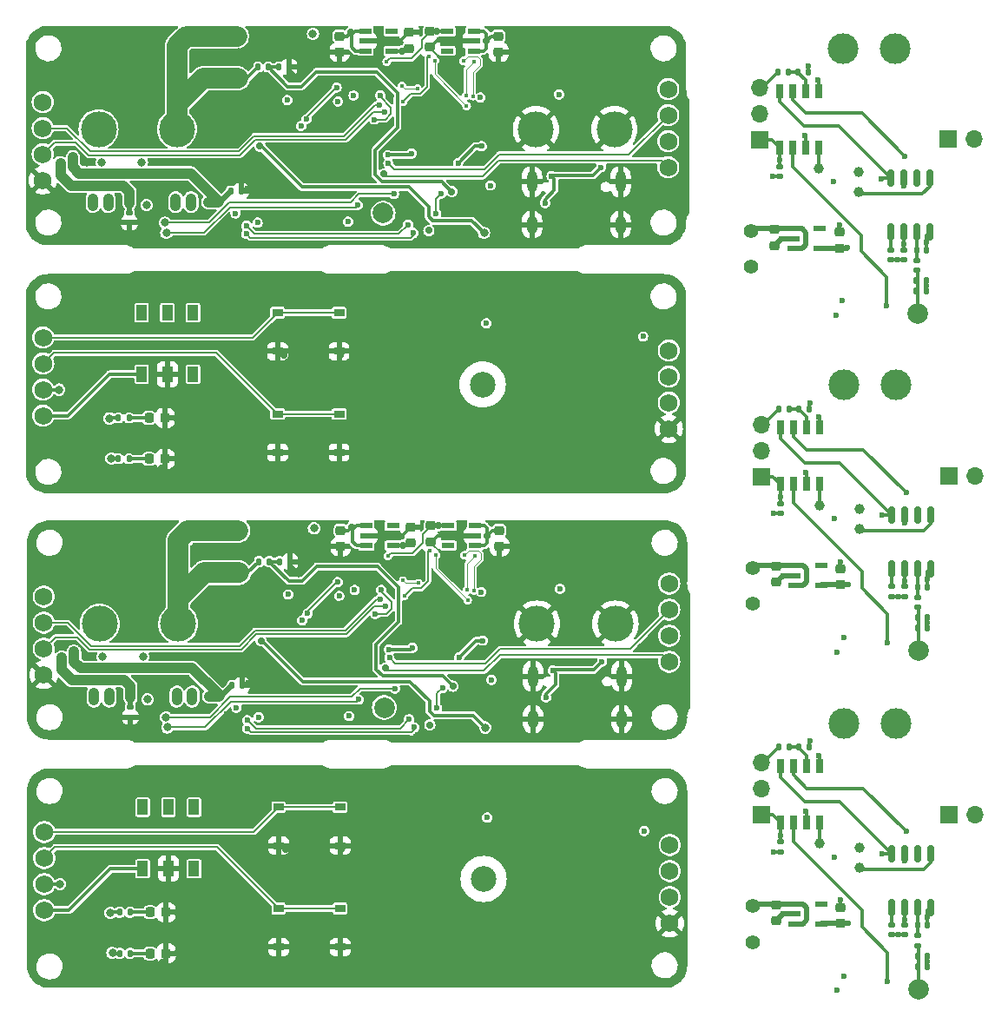
<source format=gbr>
%TF.GenerationSoftware,KiCad,Pcbnew,7.0.5*%
%TF.CreationDate,2024-04-05T19:39:43+09:00*%
%TF.ProjectId,ikafly_rev0a_p_cut,696b6166-6c79-45f7-9265-7630615f705f,rev?*%
%TF.SameCoordinates,Original*%
%TF.FileFunction,Copper,L4,Bot*%
%TF.FilePolarity,Positive*%
%FSLAX46Y46*%
G04 Gerber Fmt 4.6, Leading zero omitted, Abs format (unit mm)*
G04 Created by KiCad (PCBNEW 7.0.5) date 2024-04-05 19:39:43*
%MOMM*%
%LPD*%
G01*
G04 APERTURE LIST*
G04 Aperture macros list*
%AMRoundRect*
0 Rectangle with rounded corners*
0 $1 Rounding radius*
0 $2 $3 $4 $5 $6 $7 $8 $9 X,Y pos of 4 corners*
0 Add a 4 corners polygon primitive as box body*
4,1,4,$2,$3,$4,$5,$6,$7,$8,$9,$2,$3,0*
0 Add four circle primitives for the rounded corners*
1,1,$1+$1,$2,$3*
1,1,$1+$1,$4,$5*
1,1,$1+$1,$6,$7*
1,1,$1+$1,$8,$9*
0 Add four rect primitives between the rounded corners*
20,1,$1+$1,$2,$3,$4,$5,0*
20,1,$1+$1,$4,$5,$6,$7,0*
20,1,$1+$1,$6,$7,$8,$9,0*
20,1,$1+$1,$8,$9,$2,$3,0*%
G04 Aperture macros list end*
%TA.AperFunction,ComponentPad*%
%ADD10C,3.000000*%
%TD*%
%TA.AperFunction,ComponentPad*%
%ADD11R,1.700000X1.700000*%
%TD*%
%TA.AperFunction,ComponentPad*%
%ADD12O,1.700000X1.700000*%
%TD*%
%TA.AperFunction,ComponentPad*%
%ADD13C,2.000000*%
%TD*%
%TA.AperFunction,ComponentPad*%
%ADD14O,1.000000X2.100000*%
%TD*%
%TA.AperFunction,ComponentPad*%
%ADD15O,1.000000X1.800000*%
%TD*%
%TA.AperFunction,ComponentPad*%
%ADD16C,1.400000*%
%TD*%
%TA.AperFunction,ComponentPad*%
%ADD17C,1.750000*%
%TD*%
%TA.AperFunction,ComponentPad*%
%ADD18C,1.000000*%
%TD*%
%TA.AperFunction,ComponentPad*%
%ADD19O,1.030000X1.730000*%
%TD*%
%TA.AperFunction,SMDPad,CuDef*%
%ADD20RoundRect,0.218750X0.218750X0.256250X-0.218750X0.256250X-0.218750X-0.256250X0.218750X-0.256250X0*%
%TD*%
%TA.AperFunction,SMDPad,CuDef*%
%ADD21C,1.000000*%
%TD*%
%TA.AperFunction,SMDPad,CuDef*%
%ADD22RoundRect,0.140000X-0.140000X-0.170000X0.140000X-0.170000X0.140000X0.170000X-0.140000X0.170000X0*%
%TD*%
%TA.AperFunction,SMDPad,CuDef*%
%ADD23RoundRect,0.135000X0.135000X0.185000X-0.135000X0.185000X-0.135000X-0.185000X0.135000X-0.185000X0*%
%TD*%
%TA.AperFunction,SMDPad,CuDef*%
%ADD24RoundRect,0.225000X-0.250000X0.225000X-0.250000X-0.225000X0.250000X-0.225000X0.250000X0.225000X0*%
%TD*%
%TA.AperFunction,SMDPad,CuDef*%
%ADD25RoundRect,0.135000X-0.135000X-0.185000X0.135000X-0.185000X0.135000X0.185000X-0.135000X0.185000X0*%
%TD*%
%TA.AperFunction,SMDPad,CuDef*%
%ADD26RoundRect,0.140000X-0.170000X0.140000X-0.170000X-0.140000X0.170000X-0.140000X0.170000X0.140000X0*%
%TD*%
%TA.AperFunction,SMDPad,CuDef*%
%ADD27R,1.000000X0.750000*%
%TD*%
%TA.AperFunction,ComponentPad*%
%ADD28C,3.500000*%
%TD*%
%TA.AperFunction,SMDPad,CuDef*%
%ADD29R,1.000000X1.500000*%
%TD*%
%TA.AperFunction,ComponentPad*%
%ADD30C,2.500000*%
%TD*%
%TA.AperFunction,SMDPad,CuDef*%
%ADD31RoundRect,0.147500X-0.147500X-0.172500X0.147500X-0.172500X0.147500X0.172500X-0.147500X0.172500X0*%
%TD*%
%TA.AperFunction,SMDPad,CuDef*%
%ADD32RoundRect,0.225000X0.250000X-0.225000X0.250000X0.225000X-0.250000X0.225000X-0.250000X-0.225000X0*%
%TD*%
%TA.AperFunction,SMDPad,CuDef*%
%ADD33R,1.200000X0.600000*%
%TD*%
%TA.AperFunction,SMDPad,CuDef*%
%ADD34RoundRect,0.150000X0.150000X-0.675000X0.150000X0.675000X-0.150000X0.675000X-0.150000X-0.675000X0*%
%TD*%
%TA.AperFunction,SMDPad,CuDef*%
%ADD35R,0.750000X1.400000*%
%TD*%
%TA.AperFunction,SMDPad,CuDef*%
%ADD36RoundRect,0.140000X0.170000X-0.140000X0.170000X0.140000X-0.170000X0.140000X-0.170000X-0.140000X0*%
%TD*%
%TA.AperFunction,ViaPad*%
%ADD37C,0.700000*%
%TD*%
%TA.AperFunction,ViaPad*%
%ADD38C,0.800000*%
%TD*%
%TA.AperFunction,ViaPad*%
%ADD39C,0.600000*%
%TD*%
%TA.AperFunction,ViaPad*%
%ADD40C,0.450000*%
%TD*%
%TA.AperFunction,Conductor*%
%ADD41C,0.350000*%
%TD*%
%TA.AperFunction,Conductor*%
%ADD42C,0.200000*%
%TD*%
%TA.AperFunction,Conductor*%
%ADD43C,0.500000*%
%TD*%
%TA.AperFunction,Conductor*%
%ADD44C,0.160000*%
%TD*%
%TA.AperFunction,Conductor*%
%ADD45C,0.120000*%
%TD*%
%TA.AperFunction,Conductor*%
%ADD46C,1.000000*%
%TD*%
%TA.AperFunction,Conductor*%
%ADD47C,2.000000*%
%TD*%
%TA.AperFunction,Conductor*%
%ADD48C,0.300000*%
%TD*%
G04 APERTURE END LIST*
D10*
%TO.P,J8,1,Pin_1*%
%TO.N,Net-(J8-Pin_1)*%
X216480000Y-78940000D03*
%TO.P,J8,2,Pin_2*%
%TO.N,Net-(D3-K)*%
X211400000Y-78940000D03*
%TD*%
D11*
%TO.P,J9,1,Pin_1*%
%TO.N,/Ikafly_Separation_Board/3V3*%
X203200000Y-55000000D03*
D12*
%TO.P,J9,2,Pin_2*%
%TO.N,/Ikafly_Separation_Board/SWIO*%
X203200000Y-52460000D03*
%TO.P,J9,3,Pin_3*%
%TO.N,GND*%
X203200000Y-49920000D03*
%TD*%
D13*
%TO.P,AE3,1,A*%
%TO.N,Net-(AE3-A)*%
X218640000Y-104840000D03*
%TD*%
D14*
%TO.P,J4,S,SHIELD*%
%TO.N,GND*%
X181060000Y-107320000D03*
D15*
X181060000Y-111500000D03*
D14*
X189700000Y-107320000D03*
D15*
X189700000Y-111500000D03*
%TD*%
D16*
%TO.P,C29,1*%
%TO.N,/Ikafly_Separation_Board/VCAP*%
X202350000Y-63900000D03*
%TO.P,C29,2*%
%TO.N,GND*%
X202350000Y-67400000D03*
%TD*%
D17*
%TO.P,J3,1,Pin_1*%
%TO.N,/3V3*%
X133250000Y-51350000D03*
%TO.P,J3,2,Pin_2*%
%TO.N,/Ikafly_GNSS/MOSI*%
X133250000Y-53890000D03*
%TO.P,J3,3,Pin_3*%
%TO.N,/Ikafly_GNSS/MISO*%
X133250000Y-56430000D03*
%TO.P,J3,4,Pin_4*%
%TO.N,GND*%
X133250000Y-58970000D03*
%TO.P,J3,5,Pin_5*%
%TO.N,/Ikafly_GNSS/BOOT*%
X194250000Y-50080000D03*
%TO.P,J3,6,Pin_6*%
%TO.N,/Ikafly_GNSS/RUN*%
X194250000Y-52620000D03*
%TO.P,J3,7,Pin_7*%
%TO.N,/Ikafly_GNSS/LED*%
X194250000Y-55160000D03*
%TO.P,J3,8,Pin_8*%
%TO.N,/POWER*%
X194250000Y-57700000D03*
%TD*%
D18*
%TO.P,Y3,1,1*%
%TO.N,Net-(IC13-RefOsc)*%
X212940000Y-125940000D03*
%TO.P,Y3,2,2*%
%TO.N,Net-(C37-Pad1)*%
X212940000Y-124040000D03*
%TD*%
D13*
%TO.P,AE3,1,A*%
%TO.N,Net-(AE3-A)*%
X218540000Y-72000000D03*
%TD*%
D19*
%TO.P,J2,1,Pin_1*%
%TO.N,/Ikafly_Motor2/OUT1*%
X147717500Y-61100000D03*
%TO.P,J2,2,Pin_2*%
%TO.N,/Ikafly_Motor2/OUT2*%
X146217500Y-61100000D03*
%TD*%
D10*
%TO.P,J8,1,Pin_1*%
%TO.N,Net-(J8-Pin_1)*%
X216380000Y-46100000D03*
%TO.P,J8,2,Pin_2*%
%TO.N,Net-(D3-K)*%
X211300000Y-46100000D03*
%TD*%
D11*
%TO.P,J9,1,Pin_1*%
%TO.N,/Ikafly_Separation_Board/3V3*%
X203300000Y-87840000D03*
D12*
%TO.P,J9,2,Pin_2*%
%TO.N,/Ikafly_Separation_Board/SWIO*%
X203300000Y-85300000D03*
%TO.P,J9,3,Pin_3*%
%TO.N,GND*%
X203300000Y-82760000D03*
%TD*%
D19*
%TO.P,J2,1,Pin_1*%
%TO.N,/Ikafly_Motor2/OUT1*%
X147817500Y-109300000D03*
%TO.P,J2,2,Pin_2*%
%TO.N,/Ikafly_Motor2/OUT2*%
X146317500Y-109300000D03*
%TD*%
D18*
%TO.P,Y3,1,1*%
%TO.N,Net-(IC13-RefOsc)*%
X212840000Y-60100000D03*
%TO.P,Y3,2,2*%
%TO.N,Net-(C37-Pad1)*%
X212840000Y-58200000D03*
%TD*%
D19*
%TO.P,J1,1,Pin_1*%
%TO.N,/Ikafly_Motor1/OUT1*%
X139647500Y-61100000D03*
%TO.P,J1,2,Pin_2*%
%TO.N,/Ikafly_Motor1/OUT2*%
X138147500Y-61100000D03*
%TD*%
%TO.P,J1,1,Pin_1*%
%TO.N,/Ikafly_Motor1/OUT1*%
X139747500Y-109300000D03*
%TO.P,J1,2,Pin_2*%
%TO.N,/Ikafly_Motor1/OUT2*%
X138247500Y-109300000D03*
%TD*%
D13*
%TO.P,AE2,1,A*%
%TO.N,Net-(AE2-A)*%
X166450000Y-62170000D03*
%TD*%
D18*
%TO.P,Y3,1,1*%
%TO.N,Net-(IC13-RefOsc)*%
X212940000Y-92940000D03*
%TO.P,Y3,2,2*%
%TO.N,Net-(C37-Pad1)*%
X212940000Y-91040000D03*
%TD*%
D13*
%TO.P,AE2,1,A*%
%TO.N,Net-(AE2-A)*%
X166550000Y-110370000D03*
%TD*%
D10*
%TO.P,J8,1,Pin_1*%
%TO.N,Net-(J8-Pin_1)*%
X216480000Y-111940000D03*
%TO.P,J8,2,Pin_2*%
%TO.N,Net-(D3-K)*%
X211400000Y-111940000D03*
%TD*%
D13*
%TO.P,AE3,1,A*%
%TO.N,Net-(AE3-A)*%
X218640000Y-137840000D03*
%TD*%
D11*
%TO.P,J7,1,Pin_1*%
%TO.N,GND*%
X221665000Y-87815000D03*
D12*
%TO.P,J7,2,Pin_2*%
%TO.N,/Ikafly_Separation_Board/4V2*%
X224205000Y-87815000D03*
%TD*%
D17*
%TO.P,J3,1,Pin_1*%
%TO.N,/3V3*%
X133350000Y-99550000D03*
%TO.P,J3,2,Pin_2*%
%TO.N,/Ikafly_GNSS/MOSI*%
X133350000Y-102090000D03*
%TO.P,J3,3,Pin_3*%
%TO.N,/Ikafly_GNSS/MISO*%
X133350000Y-104630000D03*
%TO.P,J3,4,Pin_4*%
%TO.N,GND*%
X133350000Y-107170000D03*
%TO.P,J3,5,Pin_5*%
%TO.N,/Ikafly_GNSS/BOOT*%
X194350000Y-98280000D03*
%TO.P,J3,6,Pin_6*%
%TO.N,/Ikafly_GNSS/RUN*%
X194350000Y-100820000D03*
%TO.P,J3,7,Pin_7*%
%TO.N,/Ikafly_GNSS/LED*%
X194350000Y-103360000D03*
%TO.P,J3,8,Pin_8*%
%TO.N,/POWER*%
X194350000Y-105900000D03*
%TD*%
D11*
%TO.P,J9,1,Pin_1*%
%TO.N,/Ikafly_Separation_Board/3V3*%
X203300000Y-120840000D03*
D12*
%TO.P,J9,2,Pin_2*%
%TO.N,/Ikafly_Separation_Board/SWIO*%
X203300000Y-118300000D03*
%TO.P,J9,3,Pin_3*%
%TO.N,GND*%
X203300000Y-115760000D03*
%TD*%
D11*
%TO.P,J7,1,Pin_1*%
%TO.N,GND*%
X221665000Y-120815000D03*
D12*
%TO.P,J7,2,Pin_2*%
%TO.N,/Ikafly_Separation_Board/4V2*%
X224205000Y-120815000D03*
%TD*%
D14*
%TO.P,J4,S,SHIELD*%
%TO.N,GND*%
X180960000Y-59120000D03*
D15*
X180960000Y-63300000D03*
D14*
X189600000Y-59120000D03*
D15*
X189600000Y-63300000D03*
%TD*%
D16*
%TO.P,C29,1*%
%TO.N,/Ikafly_Separation_Board/VCAP*%
X202450000Y-96740000D03*
%TO.P,C29,2*%
%TO.N,GND*%
X202450000Y-100240000D03*
%TD*%
%TO.P,C29,1*%
%TO.N,/Ikafly_Separation_Board/VCAP*%
X202450000Y-129740000D03*
%TO.P,C29,2*%
%TO.N,GND*%
X202450000Y-133240000D03*
%TD*%
D11*
%TO.P,J7,1,Pin_1*%
%TO.N,GND*%
X221565000Y-54975000D03*
D12*
%TO.P,J7,2,Pin_2*%
%TO.N,/Ikafly_Separation_Board/4V2*%
X224105000Y-54975000D03*
%TD*%
D20*
%TO.P,D1,1,K*%
%TO.N,GND*%
X145287500Y-130330000D03*
%TO.P,D1,2,A*%
%TO.N,Net-(D1-A)*%
X143712500Y-130330000D03*
%TD*%
D21*
%TO.P,TP1,1,1*%
%TO.N,Net-(IC12-PD6{slash}A6{slash}URX{slash}T2CH3_{slash}UTX_PA1{slash}OSCI{slash}A1{slash}T1CH2{slash}OPN0)*%
X209040000Y-123640000D03*
%TD*%
D22*
%TO.P,C55,1*%
%TO.N,/VM2*%
X151720000Y-108200000D03*
%TO.P,C55,2*%
%TO.N,GND*%
X152680000Y-108200000D03*
%TD*%
D17*
%TO.P,J5,1,Pin_1*%
%TO.N,/3V3*%
X194400000Y-123770000D03*
%TO.P,J5,2,Pin_2*%
%TO.N,/Ikafly_GNSS/MOSI*%
X194400000Y-126310000D03*
%TO.P,J5,3,Pin_3*%
%TO.N,/Ikafly_GNSS/MISO*%
X194400000Y-128850000D03*
%TO.P,J5,4,Pin_4*%
%TO.N,GND*%
X194400000Y-131390000D03*
%TO.P,J5,5,Pin_5*%
%TO.N,/Ikafly_GNSS/BOOT*%
X133400000Y-122500000D03*
%TO.P,J5,6,Pin_6*%
%TO.N,/Ikafly_GNSS/RUN*%
X133400000Y-125040000D03*
%TO.P,J5,7,Pin_7*%
%TO.N,/Ikafly_GNSS/LED*%
X133400000Y-127580000D03*
%TO.P,J5,8,Pin_8*%
%TO.N,/POWER*%
X133400000Y-130120000D03*
%TD*%
D23*
%TO.P,R25,1*%
%TO.N,/Ikafly_Separation_Board/VCAP*%
X207921400Y-48400000D03*
%TO.P,R25,2*%
%TO.N,Net-(IC12-PC4{slash}A2{slash}T1CH4{slash}MCO{slash}T1CH1CH2N)*%
X206901400Y-48400000D03*
%TD*%
D22*
%TO.P,C30,1*%
%TO.N,Net-(AE3-A)*%
X218440600Y-68757500D03*
%TO.P,C30,2*%
%TO.N,GND*%
X219400600Y-68757500D03*
%TD*%
D24*
%TO.P,C34,1*%
%TO.N,/Ikafly_Separation_Board/VCAP*%
X204740000Y-129615000D03*
%TO.P,C34,2*%
%TO.N,GND*%
X204740000Y-131165000D03*
%TD*%
D25*
%TO.P,R15,1*%
%TO.N,/3V3*%
X140740000Y-134330000D03*
%TO.P,R15,2*%
%TO.N,Net-(D2-A)*%
X141760000Y-134330000D03*
%TD*%
D26*
%TO.P,C54,1*%
%TO.N,/VM1*%
X141800000Y-110340000D03*
%TO.P,C54,2*%
%TO.N,GND*%
X141800000Y-111300000D03*
%TD*%
D27*
%TO.P,S1,A1,COM_1*%
%TO.N,/Ikafly_GNSS/BOOT*%
X162250000Y-120080000D03*
%TO.P,S1,B1,COM_2*%
X156250000Y-120080000D03*
%TO.P,S1,C1,NO_1*%
%TO.N,GND*%
X162250000Y-123830000D03*
%TO.P,S1,D1,NO_2*%
X156250000Y-123830000D03*
%TD*%
D25*
%TO.P,R7,1*%
%TO.N,Net-(IC2-GPIO26_ADC0)*%
X156350000Y-96140000D03*
%TO.P,R7,2*%
%TO.N,GND*%
X157370000Y-96140000D03*
%TD*%
D28*
%TO.P,BT1,1,+*%
%TO.N,/VBAT*%
X138700000Y-54000000D03*
X146350000Y-54000000D03*
%TO.P,BT1,2,-*%
%TO.N,GND*%
X181350000Y-54000000D03*
X189000000Y-54000000D03*
%TD*%
D26*
%TO.P,C28,1*%
%TO.N,/Ikafly_Separation_Board/3V3*%
X205240000Y-123480000D03*
%TO.P,C28,2*%
%TO.N,GND*%
X205240000Y-124440000D03*
%TD*%
D21*
%TO.P,TP1,1,1*%
%TO.N,Net-(IC12-PD6{slash}A6{slash}URX{slash}T2CH3_{slash}UTX_PA1{slash}OSCI{slash}A1{slash}T1CH2{slash}OPN0)*%
X208940000Y-57800000D03*
%TD*%
D20*
%TO.P,D1,1,K*%
%TO.N,GND*%
X145187500Y-82130000D03*
%TO.P,D1,2,A*%
%TO.N,Net-(D1-A)*%
X143612500Y-82130000D03*
%TD*%
D24*
%TO.P,C17,1*%
%TO.N,/3V3*%
X177700000Y-44925000D03*
%TO.P,C17,2*%
%TO.N,GND*%
X177700000Y-46475000D03*
%TD*%
D29*
%TO.P,S3,1,1*%
%TO.N,unconnected-(S3-Pad1)*%
X147900000Y-77880000D03*
%TO.P,S3,2,2*%
%TO.N,GND*%
X145400000Y-77880000D03*
%TO.P,S3,3,3*%
%TO.N,/POWER*%
X142900000Y-77880000D03*
%TO.P,S3,4,4*%
%TO.N,unconnected-(S3-Pad4)*%
X142900000Y-71880000D03*
%TO.P,S3,5,5*%
%TO.N,unconnected-(S3-Pad5)*%
X145400000Y-71880000D03*
%TO.P,S3,6,6*%
%TO.N,unconnected-(S3-Pad6)*%
X147900000Y-71880000D03*
%TD*%
D27*
%TO.P,S2,A1,COM_1*%
%TO.N,/Ikafly_GNSS/RUN*%
X162250000Y-129955000D03*
%TO.P,S2,B1,COM_2*%
X156250000Y-129955000D03*
%TO.P,S2,C1,NO_1*%
%TO.N,GND*%
X162250000Y-133705000D03*
%TO.P,S2,D1,NO_2*%
X156250000Y-133705000D03*
%TD*%
D25*
%TO.P,R15,1*%
%TO.N,/3V3*%
X140640000Y-86130000D03*
%TO.P,R15,2*%
%TO.N,Net-(D2-A)*%
X141660000Y-86130000D03*
%TD*%
D23*
%TO.P,R26,1*%
%TO.N,Net-(IC12-PC4{slash}A2{slash}T1CH4{slash}MCO{slash}T1CH1CH2N)*%
X206050000Y-81240000D03*
%TO.P,R26,2*%
%TO.N,GND*%
X205030000Y-81240000D03*
%TD*%
D24*
%TO.P,C34,1*%
%TO.N,/Ikafly_Separation_Board/VCAP*%
X204640000Y-63775000D03*
%TO.P,C34,2*%
%TO.N,GND*%
X204640000Y-65325000D03*
%TD*%
D30*
%TO.P,AE1,1,A*%
%TO.N,Net-(AE1-A)*%
X176250000Y-127080000D03*
%TD*%
D26*
%TO.P,C32,1*%
%TO.N,/Ikafly_Separation_Board/3V3*%
X217296000Y-131580000D03*
%TO.P,C32,2*%
%TO.N,GND*%
X217296000Y-132540000D03*
%TD*%
%TO.P,C33,1*%
%TO.N,Net-(IC13-CTH)*%
X216026000Y-98580000D03*
%TO.P,C33,2*%
%TO.N,GND*%
X216026000Y-99540000D03*
%TD*%
D31*
%TO.P,L4,1,1*%
%TO.N,Net-(AE3-A)*%
X218535800Y-135613500D03*
%TO.P,L4,2,2*%
%TO.N,GND*%
X219505800Y-135613500D03*
%TD*%
D25*
%TO.P,R14,1*%
%TO.N,/Ikafly_GNSS/LED*%
X140640000Y-82130000D03*
%TO.P,R14,2*%
%TO.N,Net-(D1-A)*%
X141660000Y-82130000D03*
%TD*%
D28*
%TO.P,BT1,1,+*%
%TO.N,/VBAT*%
X138800000Y-102200000D03*
X146450000Y-102200000D03*
%TO.P,BT1,2,-*%
%TO.N,GND*%
X181450000Y-102200000D03*
X189100000Y-102200000D03*
%TD*%
D24*
%TO.P,C18,1*%
%TO.N,/Ikafly_Camera/2V8*%
X171010000Y-44460000D03*
%TO.P,C18,2*%
%TO.N,GND*%
X171010000Y-46010000D03*
%TD*%
D27*
%TO.P,S2,A1,COM_1*%
%TO.N,/Ikafly_GNSS/RUN*%
X162150000Y-81755000D03*
%TO.P,S2,B1,COM_2*%
X156150000Y-81755000D03*
%TO.P,S2,C1,NO_1*%
%TO.N,GND*%
X162150000Y-85505000D03*
%TO.P,S2,D1,NO_2*%
X156150000Y-85505000D03*
%TD*%
D25*
%TO.P,R7,1*%
%TO.N,Net-(IC2-GPIO26_ADC0)*%
X156250000Y-47940000D03*
%TO.P,R7,2*%
%TO.N,GND*%
X157270000Y-47940000D03*
%TD*%
D32*
%TO.P,C19,1*%
%TO.N,/Ikafly_Camera/1V2*%
X169100000Y-94300000D03*
%TO.P,C19,2*%
%TO.N,GND*%
X169100000Y-92750000D03*
%TD*%
D23*
%TO.P,R26,1*%
%TO.N,Net-(IC12-PC4{slash}A2{slash}T1CH4{slash}MCO{slash}T1CH1CH2N)*%
X205950000Y-48400000D03*
%TO.P,R26,2*%
%TO.N,GND*%
X204930000Y-48400000D03*
%TD*%
D27*
%TO.P,S1,A1,COM_1*%
%TO.N,/Ikafly_GNSS/BOOT*%
X162150000Y-71880000D03*
%TO.P,S1,B1,COM_2*%
X156150000Y-71880000D03*
%TO.P,S1,C1,NO_1*%
%TO.N,GND*%
X162150000Y-75630000D03*
%TO.P,S1,D1,NO_2*%
X156150000Y-75630000D03*
%TD*%
D22*
%TO.P,C55,1*%
%TO.N,/VM2*%
X151620000Y-60000000D03*
%TO.P,C55,2*%
%TO.N,GND*%
X152580000Y-60000000D03*
%TD*%
D26*
%TO.P,C33,1*%
%TO.N,Net-(IC13-CTH)*%
X215926000Y-65740000D03*
%TO.P,C33,2*%
%TO.N,GND*%
X215926000Y-66700000D03*
%TD*%
D33*
%TO.P,IC14,1,VIN*%
%TO.N,/Ikafly_Separation_Board/VCAP*%
X206440000Y-65600000D03*
%TO.P,IC14,2,VSS*%
%TO.N,GND*%
X206440000Y-64650000D03*
%TO.P,IC14,3,CE*%
%TO.N,/Ikafly_Separation_Board/VCAP*%
X206440000Y-63700000D03*
%TO.P,IC14,4,NC*%
%TO.N,unconnected-(IC14-NC-Pad4)*%
X209040000Y-63700000D03*
%TO.P,IC14,5,VOUT*%
%TO.N,/Ikafly_Separation_Board/3V3*%
X209040000Y-65600000D03*
%TD*%
D34*
%TO.P,IC13,1,GND*%
%TO.N,GND*%
X219840000Y-96842500D03*
%TO.P,IC13,2,ANT*%
%TO.N,Net-(IC13-ANT)*%
X218570000Y-96842500D03*
%TO.P,IC13,3,VDD*%
%TO.N,/Ikafly_Separation_Board/3V3*%
X217300000Y-96842500D03*
%TO.P,IC13,4,CTH*%
%TO.N,Net-(IC13-CTH)*%
X216030000Y-96842500D03*
%TO.P,IC13,5,DO*%
%TO.N,/Ikafly_Separation_Board/DATA*%
X216030000Y-91592500D03*
%TO.P,IC13,6,SHUT*%
%TO.N,GND*%
X217300000Y-91592500D03*
%TO.P,IC13,7,NC*%
%TO.N,unconnected-(IC13-NC-Pad7)*%
X218570000Y-91592500D03*
%TO.P,IC13,8,RefOsc*%
%TO.N,Net-(IC13-RefOsc)*%
X219840000Y-91592500D03*
%TD*%
D25*
%TO.P,R14,1*%
%TO.N,/Ikafly_GNSS/LED*%
X140740000Y-130330000D03*
%TO.P,R14,2*%
%TO.N,Net-(D1-A)*%
X141760000Y-130330000D03*
%TD*%
D26*
%TO.P,C54,1*%
%TO.N,/VM1*%
X141700000Y-62140000D03*
%TO.P,C54,2*%
%TO.N,GND*%
X141700000Y-63100000D03*
%TD*%
D24*
%TO.P,C17,1*%
%TO.N,/3V3*%
X177800000Y-93125000D03*
%TO.P,C17,2*%
%TO.N,GND*%
X177800000Y-94675000D03*
%TD*%
D23*
%TO.P,R26,1*%
%TO.N,Net-(IC12-PC4{slash}A2{slash}T1CH4{slash}MCO{slash}T1CH1CH2N)*%
X206050000Y-114240000D03*
%TO.P,R26,2*%
%TO.N,GND*%
X205030000Y-114240000D03*
%TD*%
D31*
%TO.P,L4,1,1*%
%TO.N,Net-(AE3-A)*%
X218535800Y-102613500D03*
%TO.P,L4,2,2*%
%TO.N,GND*%
X219505800Y-102613500D03*
%TD*%
D26*
%TO.P,C28,1*%
%TO.N,/Ikafly_Separation_Board/3V3*%
X205240000Y-90480000D03*
%TO.P,C28,2*%
%TO.N,GND*%
X205240000Y-91440000D03*
%TD*%
D33*
%TO.P,IC14,1,VIN*%
%TO.N,/Ikafly_Separation_Board/VCAP*%
X206540000Y-98440000D03*
%TO.P,IC14,2,VSS*%
%TO.N,GND*%
X206540000Y-97490000D03*
%TO.P,IC14,3,CE*%
%TO.N,/Ikafly_Separation_Board/VCAP*%
X206540000Y-96540000D03*
%TO.P,IC14,4,NC*%
%TO.N,unconnected-(IC14-NC-Pad4)*%
X209140000Y-96540000D03*
%TO.P,IC14,5,VOUT*%
%TO.N,/Ikafly_Separation_Board/3V3*%
X209140000Y-98440000D03*
%TD*%
D24*
%TO.P,C16,1*%
%TO.N,/3V3*%
X162300000Y-93125000D03*
%TO.P,C16,2*%
%TO.N,GND*%
X162300000Y-94675000D03*
%TD*%
%TO.P,C16,1*%
%TO.N,/3V3*%
X162200000Y-44925000D03*
%TO.P,C16,2*%
%TO.N,GND*%
X162200000Y-46475000D03*
%TD*%
D33*
%TO.P,IC7,1,VIN*%
%TO.N,/3V3*%
X164700000Y-46350000D03*
%TO.P,IC7,2,VSS*%
%TO.N,GND*%
X164700000Y-45400000D03*
%TO.P,IC7,3,CE*%
%TO.N,/3V3*%
X164700000Y-44450000D03*
%TO.P,IC7,4,NC*%
%TO.N,unconnected-(IC7-NC-Pad4)*%
X167300000Y-44450000D03*
%TO.P,IC7,5,VOUT*%
%TO.N,/Ikafly_Camera/1V2*%
X167300000Y-46350000D03*
%TD*%
D32*
%TO.P,C36,1*%
%TO.N,/Ikafly_Separation_Board/3V3*%
X210940000Y-65575000D03*
%TO.P,C36,2*%
%TO.N,GND*%
X210940000Y-64025000D03*
%TD*%
D26*
%TO.P,C33,1*%
%TO.N,Net-(IC13-CTH)*%
X216026000Y-131580000D03*
%TO.P,C33,2*%
%TO.N,GND*%
X216026000Y-132540000D03*
%TD*%
D33*
%TO.P,IC6,1,VIN*%
%TO.N,/3V3*%
X175400000Y-92650000D03*
%TO.P,IC6,2,VSS*%
%TO.N,GND*%
X175400000Y-93600000D03*
%TO.P,IC6,3,CE*%
%TO.N,/3V3*%
X175400000Y-94550000D03*
%TO.P,IC6,4,NC*%
%TO.N,unconnected-(IC6-NC-Pad4)*%
X172800000Y-94550000D03*
%TO.P,IC6,5,VOUT*%
%TO.N,/Ikafly_Camera/2V8*%
X172800000Y-92650000D03*
%TD*%
D26*
%TO.P,C28,1*%
%TO.N,/Ikafly_Separation_Board/3V3*%
X205140000Y-57640000D03*
%TO.P,C28,2*%
%TO.N,GND*%
X205140000Y-58600000D03*
%TD*%
D21*
%TO.P,TP1,1,1*%
%TO.N,Net-(IC12-PD6{slash}A6{slash}URX{slash}T2CH3_{slash}UTX_PA1{slash}OSCI{slash}A1{slash}T1CH2{slash}OPN0)*%
X209040000Y-90640000D03*
%TD*%
D31*
%TO.P,L4,1,1*%
%TO.N,Net-(AE3-A)*%
X218435800Y-69773500D03*
%TO.P,L4,2,2*%
%TO.N,GND*%
X219405800Y-69773500D03*
%TD*%
D26*
%TO.P,C32,1*%
%TO.N,/Ikafly_Separation_Board/3V3*%
X217296000Y-98580000D03*
%TO.P,C32,2*%
%TO.N,GND*%
X217296000Y-99540000D03*
%TD*%
D35*
%TO.P,IC12,1,PD6/A6/URX/T2CH3_/UTX_PA1/OSCI/A1/T1CH2/OPN0*%
%TO.N,Net-(IC12-PD6{slash}A6{slash}URX{slash}T2CH3_{slash}UTX_PA1{slash}OSCI{slash}A1{slash}T1CH2{slash}OPN0)*%
X208999166Y-88590000D03*
%TO.P,IC12,2,VSS*%
%TO.N,GND*%
X207729166Y-88590000D03*
%TO.P,IC12,3,PA2/OSCO/A0/T1CH2N/OPP0/AETR2_*%
%TO.N,/Ikafly_Separation_Board/LED*%
X206459166Y-88590000D03*
%TO.P,IC12,4,VDD*%
%TO.N,/Ikafly_Separation_Board/3V3*%
X205189166Y-88590000D03*
%TO.P,IC12,5,PC1/SDA/NSS/T2CH4_/T2CH1ETR_/T1BKIN_/URX*%
%TO.N,/Ikafly_Separation_Board/DATA*%
X205189166Y-83090000D03*
%TO.P,IC12,6,PC2/SCL/URTS/T1BKIN_PC2/AETR_/T2CH2_/T1ETR*%
%TO.N,/Ikafly_Separation_Board/HEAT*%
X206459166Y-83090000D03*
%TO.P,IC12,7,PC4/A2/T1CH4/MCO/T1CH1CH2N*%
%TO.N,Net-(IC12-PC4{slash}A2{slash}T1CH4{slash}MCO{slash}T1CH1CH2N)*%
X207729166Y-83090000D03*
%TO.P,IC12,8,PD4/A7/UCK/T2CH1ETR/OPO/T1CH4ETR_PD5/A5/UTX/T2CH4_/URX_PD1/SWIO/AETR2/T1CH3N/SCL_/URX*%
%TO.N,/Ikafly_Separation_Board/SWIO*%
X208999166Y-83090000D03*
%TD*%
D36*
%TO.P,C31,1*%
%TO.N,Net-(AE3-A)*%
X218591400Y-133576300D03*
%TO.P,C31,2*%
%TO.N,Net-(IC13-ANT)*%
X218591400Y-132616300D03*
%TD*%
D32*
%TO.P,C19,1*%
%TO.N,/Ikafly_Camera/1V2*%
X169000000Y-46100000D03*
%TO.P,C19,2*%
%TO.N,GND*%
X169000000Y-44550000D03*
%TD*%
D25*
%TO.P,R6,1*%
%TO.N,/VBAT*%
X154240000Y-47940000D03*
%TO.P,R6,2*%
%TO.N,Net-(IC2-GPIO26_ADC0)*%
X155260000Y-47940000D03*
%TD*%
D20*
%TO.P,D2,1,K*%
%TO.N,GND*%
X145287500Y-134330000D03*
%TO.P,D2,2,A*%
%TO.N,Net-(D2-A)*%
X143712500Y-134330000D03*
%TD*%
D23*
%TO.P,R25,1*%
%TO.N,/Ikafly_Separation_Board/VCAP*%
X208021400Y-81240000D03*
%TO.P,R25,2*%
%TO.N,Net-(IC12-PC4{slash}A2{slash}T1CH4{slash}MCO{slash}T1CH1CH2N)*%
X207001400Y-81240000D03*
%TD*%
D22*
%TO.P,C30,1*%
%TO.N,Net-(AE3-A)*%
X218540600Y-101597500D03*
%TO.P,C30,2*%
%TO.N,GND*%
X219500600Y-101597500D03*
%TD*%
D34*
%TO.P,IC13,1,GND*%
%TO.N,GND*%
X219840000Y-129842500D03*
%TO.P,IC13,2,ANT*%
%TO.N,Net-(IC13-ANT)*%
X218570000Y-129842500D03*
%TO.P,IC13,3,VDD*%
%TO.N,/Ikafly_Separation_Board/3V3*%
X217300000Y-129842500D03*
%TO.P,IC13,4,CTH*%
%TO.N,Net-(IC13-CTH)*%
X216030000Y-129842500D03*
%TO.P,IC13,5,DO*%
%TO.N,/Ikafly_Separation_Board/DATA*%
X216030000Y-124592500D03*
%TO.P,IC13,6,SHUT*%
%TO.N,GND*%
X217300000Y-124592500D03*
%TO.P,IC13,7,NC*%
%TO.N,unconnected-(IC13-NC-Pad7)*%
X218570000Y-124592500D03*
%TO.P,IC13,8,RefOsc*%
%TO.N,Net-(IC13-RefOsc)*%
X219840000Y-124592500D03*
%TD*%
D36*
%TO.P,C31,1*%
%TO.N,Net-(AE3-A)*%
X218491400Y-67736300D03*
%TO.P,C31,2*%
%TO.N,Net-(IC13-ANT)*%
X218491400Y-66776300D03*
%TD*%
D35*
%TO.P,IC12,1,PD6/A6/URX/T2CH3_/UTX_PA1/OSCI/A1/T1CH2/OPN0*%
%TO.N,Net-(IC12-PD6{slash}A6{slash}URX{slash}T2CH3_{slash}UTX_PA1{slash}OSCI{slash}A1{slash}T1CH2{slash}OPN0)*%
X208999166Y-121590000D03*
%TO.P,IC12,2,VSS*%
%TO.N,GND*%
X207729166Y-121590000D03*
%TO.P,IC12,3,PA2/OSCO/A0/T1CH2N/OPP0/AETR2_*%
%TO.N,/Ikafly_Separation_Board/LED*%
X206459166Y-121590000D03*
%TO.P,IC12,4,VDD*%
%TO.N,/Ikafly_Separation_Board/3V3*%
X205189166Y-121590000D03*
%TO.P,IC12,5,PC1/SDA/NSS/T2CH4_/T2CH1ETR_/T1BKIN_/URX*%
%TO.N,/Ikafly_Separation_Board/DATA*%
X205189166Y-116090000D03*
%TO.P,IC12,6,PC2/SCL/URTS/T1BKIN_PC2/AETR_/T2CH2_/T1ETR*%
%TO.N,/Ikafly_Separation_Board/HEAT*%
X206459166Y-116090000D03*
%TO.P,IC12,7,PC4/A2/T1CH4/MCO/T1CH1CH2N*%
%TO.N,Net-(IC12-PC4{slash}A2{slash}T1CH4{slash}MCO{slash}T1CH1CH2N)*%
X207729166Y-116090000D03*
%TO.P,IC12,8,PD4/A7/UCK/T2CH1ETR/OPO/T1CH4ETR_PD5/A5/UTX/T2CH4_/URX_PD1/SWIO/AETR2/T1CH3N/SCL_/URX*%
%TO.N,/Ikafly_Separation_Board/SWIO*%
X208999166Y-116090000D03*
%TD*%
D22*
%TO.P,C30,1*%
%TO.N,Net-(AE3-A)*%
X218540600Y-134597500D03*
%TO.P,C30,2*%
%TO.N,GND*%
X219500600Y-134597500D03*
%TD*%
D17*
%TO.P,J5,1,Pin_1*%
%TO.N,/3V3*%
X194300000Y-75570000D03*
%TO.P,J5,2,Pin_2*%
%TO.N,/Ikafly_GNSS/MOSI*%
X194300000Y-78110000D03*
%TO.P,J5,3,Pin_3*%
%TO.N,/Ikafly_GNSS/MISO*%
X194300000Y-80650000D03*
%TO.P,J5,4,Pin_4*%
%TO.N,GND*%
X194300000Y-83190000D03*
%TO.P,J5,5,Pin_5*%
%TO.N,/Ikafly_GNSS/BOOT*%
X133300000Y-74300000D03*
%TO.P,J5,6,Pin_6*%
%TO.N,/Ikafly_GNSS/RUN*%
X133300000Y-76840000D03*
%TO.P,J5,7,Pin_7*%
%TO.N,/Ikafly_GNSS/LED*%
X133300000Y-79380000D03*
%TO.P,J5,8,Pin_8*%
%TO.N,/POWER*%
X133300000Y-81920000D03*
%TD*%
D23*
%TO.P,R25,1*%
%TO.N,/Ikafly_Separation_Board/VCAP*%
X208021400Y-114240000D03*
%TO.P,R25,2*%
%TO.N,Net-(IC12-PC4{slash}A2{slash}T1CH4{slash}MCO{slash}T1CH1CH2N)*%
X207001400Y-114240000D03*
%TD*%
D31*
%TO.P,L5,1,1*%
%TO.N,Net-(IC13-ANT)*%
X218463600Y-65760300D03*
%TO.P,L5,2,2*%
%TO.N,GND*%
X219433600Y-65760300D03*
%TD*%
D36*
%TO.P,C31,1*%
%TO.N,Net-(AE3-A)*%
X218591400Y-100576300D03*
%TO.P,C31,2*%
%TO.N,Net-(IC13-ANT)*%
X218591400Y-99616300D03*
%TD*%
D33*
%TO.P,IC14,1,VIN*%
%TO.N,/Ikafly_Separation_Board/VCAP*%
X206540000Y-131440000D03*
%TO.P,IC14,2,VSS*%
%TO.N,GND*%
X206540000Y-130490000D03*
%TO.P,IC14,3,CE*%
%TO.N,/Ikafly_Separation_Board/VCAP*%
X206540000Y-129540000D03*
%TO.P,IC14,4,NC*%
%TO.N,unconnected-(IC14-NC-Pad4)*%
X209140000Y-129540000D03*
%TO.P,IC14,5,VOUT*%
%TO.N,/Ikafly_Separation_Board/3V3*%
X209140000Y-131440000D03*
%TD*%
D31*
%TO.P,L5,1,1*%
%TO.N,Net-(IC13-ANT)*%
X218563600Y-131600300D03*
%TO.P,L5,2,2*%
%TO.N,GND*%
X219533600Y-131600300D03*
%TD*%
D33*
%TO.P,IC7,1,VIN*%
%TO.N,/3V3*%
X164800000Y-94550000D03*
%TO.P,IC7,2,VSS*%
%TO.N,GND*%
X164800000Y-93600000D03*
%TO.P,IC7,3,CE*%
%TO.N,/3V3*%
X164800000Y-92650000D03*
%TO.P,IC7,4,NC*%
%TO.N,unconnected-(IC7-NC-Pad4)*%
X167400000Y-92650000D03*
%TO.P,IC7,5,VOUT*%
%TO.N,/Ikafly_Camera/1V2*%
X167400000Y-94550000D03*
%TD*%
D34*
%TO.P,IC13,1,GND*%
%TO.N,GND*%
X219740000Y-64002500D03*
%TO.P,IC13,2,ANT*%
%TO.N,Net-(IC13-ANT)*%
X218470000Y-64002500D03*
%TO.P,IC13,3,VDD*%
%TO.N,/Ikafly_Separation_Board/3V3*%
X217200000Y-64002500D03*
%TO.P,IC13,4,CTH*%
%TO.N,Net-(IC13-CTH)*%
X215930000Y-64002500D03*
%TO.P,IC13,5,DO*%
%TO.N,/Ikafly_Separation_Board/DATA*%
X215930000Y-58752500D03*
%TO.P,IC13,6,SHUT*%
%TO.N,GND*%
X217200000Y-58752500D03*
%TO.P,IC13,7,NC*%
%TO.N,unconnected-(IC13-NC-Pad7)*%
X218470000Y-58752500D03*
%TO.P,IC13,8,RefOsc*%
%TO.N,Net-(IC13-RefOsc)*%
X219740000Y-58752500D03*
%TD*%
D26*
%TO.P,C32,1*%
%TO.N,/Ikafly_Separation_Board/3V3*%
X217196000Y-65740000D03*
%TO.P,C32,2*%
%TO.N,GND*%
X217196000Y-66700000D03*
%TD*%
D25*
%TO.P,R6,1*%
%TO.N,/VBAT*%
X154340000Y-96140000D03*
%TO.P,R6,2*%
%TO.N,Net-(IC2-GPIO26_ADC0)*%
X155360000Y-96140000D03*
%TD*%
D33*
%TO.P,IC6,1,VIN*%
%TO.N,/3V3*%
X175300000Y-44450000D03*
%TO.P,IC6,2,VSS*%
%TO.N,GND*%
X175300000Y-45400000D03*
%TO.P,IC6,3,CE*%
%TO.N,/3V3*%
X175300000Y-46350000D03*
%TO.P,IC6,4,NC*%
%TO.N,unconnected-(IC6-NC-Pad4)*%
X172700000Y-46350000D03*
%TO.P,IC6,5,VOUT*%
%TO.N,/Ikafly_Camera/2V8*%
X172700000Y-44450000D03*
%TD*%
D35*
%TO.P,IC12,1,PD6/A6/URX/T2CH3_/UTX_PA1/OSCI/A1/T1CH2/OPN0*%
%TO.N,Net-(IC12-PD6{slash}A6{slash}URX{slash}T2CH3_{slash}UTX_PA1{slash}OSCI{slash}A1{slash}T1CH2{slash}OPN0)*%
X208899166Y-55750000D03*
%TO.P,IC12,2,VSS*%
%TO.N,GND*%
X207629166Y-55750000D03*
%TO.P,IC12,3,PA2/OSCO/A0/T1CH2N/OPP0/AETR2_*%
%TO.N,/Ikafly_Separation_Board/LED*%
X206359166Y-55750000D03*
%TO.P,IC12,4,VDD*%
%TO.N,/Ikafly_Separation_Board/3V3*%
X205089166Y-55750000D03*
%TO.P,IC12,5,PC1/SDA/NSS/T2CH4_/T2CH1ETR_/T1BKIN_/URX*%
%TO.N,/Ikafly_Separation_Board/DATA*%
X205089166Y-50250000D03*
%TO.P,IC12,6,PC2/SCL/URTS/T1BKIN_PC2/AETR_/T2CH2_/T1ETR*%
%TO.N,/Ikafly_Separation_Board/HEAT*%
X206359166Y-50250000D03*
%TO.P,IC12,7,PC4/A2/T1CH4/MCO/T1CH1CH2N*%
%TO.N,Net-(IC12-PC4{slash}A2{slash}T1CH4{slash}MCO{slash}T1CH1CH2N)*%
X207629166Y-50250000D03*
%TO.P,IC12,8,PD4/A7/UCK/T2CH1ETR/OPO/T1CH4ETR_PD5/A5/UTX/T2CH4_/URX_PD1/SWIO/AETR2/T1CH3N/SCL_/URX*%
%TO.N,/Ikafly_Separation_Board/SWIO*%
X208899166Y-50250000D03*
%TD*%
D32*
%TO.P,C36,1*%
%TO.N,/Ikafly_Separation_Board/3V3*%
X211040000Y-131415000D03*
%TO.P,C36,2*%
%TO.N,GND*%
X211040000Y-129865000D03*
%TD*%
D20*
%TO.P,D2,1,K*%
%TO.N,GND*%
X145187500Y-86130000D03*
%TO.P,D2,2,A*%
%TO.N,Net-(D2-A)*%
X143612500Y-86130000D03*
%TD*%
D24*
%TO.P,C34,1*%
%TO.N,/Ikafly_Separation_Board/VCAP*%
X204740000Y-96615000D03*
%TO.P,C34,2*%
%TO.N,GND*%
X204740000Y-98165000D03*
%TD*%
D31*
%TO.P,L5,1,1*%
%TO.N,Net-(IC13-ANT)*%
X218563600Y-98600300D03*
%TO.P,L5,2,2*%
%TO.N,GND*%
X219533600Y-98600300D03*
%TD*%
D29*
%TO.P,S3,1,1*%
%TO.N,unconnected-(S3-Pad1)*%
X148000000Y-126080000D03*
%TO.P,S3,2,2*%
%TO.N,GND*%
X145500000Y-126080000D03*
%TO.P,S3,3,3*%
%TO.N,/POWER*%
X143000000Y-126080000D03*
%TO.P,S3,4,4*%
%TO.N,unconnected-(S3-Pad4)*%
X143000000Y-120080000D03*
%TO.P,S3,5,5*%
%TO.N,unconnected-(S3-Pad5)*%
X145500000Y-120080000D03*
%TO.P,S3,6,6*%
%TO.N,unconnected-(S3-Pad6)*%
X148000000Y-120080000D03*
%TD*%
D30*
%TO.P,AE1,1,A*%
%TO.N,Net-(AE1-A)*%
X176150000Y-78880000D03*
%TD*%
D32*
%TO.P,C36,1*%
%TO.N,/Ikafly_Separation_Board/3V3*%
X211040000Y-98415000D03*
%TO.P,C36,2*%
%TO.N,GND*%
X211040000Y-96865000D03*
%TD*%
D24*
%TO.P,C18,1*%
%TO.N,/Ikafly_Camera/2V8*%
X171110000Y-92660000D03*
%TO.P,C18,2*%
%TO.N,GND*%
X171110000Y-94210000D03*
%TD*%
D37*
%TO.N,/Ikafly_Camera/1V2*%
X168400000Y-94550000D03*
X168300000Y-46350000D03*
%TO.N,GND*%
X184400000Y-116700000D03*
X187300000Y-111600000D03*
X167900000Y-133200000D03*
X144800000Y-87000000D03*
X173300000Y-76000000D03*
X136300000Y-68500000D03*
X133800000Y-47900000D03*
X179800000Y-85400000D03*
X170087098Y-61906213D03*
X190400000Y-135200000D03*
X166400000Y-93600000D03*
X179200000Y-68500000D03*
D38*
X171450000Y-105000000D03*
D37*
X147400000Y-132700000D03*
D39*
X204540000Y-124440000D03*
D37*
X154900000Y-131700000D03*
D38*
X158400000Y-123830000D03*
D37*
X168400000Y-128200000D03*
X142400000Y-135200000D03*
X134900000Y-133700000D03*
X192100000Y-125200000D03*
X194900000Y-71900000D03*
X186100000Y-74600000D03*
X139300000Y-83500000D03*
X191600000Y-104500000D03*
D38*
X159050000Y-85505000D03*
D39*
X177214195Y-120588171D03*
D37*
X146000000Y-128400000D03*
X141600000Y-52200000D03*
X164800000Y-89000000D03*
X178100000Y-119200000D03*
X180900000Y-94900000D03*
X138800000Y-70500000D03*
D38*
X154190000Y-94710000D03*
D37*
X174900000Y-135200000D03*
X177800000Y-124400000D03*
D39*
X204440000Y-58600000D03*
D37*
X154500000Y-44500000D03*
X168300000Y-82500000D03*
D39*
X207640000Y-120440000D03*
D37*
X164400000Y-116700000D03*
X185400000Y-135200000D03*
X181800000Y-78800000D03*
X177300000Y-87000000D03*
X185500000Y-102700000D03*
X143500000Y-128400000D03*
X147300000Y-84500000D03*
X143000000Y-113100000D03*
D39*
X157030000Y-102150000D03*
D37*
X192100000Y-63100000D03*
X144000000Y-48100000D03*
X154900000Y-97400000D03*
X155500000Y-98900000D03*
D39*
X166000000Y-54483000D03*
D37*
X136900000Y-137200000D03*
X162100000Y-52500000D03*
X167400000Y-116700000D03*
X164800000Y-87000000D03*
X153300000Y-70500000D03*
X167300000Y-89000000D03*
X167400000Y-137200000D03*
X136800000Y-87000000D03*
X176341770Y-122912148D03*
X186800000Y-70500000D03*
D38*
X171350000Y-55650000D03*
D37*
X174900000Y-137200000D03*
X186900000Y-118700000D03*
X149900000Y-120700000D03*
D38*
X170300000Y-103850000D03*
D39*
X161900000Y-105300000D03*
D38*
X187310000Y-98200000D03*
D37*
X164900000Y-135200000D03*
D38*
X138200000Y-97950000D03*
D37*
X142900000Y-64900000D03*
X159900000Y-137200000D03*
X160300000Y-83500000D03*
X135700000Y-111100000D03*
D40*
X165900000Y-95490000D03*
D37*
X178900000Y-71900000D03*
X174800000Y-70400000D03*
X193800000Y-64900000D03*
X139300000Y-87000000D03*
X154400000Y-124200000D03*
X159750000Y-56950000D03*
X148900000Y-116700000D03*
D39*
X177125000Y-110400000D03*
D37*
X195700000Y-111200000D03*
X176300000Y-124100000D03*
X179300000Y-116700000D03*
X177300000Y-81300000D03*
D39*
X207640000Y-87440000D03*
D37*
X174500000Y-74700000D03*
D38*
X187350000Y-95640000D03*
D37*
X156900000Y-124200000D03*
X141400000Y-116700000D03*
X167800000Y-85000000D03*
X151100000Y-64900000D03*
X156800000Y-80000000D03*
D39*
X162090000Y-60320000D03*
D37*
X155400000Y-50700000D03*
X136300000Y-70500000D03*
X172400000Y-120700000D03*
X187800000Y-84900000D03*
D38*
X172600000Y-103850000D03*
D37*
X141300000Y-70500000D03*
X179000000Y-120100000D03*
X152300000Y-87000000D03*
X186900000Y-116700000D03*
X181700000Y-70500000D03*
X138900000Y-118700000D03*
X193900000Y-113100000D03*
X155500000Y-46600000D03*
X169900000Y-119200000D03*
X165400000Y-120700000D03*
X159900000Y-124200000D03*
X154300000Y-72500000D03*
X188100000Y-72500000D03*
X154400000Y-126200000D03*
X183800000Y-63300000D03*
D39*
X219405800Y-69250000D03*
X217340000Y-125340000D03*
D37*
X151900000Y-120700000D03*
X174500000Y-73600000D03*
X150800000Y-70500000D03*
X157400000Y-131700000D03*
X136400000Y-118700000D03*
X139400000Y-137200000D03*
X154300000Y-78000000D03*
X169900000Y-137200000D03*
X146400000Y-116700000D03*
D38*
X172600000Y-105000000D03*
D37*
X164300000Y-68500000D03*
D38*
X139120000Y-44850000D03*
D37*
X172400000Y-119200000D03*
D38*
X146350000Y-86080000D03*
D37*
X185400000Y-137200000D03*
D39*
X167242692Y-99177308D03*
D37*
X160800000Y-73100000D03*
D39*
X219505800Y-135090000D03*
D37*
X191600000Y-53900000D03*
X172300000Y-71000000D03*
X137800000Y-48400000D03*
X177300000Y-68500000D03*
X149800000Y-72500000D03*
X165800000Y-84500000D03*
D38*
X172500000Y-55650000D03*
D37*
X191500000Y-56300000D03*
X179900000Y-133600000D03*
X159850000Y-105150000D03*
X132300000Y-83500000D03*
X132900000Y-120700000D03*
D39*
X167142692Y-50977308D03*
D37*
X135800000Y-77500000D03*
X160900000Y-121300000D03*
X154300000Y-76000000D03*
X190300000Y-87000000D03*
X155400000Y-62900000D03*
D39*
X177000000Y-99100000D03*
D37*
X162300000Y-80000000D03*
D38*
X154110000Y-98840000D03*
D37*
X165900000Y-128200000D03*
D39*
X210950000Y-63300000D03*
D37*
X135900000Y-125700000D03*
X155600000Y-94800000D03*
X138400000Y-125700000D03*
X152400000Y-137200000D03*
X133800000Y-61300000D03*
X174400000Y-125100000D03*
X166300000Y-45400000D03*
X182900000Y-137200000D03*
X182800000Y-89000000D03*
D38*
X139250000Y-97170000D03*
D37*
X169800000Y-71000000D03*
X184300000Y-68500000D03*
X154400000Y-120700000D03*
X136900000Y-133700000D03*
D38*
X170200000Y-55650000D03*
D37*
X187700000Y-82600000D03*
X148900000Y-118700000D03*
X133400000Y-97500000D03*
D39*
X142900000Y-63700000D03*
X219533600Y-130840000D03*
D37*
X181800000Y-116700000D03*
X153400000Y-116700000D03*
D38*
X142900000Y-107780000D03*
D37*
X169800000Y-68500000D03*
X191600000Y-116700000D03*
X132300000Y-85500000D03*
X143800000Y-68500000D03*
D39*
X153730000Y-113339500D03*
D37*
X168400000Y-130700000D03*
X181900000Y-44400000D03*
X184300000Y-78800000D03*
D39*
X164920000Y-57850000D03*
X151200000Y-111900000D03*
D37*
X190400000Y-133100000D03*
X153400000Y-118700000D03*
X149900000Y-132700000D03*
X179600000Y-70300000D03*
X136400000Y-116700000D03*
D38*
X187250000Y-47440000D03*
D37*
X181900000Y-120800000D03*
X195000000Y-108000000D03*
X146400000Y-118700000D03*
X181800000Y-76800000D03*
X164900000Y-137200000D03*
X133300000Y-49300000D03*
X156800000Y-76000000D03*
X135900000Y-120700000D03*
X177400000Y-135200000D03*
D39*
X158710000Y-99200000D03*
D37*
X195600000Y-63000000D03*
X189000000Y-68500000D03*
X187900000Y-78800000D03*
X172200000Y-116700000D03*
X184300000Y-76800000D03*
X168400000Y-124200000D03*
X167300000Y-68500000D03*
X155500000Y-111100000D03*
X174800000Y-85400000D03*
D38*
X171450000Y-103850000D03*
D37*
X159900000Y-126200000D03*
X144800000Y-89000000D03*
D38*
X139220000Y-93050000D03*
D37*
X148800000Y-70500000D03*
X177000000Y-70400000D03*
X172300000Y-85400000D03*
X153300000Y-68500000D03*
X174800000Y-68500000D03*
X168300000Y-72500000D03*
X141800000Y-48100000D03*
X172800000Y-74000000D03*
D38*
X143394750Y-46450250D03*
D37*
X181800000Y-74600000D03*
D39*
X160000000Y-108494500D03*
X151100000Y-62800000D03*
D37*
X191800000Y-92600000D03*
X163900000Y-120700000D03*
X162400000Y-126200000D03*
X156900000Y-126200000D03*
X154800000Y-49200000D03*
X138900000Y-120700000D03*
X136800000Y-85500000D03*
X182000000Y-92600000D03*
D38*
X170200000Y-56800000D03*
D37*
X143900000Y-118700000D03*
X159900000Y-135200000D03*
D38*
X152310000Y-50650000D03*
D39*
X151200000Y-111000000D03*
D37*
X159800000Y-76000000D03*
X136800000Y-89000000D03*
X174900000Y-116700000D03*
X133900000Y-92600000D03*
X177300000Y-131400000D03*
X174300000Y-76900000D03*
X168300000Y-76000000D03*
D38*
X146450000Y-130380000D03*
D40*
X165800000Y-47290000D03*
D37*
X149800000Y-84500000D03*
X190300000Y-84900000D03*
D39*
X173975000Y-61725000D03*
X162190000Y-108520000D03*
D37*
X143400000Y-80200000D03*
X191700000Y-102100000D03*
X184400000Y-122800000D03*
X179300000Y-121300000D03*
D39*
X176900000Y-50900000D03*
D37*
X165000000Y-50000000D03*
D39*
X143000000Y-111900000D03*
D37*
X141900000Y-96300000D03*
D39*
X219505800Y-102090000D03*
D37*
X191500000Y-68500000D03*
X160800000Y-95300000D03*
X165900000Y-130700000D03*
X148800000Y-68500000D03*
X151800000Y-72500000D03*
X161723273Y-111465334D03*
X181700000Y-68500000D03*
X193800000Y-47900000D03*
X178000000Y-123000000D03*
X186800000Y-68500000D03*
X185400000Y-54500000D03*
X192200000Y-111300000D03*
X149900000Y-135200000D03*
X165800000Y-80000000D03*
X185300000Y-84900000D03*
X137800000Y-64300000D03*
X172300000Y-72500000D03*
D39*
X217340000Y-92340000D03*
D38*
X139150000Y-48970000D03*
D37*
X162300000Y-87000000D03*
X133900000Y-96100000D03*
X162300000Y-76000000D03*
D39*
X144519500Y-55450000D03*
D37*
X157300000Y-89000000D03*
X174700000Y-81200000D03*
X184400000Y-118700000D03*
X190300000Y-89000000D03*
X187200000Y-63400000D03*
X132400000Y-133700000D03*
X143900000Y-116700000D03*
D39*
X210740000Y-104940000D03*
D37*
X192000000Y-77000000D03*
X173205000Y-112505000D03*
X165100000Y-98200000D03*
D38*
X178000000Y-106670000D03*
D37*
X146300000Y-68500000D03*
X186200000Y-125000000D03*
X159800000Y-80000000D03*
X174900000Y-133600000D03*
X165800000Y-78000000D03*
X132100000Y-63000000D03*
X161900000Y-116700000D03*
X177300000Y-85400000D03*
X189100000Y-118700000D03*
X184400000Y-120800000D03*
X156800000Y-78000000D03*
D39*
X205415000Y-97490000D03*
D38*
X187210000Y-50000000D03*
D37*
X169800000Y-87000000D03*
D39*
X158400000Y-105610000D03*
D37*
X173105000Y-64305000D03*
X191500000Y-70500000D03*
X147300000Y-87000000D03*
D38*
X141590000Y-102200000D03*
D37*
X134800000Y-85500000D03*
X174800000Y-131400000D03*
D38*
X138100000Y-45500000D03*
D37*
X163800000Y-72500000D03*
D38*
X152492057Y-94715381D03*
D40*
X172237500Y-95412500D03*
D37*
X191700000Y-44400000D03*
D39*
X204540000Y-91440000D03*
D37*
X174800000Y-87000000D03*
X141400000Y-118700000D03*
X174500000Y-75800000D03*
X142300000Y-89000000D03*
X174900000Y-118600000D03*
X181800000Y-118700000D03*
X174800000Y-129400000D03*
D39*
X210360000Y-59100000D03*
D37*
X160800000Y-100900000D03*
X147300000Y-82500000D03*
X179900000Y-131400000D03*
X162400000Y-137200000D03*
D38*
X172500000Y-54500000D03*
D37*
X162900000Y-131700000D03*
X174600000Y-122900000D03*
X179800000Y-83200000D03*
X168300000Y-80000000D03*
X139400000Y-131700000D03*
X176325192Y-122000000D03*
X156400000Y-116700000D03*
X132400000Y-131700000D03*
X138800000Y-68500000D03*
X174000000Y-45400000D03*
D38*
X146350000Y-82180000D03*
D37*
X162800000Y-83500000D03*
D38*
X158200000Y-97250000D03*
X158300000Y-75630000D03*
X143400000Y-98820500D03*
D37*
X172900000Y-122200000D03*
X133800000Y-44400000D03*
X154800000Y-89000000D03*
X159800000Y-89000000D03*
X134800000Y-83500000D03*
D39*
X216740000Y-99540000D03*
D37*
X176000000Y-70400000D03*
X169900000Y-116700000D03*
X150900000Y-116700000D03*
X149800000Y-87000000D03*
X176241770Y-74712148D03*
X159800000Y-78000000D03*
D39*
X177114195Y-72388171D03*
D37*
X160400000Y-131700000D03*
X157300000Y-87000000D03*
X156000000Y-92700000D03*
D38*
X154090000Y-46510000D03*
D37*
X179800000Y-89000000D03*
X141000000Y-128400000D03*
X137900000Y-112500000D03*
X179900000Y-137200000D03*
X137900000Y-96600000D03*
X157400000Y-137200000D03*
D38*
X171350000Y-54500000D03*
D39*
X156568056Y-106721944D03*
D37*
X184300000Y-72600000D03*
X187700000Y-80400000D03*
D39*
X156930000Y-53950000D03*
X183600000Y-99900000D03*
D37*
X141300000Y-68500000D03*
X157300000Y-73100000D03*
D39*
X174075000Y-109925000D03*
D37*
X179800000Y-87000000D03*
X143800000Y-70500000D03*
D38*
X177900000Y-58470000D03*
D37*
X193800000Y-61400000D03*
X170900000Y-132700000D03*
X147400000Y-135200000D03*
D38*
X146450000Y-134280000D03*
D37*
X153800000Y-81500000D03*
X146300000Y-70500000D03*
X132100000Y-46100000D03*
X186200000Y-122800000D03*
D38*
X138100000Y-49750000D03*
D37*
X165800000Y-76000000D03*
X181900000Y-122800000D03*
D39*
X153630000Y-65139500D03*
X158610000Y-51000000D03*
D37*
X141400000Y-120700000D03*
D38*
X152490000Y-57610000D03*
D37*
X174600000Y-124000000D03*
D38*
X177900000Y-59620000D03*
D37*
X144900000Y-137200000D03*
X187800000Y-128600000D03*
X172300000Y-89000000D03*
X169800000Y-89000000D03*
X195550000Y-46000000D03*
X158800000Y-68500000D03*
X154600000Y-92700000D03*
X185200000Y-82600000D03*
X189100000Y-116700000D03*
X147000000Y-113100000D03*
D38*
X142800000Y-59580000D03*
D37*
X170800000Y-84500000D03*
X160700000Y-47100000D03*
X134900000Y-131700000D03*
X162400000Y-135200000D03*
X138800000Y-72500000D03*
X179400000Y-113300000D03*
X188200000Y-122800000D03*
X162400000Y-124200000D03*
D38*
X152392057Y-46515381D03*
D37*
X187900000Y-133100000D03*
D39*
X216740000Y-132540000D03*
X158139528Y-45964529D03*
D37*
X168300000Y-78000000D03*
X177400000Y-137200000D03*
D38*
X158100000Y-49050000D03*
D37*
X141300000Y-72500000D03*
D39*
X195400000Y-73400000D03*
D37*
X132200000Y-94300000D03*
D38*
X137625000Y-105390000D03*
D37*
X177400000Y-129500000D03*
D39*
X210740000Y-137940000D03*
D37*
X184300000Y-70500000D03*
D38*
X152410000Y-98850000D03*
X138200000Y-93700000D03*
D37*
X151200000Y-113100000D03*
X194900000Y-59800000D03*
X193900000Y-92600000D03*
X165900000Y-126200000D03*
D39*
X183500000Y-51700000D03*
D38*
X171350000Y-56800000D03*
D37*
X178000000Y-71000000D03*
D39*
X217240000Y-59500000D03*
D37*
X157442500Y-63132500D03*
X185300000Y-89000000D03*
X176200000Y-75900000D03*
X179300000Y-65100000D03*
D39*
X211050000Y-96140000D03*
D37*
X184400000Y-127000000D03*
X193900000Y-109600000D03*
X182800000Y-84900000D03*
X185400000Y-133100000D03*
X149900000Y-137200000D03*
X195000000Y-120100000D03*
D39*
X219533600Y-97840000D03*
D37*
X177300000Y-89000000D03*
X136900000Y-135200000D03*
X136800000Y-83500000D03*
D39*
X207540000Y-54600000D03*
D37*
X156300000Y-68500000D03*
X177400000Y-116700000D03*
D38*
X143494750Y-94650250D03*
D37*
X176225192Y-73800000D03*
X184300000Y-74600000D03*
X188200000Y-120700000D03*
D39*
X205315000Y-64650000D03*
X210640000Y-72100000D03*
D38*
X152590000Y-105810000D03*
D39*
X143000000Y-111000000D03*
D37*
X186100000Y-72500000D03*
X142400000Y-137200000D03*
X173400000Y-124200000D03*
X138900000Y-116700000D03*
D39*
X156468056Y-58521944D03*
D37*
X165900000Y-132700000D03*
X181800000Y-81000000D03*
X177900000Y-74800000D03*
X186100000Y-76800000D03*
X142300000Y-87000000D03*
X172100000Y-68500000D03*
X149800000Y-89000000D03*
D39*
X161800000Y-57100000D03*
D37*
X191600000Y-118700000D03*
X169900000Y-135200000D03*
X147300000Y-89000000D03*
D38*
X154010000Y-50640000D03*
D37*
X161623273Y-63265334D03*
X185300000Y-87000000D03*
X170900000Y-124200000D03*
X162400000Y-128200000D03*
D38*
X170200000Y-54500000D03*
D37*
X135700000Y-94200000D03*
D38*
X144100000Y-49900000D03*
D39*
X158300000Y-57410000D03*
D37*
X181900000Y-127000000D03*
X165800000Y-82500000D03*
X172400000Y-135200000D03*
D38*
X178000000Y-107820000D03*
D37*
X162300000Y-78000000D03*
X177400000Y-133600000D03*
X181900000Y-125000000D03*
D38*
X143300000Y-50620500D03*
D37*
X157300000Y-83500000D03*
X144900000Y-135200000D03*
D40*
X172137500Y-47212500D03*
D37*
X180800000Y-46700000D03*
X165300000Y-72500000D03*
X150800000Y-68500000D03*
X174600000Y-120700000D03*
X176100000Y-118600000D03*
X187800000Y-87000000D03*
D39*
X205415000Y-130490000D03*
D37*
X187800000Y-130800000D03*
X182900000Y-135200000D03*
X158900000Y-116700000D03*
X172400000Y-133600000D03*
X140900000Y-80200000D03*
D38*
X170300000Y-102700000D03*
D39*
X211050000Y-129140000D03*
X151100000Y-63700000D03*
D38*
X171450000Y-102700000D03*
X137525000Y-57190000D03*
D37*
X188000000Y-127000000D03*
X181800000Y-72600000D03*
X132800000Y-72500000D03*
D39*
X219433600Y-65000000D03*
D37*
X172300000Y-87000000D03*
X174600000Y-119700000D03*
X133900000Y-109500000D03*
X177200000Y-83200000D03*
X187900000Y-135200000D03*
X165900000Y-124200000D03*
X187800000Y-89000000D03*
X187900000Y-137200000D03*
D38*
X144194750Y-45729750D03*
D37*
X182800000Y-87000000D03*
X162300000Y-89000000D03*
X150900000Y-118700000D03*
X157400000Y-135200000D03*
X147400000Y-130700000D03*
X138300000Y-77500000D03*
D38*
X159150000Y-133705000D03*
D37*
X188100000Y-74600000D03*
X156900000Y-128200000D03*
X174700000Y-83200000D03*
X159900000Y-128200000D03*
X172400000Y-137200000D03*
X132200000Y-111200000D03*
X168400000Y-120700000D03*
X185300000Y-130800000D03*
X159800000Y-87000000D03*
X139400000Y-135200000D03*
X153900000Y-129700000D03*
D39*
X195500000Y-121600000D03*
D37*
X181900000Y-129200000D03*
X193800000Y-44400000D03*
D39*
X142900000Y-62800000D03*
D37*
X161800000Y-68500000D03*
X154900000Y-137200000D03*
X139300000Y-89000000D03*
X174500000Y-72500000D03*
X177100000Y-118600000D03*
D39*
X210460000Y-124940000D03*
D37*
X135600000Y-46000000D03*
D39*
X153300000Y-107970500D03*
D37*
X155900000Y-44500000D03*
D39*
X165020000Y-106050000D03*
D37*
X184400000Y-125000000D03*
X182900000Y-133100000D03*
D39*
X158239528Y-94164529D03*
D37*
X179700000Y-118500000D03*
X147400000Y-137200000D03*
D39*
X153200000Y-59770500D03*
X177025000Y-62200000D03*
D37*
X183900000Y-111500000D03*
X186200000Y-120700000D03*
X170800000Y-76000000D03*
X189000000Y-70500000D03*
D38*
X170300000Y-105000000D03*
D37*
X193900000Y-96100000D03*
D38*
X141490000Y-54000000D03*
D37*
X157400000Y-121300000D03*
X179900000Y-135200000D03*
D39*
X166100000Y-102683000D03*
D37*
X190400000Y-137200000D03*
D38*
X172500000Y-56800000D03*
D37*
X174800000Y-89000000D03*
D39*
X216640000Y-66700000D03*
D37*
X154800000Y-83500000D03*
X157542500Y-111332500D03*
X162200000Y-100700000D03*
D38*
X144200000Y-98100000D03*
D37*
X135600000Y-62900000D03*
X152400000Y-135200000D03*
D39*
X159900000Y-60294500D03*
D37*
X195650000Y-94200000D03*
D38*
X172600000Y-102700000D03*
D37*
X174600000Y-121800000D03*
D39*
X210460000Y-91940000D03*
D37*
X146900000Y-64900000D03*
X154800000Y-87000000D03*
X174100000Y-93600000D03*
X145900000Y-80200000D03*
X133900000Y-113100000D03*
X152300000Y-89000000D03*
X170187098Y-110106213D03*
X133800000Y-64900000D03*
D38*
X144294750Y-93929750D03*
D37*
X174500000Y-71500000D03*
X160700000Y-52700000D03*
D39*
X144619500Y-103650000D03*
D37*
X154900000Y-135200000D03*
X135800000Y-72500000D03*
X168400000Y-126200000D03*
X141700000Y-100400000D03*
X177700000Y-76200000D03*
X136900000Y-131700000D03*
X144100000Y-96300000D03*
X179200000Y-73100000D03*
D40*
%TO.N,/Ikafly_Camera/2V8*%
X166800000Y-47400000D03*
X166900000Y-95600000D03*
D37*
X171700000Y-44450000D03*
X171800000Y-92650000D03*
D39*
%TO.N,/3V3*%
X163570000Y-50710000D03*
X152050000Y-62200000D03*
X154300000Y-111300000D03*
X162158701Y-99481299D03*
D38*
X159600000Y-44700000D03*
D37*
X176600000Y-93600000D03*
D39*
X191800000Y-74200000D03*
D38*
X139000000Y-57199500D03*
D39*
X163130000Y-111200000D03*
X163030000Y-63000000D03*
X157190954Y-99344115D03*
X157090954Y-51144115D03*
D37*
X170900000Y-63860000D03*
D38*
X140050000Y-134280000D03*
D39*
X176920000Y-59475000D03*
X191900000Y-122400000D03*
D38*
X139950000Y-86080000D03*
X159700000Y-92900000D03*
X143020512Y-105399500D03*
D39*
X176500000Y-72900000D03*
D38*
X143470000Y-109580000D03*
D39*
X154200000Y-63100000D03*
X176020000Y-99100000D03*
D37*
X163400000Y-92750498D03*
D39*
X175920000Y-50900000D03*
D38*
X142920512Y-57199500D03*
D39*
X162058701Y-51281299D03*
X152150000Y-110400000D03*
X176600000Y-121100000D03*
D37*
X176500000Y-45400000D03*
D39*
X177020000Y-107675000D03*
D37*
X163300000Y-44550498D03*
X171000000Y-112060000D03*
D38*
X143370000Y-61380000D03*
D39*
X158460000Y-53670000D03*
X163670000Y-98910000D03*
X158560000Y-101870000D03*
D38*
X139100000Y-105399500D03*
D39*
X183590000Y-50600000D03*
X183690000Y-98800000D03*
%TO.N,/Ikafly_GNSS/MISO*%
X166700481Y-100499981D03*
X166600481Y-52299981D03*
%TO.N,/Ikafly_GNSS/MOSI*%
X166160000Y-99800500D03*
X166060000Y-51600500D03*
%TO.N,/Ikafly_MCU/1V1*%
X173760000Y-57273000D03*
X169220000Y-56350000D03*
X169320000Y-104550000D03*
X176068000Y-55642000D03*
X167008729Y-104706751D03*
X176168000Y-103842000D03*
X166908729Y-56506751D03*
X173860000Y-105473000D03*
%TO.N,/Ikafly_Power/VBUS_IN*%
X187800000Y-105900000D03*
X187700000Y-57700000D03*
X182880000Y-58550000D03*
X182980000Y-106750000D03*
X182235330Y-61179500D03*
X182335330Y-109379500D03*
%TO.N,/Ikafly_MCU/I2C0.SCL*%
X171610968Y-62210969D03*
X172229500Y-108468221D03*
X172129500Y-60268221D03*
X171710968Y-110410969D03*
%TO.N,/Ikafly_Camera/SDA*%
X162000000Y-98132637D03*
X158980000Y-53000000D03*
X159080000Y-101200000D03*
X161900000Y-49932637D03*
%TO.N,/Ikafly_Camera/SCL*%
X166161115Y-50688423D03*
X165690000Y-101240000D03*
X165590000Y-53040000D03*
X166261115Y-98888423D03*
D40*
%TO.N,/Ikafly_Camera/PCLK*%
X168399500Y-51308445D03*
X168499500Y-99508445D03*
X170926734Y-46895750D03*
X171026734Y-95095750D03*
%TO.N,/Ikafly_Camera/VSYNC*%
X168300420Y-49795740D03*
X168400420Y-97995740D03*
X169770035Y-50042509D03*
X169870035Y-98242509D03*
D38*
%TO.N,/VM1*%
X135000000Y-58500000D03*
X134980000Y-57300000D03*
X141800000Y-108300000D03*
X141700000Y-60100000D03*
X141700000Y-61200000D03*
X135100000Y-106700000D03*
X141800000Y-109400000D03*
X135080000Y-105500000D03*
%TO.N,/VM2*%
X149500000Y-109300000D03*
X136200000Y-57675000D03*
X150600000Y-109300000D03*
X136300000Y-105875000D03*
X150500000Y-61100000D03*
X136250000Y-56675000D03*
X149400000Y-61100000D03*
X136350000Y-104875000D03*
D40*
%TO.N,/Ikafly_Camera/EXCLK*%
X174687500Y-99912500D03*
X174587500Y-51712500D03*
X171483017Y-47299947D03*
X171583017Y-95499947D03*
%TO.N,/Ikafly_Camera/D2*%
X174270000Y-47330000D03*
X175296576Y-98961579D03*
X175196576Y-50761579D03*
X174370000Y-95530000D03*
%TO.N,/Ikafly_Camera/D3*%
X174650000Y-98900000D03*
X174550000Y-50700000D03*
X175300000Y-47394500D03*
X175400000Y-95594500D03*
D39*
%TO.N,/Ikafly_Separation_Board/VCAP*%
X207940000Y-47800000D03*
X208040000Y-80640000D03*
X208040000Y-113640000D03*
%TO.N,/Ikafly_Separation_Board/DATA*%
X215040000Y-58800000D03*
X215140000Y-124640000D03*
X215140000Y-91640000D03*
%TO.N,/Ikafly_MCU/M1.PWMA*%
X167500000Y-60310500D03*
D38*
X145289623Y-111306611D03*
D39*
X167600000Y-108510500D03*
D38*
X145189623Y-63106611D03*
%TO.N,/Ikafly_MCU/M1.PWMB*%
X145300000Y-64100000D03*
D39*
X163980161Y-61380161D03*
D38*
X145400000Y-112300000D03*
D39*
X164080161Y-109580161D03*
%TO.N,/Ikafly_MCU/M2.PWMA*%
X153100000Y-63400000D03*
X153200000Y-111600000D03*
X168978098Y-111500000D03*
X168878098Y-63300000D03*
%TO.N,/Ikafly_MCU/M2.PWMB*%
X169400000Y-64100000D03*
X153100000Y-64200000D03*
X153200000Y-112400000D03*
X169500000Y-112300000D03*
D38*
%TO.N,/VBAT*%
X150770000Y-44900000D03*
X148850000Y-44860000D03*
X150870000Y-93100000D03*
X152280000Y-49040000D03*
X152390000Y-44900000D03*
X149000000Y-97225000D03*
X152380000Y-97240000D03*
X150490000Y-49025000D03*
X152490000Y-93100000D03*
X150590000Y-97225000D03*
X148900000Y-49025000D03*
X148950000Y-93060000D03*
D39*
%TO.N,/Ikafly_Separation_Board/LED*%
X215640000Y-104040000D03*
X215540000Y-71200000D03*
X215640000Y-137040000D03*
%TO.N,/Ikafly_Separation_Board/3V3*%
X210240000Y-131415000D03*
X211840000Y-131390000D03*
X217296000Y-98040000D03*
X205140000Y-57000000D03*
X211240000Y-70700000D03*
X217196000Y-65200000D03*
X211840000Y-98390000D03*
X205240000Y-122840000D03*
X205240000Y-89840000D03*
X211340000Y-136540000D03*
X210140000Y-65575000D03*
X211340000Y-103540000D03*
X211740000Y-65550000D03*
X217296000Y-131040000D03*
X210240000Y-98415000D03*
%TO.N,/Ikafly_Separation_Board/HEAT*%
X217340000Y-56600000D03*
X217440000Y-122440000D03*
X217440000Y-89440000D03*
%TO.N,/Ikafly_Separation_Board/SWIO*%
X208940000Y-115040000D03*
X208840000Y-49200000D03*
X208940000Y-82040000D03*
%TO.N,/Ikafly_GNSS/RUN*%
X166957673Y-57304754D03*
X167057673Y-105504754D03*
D38*
%TO.N,/Ikafly_GNSS/LED*%
X139850000Y-130380000D03*
X134950000Y-127580000D03*
X134850000Y-79380000D03*
X139750000Y-82180000D03*
D37*
%TO.N,/POWER*%
X166645734Y-106545734D03*
X166545734Y-58345734D03*
%TO.N,Net-(D9-A)*%
X154530000Y-103849500D03*
D38*
X176387500Y-112312500D03*
X176287500Y-64112500D03*
D37*
X154430000Y-55649500D03*
%TO.N,Net-(IC2-GPIO26_ADC0)*%
X173140356Y-60087000D03*
X173240356Y-108287000D03*
%TD*%
D41*
%TO.N,/Ikafly_Camera/1V2*%
X168750000Y-46350000D02*
X169000000Y-46100000D01*
X167400000Y-94550000D02*
X168850000Y-94550000D01*
X168850000Y-94550000D02*
X169100000Y-94300000D01*
X167300000Y-46350000D02*
X168750000Y-46350000D01*
%TO.N,GND*%
X207729166Y-88590000D02*
X207729166Y-87529166D01*
X171675000Y-45400000D02*
X171000000Y-46075000D01*
X203410000Y-49920000D02*
X204930000Y-48400000D01*
X205140000Y-58600000D02*
X204440000Y-58600000D01*
D42*
X172237500Y-95412500D02*
X171100000Y-94275000D01*
D41*
X145187500Y-86130000D02*
X146300000Y-86130000D01*
X219433600Y-65760300D02*
X219433600Y-64308900D01*
X219505800Y-102613500D02*
X219505800Y-101602700D01*
D43*
X205415000Y-97490000D02*
X204740000Y-98165000D01*
D41*
X169100000Y-92750000D02*
X169350000Y-92750000D01*
X219433600Y-64308900D02*
X219740000Y-64002500D01*
X169000000Y-44550000D02*
X168150000Y-45400000D01*
D43*
X152580000Y-60000000D02*
X152970500Y-60000000D01*
X205415000Y-130490000D02*
X204740000Y-131165000D01*
D41*
X219505800Y-134602700D02*
X219500600Y-134597500D01*
X146300000Y-86130000D02*
X146350000Y-86080000D01*
D43*
X152970500Y-60000000D02*
X153200000Y-59770500D01*
X206540000Y-130490000D02*
X205415000Y-130490000D01*
D41*
X145187500Y-82130000D02*
X146300000Y-82130000D01*
X203510000Y-115760000D02*
X205030000Y-114240000D01*
D43*
X205315000Y-64650000D02*
X204640000Y-65325000D01*
D41*
X145287500Y-134330000D02*
X146400000Y-134330000D01*
X203300000Y-82760000D02*
X203510000Y-82760000D01*
X171775000Y-93600000D02*
X171100000Y-94275000D01*
D43*
X152680000Y-108200000D02*
X153070500Y-108200000D01*
D41*
X158090000Y-49060000D02*
X158100000Y-49050000D01*
X215926000Y-66700000D02*
X217196000Y-66700000D01*
X211040000Y-129865000D02*
X211040000Y-129150000D01*
X157370000Y-96140000D02*
X157370000Y-96420000D01*
X174100000Y-93600000D02*
X175400000Y-93600000D01*
X157370000Y-96420000D02*
X158200000Y-97250000D01*
X207629166Y-54689166D02*
X207540000Y-54600000D01*
X210940000Y-63310000D02*
X210950000Y-63300000D01*
D43*
X142700000Y-111300000D02*
X143000000Y-111000000D01*
D41*
X203300000Y-115760000D02*
X203510000Y-115760000D01*
X217300000Y-125300000D02*
X217340000Y-125340000D01*
X219505800Y-101602700D02*
X219500600Y-101597500D01*
D43*
X141800000Y-111300000D02*
X142700000Y-111300000D01*
D41*
X210940000Y-64025000D02*
X210940000Y-63310000D01*
X217300000Y-91592500D02*
X217300000Y-92300000D01*
X156150000Y-75630000D02*
X162150000Y-75630000D01*
X203510000Y-82760000D02*
X205030000Y-81240000D01*
X216026000Y-132540000D02*
X217296000Y-132540000D01*
X169100000Y-92750000D02*
X168250000Y-93600000D01*
X145287500Y-130330000D02*
X146400000Y-130330000D01*
X162150000Y-85505000D02*
X156150000Y-85505000D01*
X207729166Y-87529166D02*
X207640000Y-87440000D01*
X211040000Y-96865000D02*
X211040000Y-96150000D01*
X211040000Y-96150000D02*
X211050000Y-96140000D01*
X174000000Y-45400000D02*
X175300000Y-45400000D01*
X207729166Y-120529166D02*
X207640000Y-120440000D01*
X217300000Y-92300000D02*
X217340000Y-92340000D01*
X203200000Y-49920000D02*
X203410000Y-49920000D01*
X219533600Y-98600300D02*
X219533600Y-97148900D01*
X216026000Y-99540000D02*
X217296000Y-99540000D01*
X219505800Y-135613500D02*
X219505800Y-134602700D01*
X146400000Y-130330000D02*
X146450000Y-130380000D01*
X219533600Y-130148900D02*
X219840000Y-129842500D01*
X217300000Y-124592500D02*
X217300000Y-125300000D01*
D42*
X172137500Y-47212500D02*
X171000000Y-46075000D01*
D41*
X168250000Y-93600000D02*
X164800000Y-93600000D01*
X219405800Y-69773500D02*
X219405800Y-68762700D01*
X219405800Y-68762700D02*
X219400600Y-68757500D01*
X158190000Y-97260000D02*
X158200000Y-97250000D01*
X156250000Y-123830000D02*
X162250000Y-123830000D01*
X219533600Y-131600300D02*
X219533600Y-130148900D01*
X146300000Y-82130000D02*
X146350000Y-82180000D01*
X157270000Y-47940000D02*
X157270000Y-48220000D01*
X168150000Y-45400000D02*
X164700000Y-45400000D01*
X162250000Y-133705000D02*
X156250000Y-133705000D01*
X217200000Y-58752500D02*
X217200000Y-59460000D01*
X217200000Y-59460000D02*
X217240000Y-59500000D01*
X207729166Y-121590000D02*
X207729166Y-120529166D01*
X174000000Y-45400000D02*
X171675000Y-45400000D01*
X219533600Y-97148900D02*
X219840000Y-96842500D01*
D43*
X142600000Y-63100000D02*
X142900000Y-62800000D01*
D41*
X174100000Y-93600000D02*
X171775000Y-93600000D01*
X157270000Y-48220000D02*
X158100000Y-49050000D01*
X169000000Y-44550000D02*
X169250000Y-44550000D01*
X207629166Y-55750000D02*
X207629166Y-54689166D01*
D43*
X206540000Y-97490000D02*
X205415000Y-97490000D01*
D41*
X211040000Y-129150000D02*
X211050000Y-129140000D01*
X205240000Y-91440000D02*
X204540000Y-91440000D01*
D43*
X141700000Y-63100000D02*
X142600000Y-63100000D01*
X153070500Y-108200000D02*
X153300000Y-107970500D01*
D41*
X146400000Y-134330000D02*
X146450000Y-134280000D01*
X205240000Y-124440000D02*
X204540000Y-124440000D01*
D43*
X206440000Y-64650000D02*
X205315000Y-64650000D01*
D42*
%TO.N,/Ikafly_Camera/2V8*%
X166900000Y-95600000D02*
X167200000Y-95300000D01*
X167200000Y-95300000D02*
X169317462Y-95300000D01*
X170225000Y-46092462D02*
X170225000Y-45300000D01*
X170325000Y-93500000D02*
X171100000Y-92725000D01*
X169317462Y-95300000D02*
X170325000Y-94292462D01*
X169217462Y-47100000D02*
X170225000Y-46092462D01*
X170225000Y-45300000D02*
X171000000Y-44525000D01*
X170325000Y-94292462D02*
X170325000Y-93500000D01*
X167100000Y-47100000D02*
X169217462Y-47100000D01*
X166800000Y-47400000D02*
X167100000Y-47100000D01*
D41*
X171800000Y-92650000D02*
X172800000Y-92650000D01*
X171700000Y-44450000D02*
X172700000Y-44450000D01*
%TO.N,Net-(AE3-A)*%
X218640000Y-137840000D02*
X218640000Y-133624900D01*
X218640000Y-133624900D02*
X218591400Y-133576300D01*
X218540000Y-72000000D02*
X218540000Y-67784900D01*
X218640000Y-104840000D02*
X218640000Y-100624900D01*
X218540000Y-67784900D02*
X218491400Y-67736300D01*
X218640000Y-100624900D02*
X218591400Y-100576300D01*
%TO.N,/3V3*%
X163850000Y-94550000D02*
X164800000Y-94550000D01*
X163300000Y-44550498D02*
X162925498Y-44925000D01*
X176975000Y-44925000D02*
X176500000Y-45400000D01*
X175300000Y-44450000D02*
X176250000Y-44450000D01*
X163400000Y-45400000D02*
X163400000Y-46000000D01*
X163025498Y-93125000D02*
X162300000Y-93125000D01*
X163500000Y-92850498D02*
X163400000Y-92750498D01*
X163400000Y-46000000D02*
X163750000Y-46350000D01*
X140000000Y-86130000D02*
X139950000Y-86080000D01*
X177075000Y-93125000D02*
X176600000Y-93600000D01*
X163500000Y-93600000D02*
X163500000Y-94200000D01*
X162925498Y-44925000D02*
X162200000Y-44925000D01*
X163850000Y-92650000D02*
X163500000Y-93000000D01*
X163750000Y-44450000D02*
X163400000Y-44800000D01*
X164800000Y-92650000D02*
X163850000Y-92650000D01*
X177800000Y-93125000D02*
X177075000Y-93125000D01*
X176250000Y-46350000D02*
X175300000Y-46350000D01*
X163400000Y-44650498D02*
X163300000Y-44550498D01*
X140740000Y-134330000D02*
X140100000Y-134330000D01*
X176500000Y-46100000D02*
X176250000Y-46350000D01*
X163500000Y-93600000D02*
X163500000Y-92850498D01*
X177700000Y-44925000D02*
X176975000Y-44925000D01*
X176350000Y-94550000D02*
X175400000Y-94550000D01*
X176600000Y-94300000D02*
X176350000Y-94550000D01*
X140640000Y-86130000D02*
X140000000Y-86130000D01*
X176250000Y-44450000D02*
X176500000Y-44700000D01*
X175400000Y-92650000D02*
X176350000Y-92650000D01*
X163400000Y-44800000D02*
X163400000Y-45400000D01*
X176600000Y-92900000D02*
X176600000Y-94300000D01*
X163750000Y-46350000D02*
X164700000Y-46350000D01*
X176350000Y-92650000D02*
X176600000Y-92900000D01*
X176500000Y-44700000D02*
X176500000Y-46100000D01*
X140100000Y-134330000D02*
X140050000Y-134280000D01*
X163500000Y-93000000D02*
X163500000Y-93600000D01*
X163400000Y-92750498D02*
X163025498Y-93125000D01*
X163500000Y-94200000D02*
X163850000Y-94550000D01*
X163400000Y-45400000D02*
X163400000Y-44650498D01*
X164700000Y-44450000D02*
X163750000Y-44450000D01*
D44*
%TO.N,/Ikafly_GNSS/MISO*%
X134380000Y-55300000D02*
X133250000Y-56430000D01*
X165609775Y-100499981D02*
X162889756Y-103220000D01*
X137810884Y-104720000D02*
X136590884Y-103500000D01*
X136490884Y-55300000D02*
X134380000Y-55300000D01*
X166600481Y-52299981D02*
X165509775Y-52299981D01*
X137710884Y-56520000D02*
X136490884Y-55300000D01*
X153989045Y-55020000D02*
X152489046Y-56520000D01*
X166700481Y-100499981D02*
X165609775Y-100499981D01*
X165509775Y-52299981D02*
X162789756Y-55020000D01*
X152589046Y-104720000D02*
X137810884Y-104720000D01*
X154089045Y-103220000D02*
X152589046Y-104720000D01*
X134480000Y-103500000D02*
X133350000Y-104630000D01*
X136590884Y-103500000D02*
X134480000Y-103500000D01*
X162789756Y-55020000D02*
X153989045Y-55020000D01*
X162889756Y-103220000D02*
X154089045Y-103220000D01*
X152489046Y-56520000D02*
X137710884Y-56520000D01*
%TO.N,/Ikafly_GNSS/MOSI*%
X165700140Y-51600500D02*
X162640640Y-54660000D01*
X162740640Y-102860000D02*
X153939928Y-102860000D01*
X166160000Y-99800500D02*
X165800140Y-99800500D01*
X165800140Y-99800500D02*
X162740640Y-102860000D01*
X153839928Y-54660000D02*
X152339929Y-56160000D01*
X137860000Y-56160000D02*
X135590000Y-53890000D01*
X135690000Y-102090000D02*
X133350000Y-102090000D01*
X137960000Y-104360000D02*
X135690000Y-102090000D01*
X135590000Y-53890000D02*
X133250000Y-53890000D01*
X152339929Y-56160000D02*
X137860000Y-56160000D01*
X166060000Y-51600500D02*
X165700140Y-51600500D01*
X152439929Y-104360000D02*
X137960000Y-104360000D01*
X153939928Y-102860000D02*
X152439929Y-104360000D01*
X162640640Y-54660000D02*
X153839928Y-54660000D01*
D41*
%TO.N,/Ikafly_MCU/1V1*%
X176168000Y-103842000D02*
X175491000Y-103842000D01*
X169063249Y-56506751D02*
X169220000Y-56350000D01*
X169163249Y-104706751D02*
X169320000Y-104550000D01*
X175491000Y-103842000D02*
X173860000Y-105473000D01*
X176068000Y-55642000D02*
X175391000Y-55642000D01*
X167008729Y-104706751D02*
X169163249Y-104706751D01*
X166908729Y-56506751D02*
X169063249Y-56506751D01*
X175391000Y-55642000D02*
X173760000Y-57273000D01*
%TO.N,/Ikafly_Power/VBUS_IN*%
X183140000Y-58810000D02*
X182880000Y-58550000D01*
X183240000Y-108130660D02*
X183240000Y-107010000D01*
X183030000Y-106700000D02*
X187000000Y-106700000D01*
X183140000Y-59930660D02*
X183140000Y-58810000D01*
X186900000Y-58500000D02*
X187700000Y-57700000D01*
X182335330Y-109035330D02*
X183240000Y-108130660D01*
X187000000Y-106700000D02*
X187800000Y-105900000D01*
X182235330Y-61179500D02*
X182235330Y-60835330D01*
X182235330Y-60835330D02*
X183140000Y-59930660D01*
X182930000Y-58500000D02*
X186900000Y-58500000D01*
X183240000Y-107010000D02*
X182980000Y-106750000D01*
X182880000Y-58550000D02*
X182930000Y-58500000D01*
X182980000Y-106750000D02*
X183030000Y-106700000D01*
X182335330Y-109379500D02*
X182335330Y-109035330D01*
D44*
%TO.N,/Ikafly_MCU/I2C0.SCL*%
X171610968Y-60786753D02*
X171610968Y-62210969D01*
X172129500Y-60268221D02*
X171610968Y-60786753D01*
X172229500Y-108468221D02*
X171710968Y-108986753D01*
X171710968Y-108986753D02*
X171710968Y-110410969D01*
D42*
%TO.N,/Ikafly_Camera/SDA*%
X161900000Y-49932637D02*
X161876363Y-49932637D01*
X161876363Y-49932637D02*
X158980000Y-52829000D01*
X158980000Y-52829000D02*
X158980000Y-53000000D01*
X161976363Y-98132637D02*
X159080000Y-101029000D01*
X159080000Y-101029000D02*
X159080000Y-101200000D01*
X162000000Y-98132637D02*
X161976363Y-98132637D01*
D44*
%TO.N,/Ikafly_Camera/SCL*%
X167310000Y-100710000D02*
X166780000Y-101240000D01*
X166161115Y-50815975D02*
X167210000Y-51864860D01*
X167310000Y-100064860D02*
X167310000Y-100710000D01*
X167210000Y-52510000D02*
X166680000Y-53040000D01*
X166680000Y-53040000D02*
X165590000Y-53040000D01*
X166161115Y-50688423D02*
X166161115Y-50815975D01*
X166261115Y-99015975D02*
X167310000Y-100064860D01*
X167210000Y-51864860D02*
X167210000Y-52510000D01*
X166780000Y-101240000D02*
X165690000Y-101240000D01*
X166261115Y-98888423D02*
X166261115Y-99015975D01*
D45*
%TO.N,/Ikafly_Camera/PCLK*%
X171026734Y-95095750D02*
X170854748Y-95095750D01*
D44*
X170052491Y-50547509D02*
X170754748Y-49845252D01*
X168499500Y-99508445D02*
X169260436Y-98747509D01*
D45*
X170926734Y-46895750D02*
X170754748Y-46895750D01*
D44*
X170152491Y-98747509D02*
X170854748Y-98045252D01*
X170854748Y-98045252D02*
X170854748Y-95095750D01*
X170754748Y-49845252D02*
X170754748Y-46895750D01*
X169160436Y-50547509D02*
X170052491Y-50547509D01*
X168399500Y-51308445D02*
X169160436Y-50547509D01*
X169260436Y-98747509D02*
X170152491Y-98747509D01*
D45*
%TO.N,/Ikafly_Camera/VSYNC*%
X168300420Y-49795740D02*
X168547189Y-50042509D01*
X168547189Y-50042509D02*
X169770035Y-50042509D01*
X168647189Y-98242509D02*
X169870035Y-98242509D01*
X168400420Y-97995740D02*
X168647189Y-98242509D01*
D43*
%TO.N,/VM1*%
X141800000Y-110340000D02*
X141800000Y-109400000D01*
D46*
X135000000Y-58500000D02*
X136000000Y-59500000D01*
X135000000Y-58500000D02*
X135000000Y-57320000D01*
X135100000Y-106700000D02*
X135100000Y-105520000D01*
X136000000Y-59500000D02*
X141100000Y-59500000D01*
X141700000Y-60100000D02*
X141700000Y-61200000D01*
X141100000Y-59500000D02*
X141700000Y-60100000D01*
X135100000Y-105520000D02*
X135080000Y-105500000D01*
X135100000Y-106700000D02*
X136100000Y-107700000D01*
X141200000Y-107700000D02*
X141800000Y-108300000D01*
X141800000Y-108300000D02*
X141800000Y-109400000D01*
X135000000Y-57320000D02*
X134980000Y-57300000D01*
D43*
X141700000Y-62140000D02*
X141700000Y-61200000D01*
D46*
X136100000Y-107700000D02*
X141200000Y-107700000D01*
%TO.N,/VM2*%
X150150000Y-60880000D02*
X150280000Y-60880000D01*
X149400000Y-61100000D02*
X150358580Y-61100000D01*
D43*
X150620000Y-109300000D02*
X151720000Y-108200000D01*
D46*
X136200000Y-57675000D02*
X136200000Y-56725000D01*
X150380000Y-109080000D02*
X147800000Y-106500000D01*
X136925000Y-106500000D02*
X136300000Y-105875000D01*
X147700000Y-58300000D02*
X136825000Y-58300000D01*
X150280000Y-60880000D02*
X147700000Y-58300000D01*
X136300000Y-105875000D02*
X136300000Y-104925000D01*
X150358580Y-61100000D02*
X150429290Y-61029290D01*
D43*
X150500000Y-61100000D02*
X150520000Y-61100000D01*
D46*
X147800000Y-106500000D02*
X136925000Y-106500000D01*
X136825000Y-58300000D02*
X136200000Y-57675000D01*
X149500000Y-109300000D02*
X150458580Y-109300000D01*
X150250000Y-109080000D02*
X150380000Y-109080000D01*
D43*
X150520000Y-61100000D02*
X151620000Y-60000000D01*
X150600000Y-109300000D02*
X150620000Y-109300000D01*
D46*
X150458580Y-109300000D02*
X150529290Y-109229290D01*
D45*
%TO.N,/Ikafly_Camera/EXCLK*%
X171483017Y-48608017D02*
X174587500Y-51712500D01*
X171583017Y-96808017D02*
X174687500Y-99912500D01*
X171483017Y-47299947D02*
X171483017Y-48608017D01*
X171583017Y-95499947D02*
X171583017Y-96808017D01*
%TO.N,/Ikafly_Camera/D2*%
X175296576Y-96628424D02*
X175296576Y-98961579D01*
X175880000Y-47745000D02*
X175196576Y-48428424D01*
X174270000Y-47330000D02*
X174690000Y-46910000D01*
X175880000Y-47155000D02*
X175880000Y-47745000D01*
X175635000Y-46910000D02*
X175880000Y-47155000D01*
X174790000Y-95110000D02*
X175735000Y-95110000D01*
X175980000Y-95355000D02*
X175980000Y-95945000D01*
X174370000Y-95530000D02*
X174790000Y-95110000D01*
X175980000Y-95945000D02*
X175296576Y-96628424D01*
X174690000Y-46910000D02*
X175635000Y-46910000D01*
X175735000Y-95110000D02*
X175980000Y-95355000D01*
X175196576Y-48428424D02*
X175196576Y-50761579D01*
%TO.N,/Ikafly_Camera/D3*%
X175300000Y-47394500D02*
X174550000Y-48144500D01*
X175400000Y-95594500D02*
X174650000Y-96344500D01*
X174650000Y-96344500D02*
X174650000Y-98900000D01*
X174550000Y-48144500D02*
X174550000Y-50700000D01*
D43*
%TO.N,/Ikafly_Separation_Board/VCAP*%
X206440000Y-65600000D02*
X207290000Y-65600000D01*
X207390000Y-131440000D02*
X207740000Y-131090000D01*
D41*
X207921400Y-48400000D02*
X207921400Y-47818600D01*
D43*
X207640000Y-65250000D02*
X207640000Y-64050000D01*
X207390000Y-129540000D02*
X206540000Y-129540000D01*
X207640000Y-64050000D02*
X207290000Y-63700000D01*
X207740000Y-131090000D02*
X207740000Y-129890000D01*
X202590000Y-129540000D02*
X202440000Y-129690000D01*
X206540000Y-131440000D02*
X207390000Y-131440000D01*
X207740000Y-96890000D02*
X207390000Y-96540000D01*
X206440000Y-63700000D02*
X202490000Y-63700000D01*
D41*
X208021400Y-80658600D02*
X208040000Y-80640000D01*
D43*
X206540000Y-129540000D02*
X202590000Y-129540000D01*
D41*
X207921400Y-47818600D02*
X207940000Y-47800000D01*
D43*
X207740000Y-129890000D02*
X207390000Y-129540000D01*
X202490000Y-63700000D02*
X202340000Y-63850000D01*
X206540000Y-96540000D02*
X202590000Y-96540000D01*
D41*
X208021400Y-113658600D02*
X208040000Y-113640000D01*
D43*
X207740000Y-98090000D02*
X207740000Y-96890000D01*
D41*
X208021400Y-114240000D02*
X208021400Y-113658600D01*
D43*
X207290000Y-63700000D02*
X206440000Y-63700000D01*
D41*
X208021400Y-81240000D02*
X208021400Y-80658600D01*
D43*
X206540000Y-98440000D02*
X207390000Y-98440000D01*
X207390000Y-96540000D02*
X206540000Y-96540000D01*
X207290000Y-65600000D02*
X207640000Y-65250000D01*
X207390000Y-98440000D02*
X207740000Y-98090000D01*
X202590000Y-96540000D02*
X202440000Y-96690000D01*
D41*
%TO.N,/Ikafly_Separation_Board/DATA*%
X205089166Y-50250000D02*
X205089166Y-51300000D01*
X215930000Y-58752500D02*
X215087500Y-58752500D01*
X205189166Y-84140000D02*
X207589166Y-86540000D01*
X216030000Y-91592500D02*
X215187500Y-91592500D01*
X215187500Y-124592500D02*
X215140000Y-124640000D01*
X207489166Y-53700000D02*
X210877500Y-53700000D01*
X205189166Y-117140000D02*
X207589166Y-119540000D01*
X207589166Y-119540000D02*
X210977500Y-119540000D01*
X205089166Y-51300000D02*
X207489166Y-53700000D01*
X210877500Y-53700000D02*
X215930000Y-58752500D01*
X216030000Y-124592500D02*
X215187500Y-124592500D01*
X210977500Y-86540000D02*
X216030000Y-91592500D01*
X205189166Y-83090000D02*
X205189166Y-84140000D01*
X215087500Y-58752500D02*
X215040000Y-58800000D01*
X215187500Y-91592500D02*
X215140000Y-91640000D01*
X210977500Y-119540000D02*
X216030000Y-124592500D01*
X205189166Y-116090000D02*
X205189166Y-117140000D01*
X207589166Y-86540000D02*
X210977500Y-86540000D01*
%TO.N,Net-(D1-A)*%
X143612500Y-82130000D02*
X141660000Y-82130000D01*
X143712500Y-130330000D02*
X141760000Y-130330000D01*
D44*
%TO.N,/Ikafly_MCU/M1.PWMA*%
X149561666Y-111300000D02*
X151561666Y-109300000D01*
X145289623Y-111306611D02*
X145296234Y-111300000D01*
X164189500Y-108510500D02*
X167600000Y-108510500D01*
X149461666Y-63100000D02*
X151461666Y-61100000D01*
X151561666Y-109300000D02*
X163400000Y-109300000D01*
X145296234Y-111300000D02*
X149561666Y-111300000D01*
X145189623Y-63106611D02*
X145196234Y-63100000D01*
X164089500Y-60310500D02*
X167500000Y-60310500D01*
X145196234Y-63100000D02*
X149461666Y-63100000D01*
X163400000Y-109300000D02*
X164189500Y-108510500D01*
X151461666Y-61100000D02*
X163300000Y-61100000D01*
X163300000Y-61100000D02*
X164089500Y-60310500D01*
%TO.N,/Ikafly_MCU/M1.PWMB*%
X151579756Y-109800000D02*
X149079756Y-112300000D01*
X163980161Y-61380161D02*
X163760322Y-61600000D01*
X163760322Y-61600000D02*
X151479756Y-61600000D01*
X163860322Y-109800000D02*
X151579756Y-109800000D01*
X163980161Y-61380161D02*
X163860322Y-61500000D01*
X148979756Y-64100000D02*
X145300000Y-64100000D01*
X151479756Y-61600000D02*
X148979756Y-64100000D01*
X164080161Y-109580161D02*
X163860322Y-109800000D01*
X149079756Y-112300000D02*
X145400000Y-112300000D01*
X164080161Y-109580161D02*
X163960322Y-109700000D01*
%TO.N,/Ikafly_MCU/M2.PWMA*%
X153220244Y-111600000D02*
X154020244Y-112400000D01*
X154020244Y-112400000D02*
X168078098Y-112400000D01*
X167978098Y-64200000D02*
X168878098Y-63300000D01*
X153100000Y-63400000D02*
X153120244Y-63400000D01*
X168078098Y-112400000D02*
X168978098Y-111500000D01*
X153120244Y-63400000D02*
X153920244Y-64200000D01*
X153920244Y-64200000D02*
X167978098Y-64200000D01*
X153200000Y-111600000D02*
X153220244Y-111600000D01*
%TO.N,/Ikafly_MCU/M2.PWMB*%
X169400000Y-64300000D02*
X169200000Y-64500000D01*
X169400000Y-64100000D02*
X169400000Y-64300000D01*
X153460000Y-64560000D02*
X153100000Y-64200000D01*
X169240000Y-112760000D02*
X153560000Y-112760000D01*
X169500000Y-112300000D02*
X169500000Y-112500000D01*
X169140000Y-64560000D02*
X153460000Y-64560000D01*
X153560000Y-112760000D02*
X153200000Y-112400000D01*
X169300000Y-112700000D02*
X169200000Y-112800000D01*
X169300000Y-112700000D02*
X169240000Y-112760000D01*
X169200000Y-64500000D02*
X169100000Y-64600000D01*
X169500000Y-112500000D02*
X169300000Y-112700000D01*
X169200000Y-64500000D02*
X169140000Y-64560000D01*
D47*
%TO.N,/VBAT*%
X146450000Y-94060000D02*
X147160000Y-93350000D01*
X149000000Y-97225000D02*
X152365000Y-97225000D01*
X147280000Y-44930000D02*
X152180000Y-44930000D01*
D41*
X152365000Y-97225000D02*
X153255000Y-97225000D01*
D47*
X148900000Y-49025000D02*
X152265000Y-49025000D01*
D41*
X153155000Y-49025000D02*
X154240000Y-47940000D01*
D47*
X146350000Y-45860000D02*
X147060000Y-45150000D01*
X146450000Y-102200000D02*
X146450000Y-94060000D01*
X146450000Y-102200000D02*
X146450000Y-99775000D01*
X146350000Y-51575000D02*
X148900000Y-49025000D01*
X146350000Y-54000000D02*
X146350000Y-45860000D01*
X147060000Y-45150000D02*
X147280000Y-44930000D01*
X146350000Y-54000000D02*
X146350000Y-51575000D01*
D41*
X152265000Y-49025000D02*
X153155000Y-49025000D01*
D47*
X147380000Y-93130000D02*
X152280000Y-93130000D01*
X147160000Y-93350000D02*
X147380000Y-93130000D01*
D41*
X153255000Y-97225000D02*
X154340000Y-96140000D01*
D47*
X146450000Y-99775000D02*
X149000000Y-97225000D01*
D41*
%TO.N,/Ikafly_Separation_Board/LED*%
X206359166Y-57619166D02*
X206359166Y-55750000D01*
X206459166Y-90459166D02*
X206459166Y-88590000D01*
X213040000Y-65895405D02*
X213040000Y-64300000D01*
X213140000Y-130140000D02*
X206459166Y-123459166D01*
X215640000Y-101235405D02*
X213140000Y-98735405D01*
X215640000Y-134235405D02*
X213140000Y-131735405D01*
X213040000Y-64300000D02*
X206359166Y-57619166D01*
X213140000Y-131735405D02*
X213140000Y-130140000D01*
X215540000Y-71200000D02*
X215540000Y-68395405D01*
X215540000Y-68395405D02*
X213040000Y-65895405D01*
X213140000Y-98735405D02*
X213140000Y-97140000D01*
X215640000Y-137040000D02*
X215640000Y-134235405D01*
X215640000Y-104040000D02*
X215640000Y-101235405D01*
X206459166Y-123459166D02*
X206459166Y-121590000D01*
X213140000Y-97140000D02*
X206459166Y-90459166D01*
%TO.N,/Ikafly_Separation_Board/3V3*%
X217296000Y-98549500D02*
X217296000Y-96846500D01*
X204339166Y-55000000D02*
X205089166Y-55750000D01*
X217196000Y-64006500D02*
X217200000Y-64002500D01*
X205240000Y-88640834D02*
X205189166Y-88590000D01*
X217296000Y-96846500D02*
X217300000Y-96842500D01*
D43*
X211040000Y-131415000D02*
X211815000Y-131415000D01*
X210940000Y-65575000D02*
X209065000Y-65575000D01*
D41*
X204439166Y-120840000D02*
X205189166Y-121590000D01*
D43*
X210940000Y-65575000D02*
X211715000Y-65575000D01*
X211815000Y-131415000D02*
X211840000Y-131390000D01*
D41*
X205240000Y-90480000D02*
X205240000Y-88640834D01*
X204439166Y-87840000D02*
X205189166Y-88590000D01*
X203200000Y-55000000D02*
X204339166Y-55000000D01*
X217296000Y-131549500D02*
X217296000Y-129846500D01*
D43*
X211040000Y-98415000D02*
X211815000Y-98415000D01*
D41*
X205240000Y-123480000D02*
X205240000Y-121640834D01*
X217296000Y-129846500D02*
X217300000Y-129842500D01*
X205240000Y-121640834D02*
X205189166Y-121590000D01*
D43*
X209065000Y-65575000D02*
X209040000Y-65600000D01*
D41*
X205140000Y-55800834D02*
X205089166Y-55750000D01*
D43*
X209165000Y-98415000D02*
X209140000Y-98440000D01*
D41*
X217196000Y-65709500D02*
X217196000Y-64006500D01*
D43*
X211040000Y-131415000D02*
X209165000Y-131415000D01*
X209165000Y-131415000D02*
X209140000Y-131440000D01*
D41*
X203300000Y-87840000D02*
X204439166Y-87840000D01*
D43*
X211040000Y-98415000D02*
X209165000Y-98415000D01*
X211715000Y-65575000D02*
X211740000Y-65550000D01*
D41*
X203300000Y-120840000D02*
X204439166Y-120840000D01*
X205140000Y-57640000D02*
X205140000Y-55800834D01*
D43*
X211815000Y-98415000D02*
X211840000Y-98390000D01*
D41*
%TO.N,/Ikafly_Separation_Board/HEAT*%
X206459166Y-116959166D02*
X207740000Y-118240000D01*
X206359166Y-51119166D02*
X207640000Y-52400000D01*
X207640000Y-52400000D02*
X213140000Y-52400000D01*
X206359166Y-50250000D02*
X206359166Y-51119166D01*
X213140000Y-52400000D02*
X217340000Y-56600000D01*
X207740000Y-85240000D02*
X213240000Y-85240000D01*
X206459166Y-83090000D02*
X206459166Y-83959166D01*
X213240000Y-118240000D02*
X217440000Y-122440000D01*
X206459166Y-116090000D02*
X206459166Y-116959166D01*
X206459166Y-83959166D02*
X207740000Y-85240000D01*
X207740000Y-118240000D02*
X213240000Y-118240000D01*
X213240000Y-85240000D02*
X217440000Y-89440000D01*
%TO.N,/Ikafly_Separation_Board/SWIO*%
X208899166Y-50250000D02*
X208899166Y-49259166D01*
X208999166Y-83090000D02*
X208999166Y-82099166D01*
X208999166Y-82099166D02*
X208940000Y-82040000D01*
X208999166Y-116090000D02*
X208999166Y-115099166D01*
X208899166Y-49259166D02*
X208840000Y-49200000D01*
X208999166Y-115099166D02*
X208940000Y-115040000D01*
D42*
%TO.N,/Ikafly_GNSS/RUN*%
X167057673Y-105504754D02*
X167625919Y-106073000D01*
X150175000Y-75780000D02*
X156150000Y-81755000D01*
X190410000Y-56460000D02*
X194250000Y-52620000D01*
X133400000Y-125040000D02*
X134460000Y-123980000D01*
X150275000Y-123980000D02*
X156250000Y-129955000D01*
X156150000Y-81755000D02*
X162150000Y-81755000D01*
X176431314Y-106073000D02*
X177844314Y-104660000D01*
X176331314Y-57873000D02*
X177744314Y-56460000D01*
X156250000Y-129955000D02*
X162250000Y-129955000D01*
X133300000Y-76840000D02*
X134360000Y-75780000D01*
X190510000Y-104660000D02*
X194350000Y-100820000D01*
X134360000Y-75780000D02*
X150175000Y-75780000D01*
X134460000Y-123980000D02*
X150275000Y-123980000D01*
X167625919Y-106073000D02*
X176431314Y-106073000D01*
X177844314Y-104660000D02*
X190510000Y-104660000D01*
X177744314Y-56460000D02*
X190410000Y-56460000D01*
X166957673Y-57304754D02*
X167525919Y-57873000D01*
X167525919Y-57873000D02*
X176331314Y-57873000D01*
D41*
%TO.N,/Ikafly_GNSS/LED*%
X139800000Y-82130000D02*
X140640000Y-82130000D01*
X134850000Y-79380000D02*
X133300000Y-79380000D01*
X139850000Y-130380000D02*
X139900000Y-130330000D01*
X139750000Y-82180000D02*
X139800000Y-82130000D01*
X134950000Y-127580000D02*
X133400000Y-127580000D01*
X139900000Y-130330000D02*
X140740000Y-130330000D01*
D42*
%TO.N,/POWER*%
X176180000Y-58590000D02*
X177720000Y-57050000D01*
D41*
X139750000Y-77880000D02*
X142900000Y-77880000D01*
D42*
X193700000Y-105250000D02*
X194350000Y-105900000D01*
X166645734Y-106545734D02*
X166890000Y-106790000D01*
D41*
X139850000Y-126080000D02*
X143000000Y-126080000D01*
D42*
X166890000Y-106790000D02*
X176280000Y-106790000D01*
X177820000Y-105250000D02*
X193700000Y-105250000D01*
X166790000Y-58590000D02*
X176180000Y-58590000D01*
D41*
X135810000Y-130120000D02*
X139850000Y-126080000D01*
X133300000Y-81920000D02*
X135710000Y-81920000D01*
X133400000Y-130120000D02*
X135810000Y-130120000D01*
X135710000Y-81920000D02*
X139750000Y-77880000D01*
D42*
X177720000Y-57050000D02*
X193600000Y-57050000D01*
X166545734Y-58345734D02*
X166790000Y-58590000D01*
X193600000Y-57050000D02*
X194250000Y-57700000D01*
X176280000Y-106790000D02*
X177820000Y-105250000D01*
%TO.N,/Ikafly_GNSS/BOOT*%
X133300000Y-74300000D02*
X153730000Y-74300000D01*
X153730000Y-74300000D02*
X156150000Y-71880000D01*
X153830000Y-122500000D02*
X156250000Y-120080000D01*
X156250000Y-120080000D02*
X162250000Y-120080000D01*
X133400000Y-122500000D02*
X153830000Y-122500000D01*
X156150000Y-71880000D02*
X162150000Y-71880000D01*
D41*
%TO.N,Net-(D2-A)*%
X143712500Y-134330000D02*
X141760000Y-134330000D01*
X143612500Y-86130000D02*
X141660000Y-86130000D01*
%TO.N,Net-(D9-A)*%
X158620000Y-107820000D02*
X169080000Y-107820000D01*
X171380405Y-111120405D02*
X175195405Y-111120405D01*
X154430000Y-55649500D02*
X154549500Y-55649500D01*
X170970825Y-110710825D02*
X171380405Y-111120405D01*
X169080000Y-107820000D02*
X170970825Y-109710825D01*
X154649500Y-103849500D02*
X158620000Y-107820000D01*
X175195405Y-111120405D02*
X176387500Y-112312500D01*
X158520000Y-59620000D02*
X168980000Y-59620000D01*
X175095405Y-62920405D02*
X176287500Y-64112500D01*
X170870825Y-61510825D02*
X170870825Y-62510825D01*
X170970825Y-109710825D02*
X170970825Y-110710825D01*
X171280405Y-62920405D02*
X175095405Y-62920405D01*
X154549500Y-55649500D02*
X158520000Y-59620000D01*
X154530000Y-103849500D02*
X154649500Y-103849500D01*
X168980000Y-59620000D02*
X170870825Y-61510825D01*
X170870825Y-62510825D02*
X171280405Y-62920405D01*
%TO.N,Net-(IC13-ANT)*%
X218591400Y-129863900D02*
X218570000Y-129842500D01*
X218491400Y-66776300D02*
X218491400Y-64023900D01*
X218591400Y-132616300D02*
X218591400Y-129863900D01*
X218591400Y-96863900D02*
X218570000Y-96842500D01*
X218591400Y-99616300D02*
X218591400Y-96863900D01*
X218491400Y-64023900D02*
X218470000Y-64002500D01*
%TO.N,Net-(IC13-CTH)*%
X216026000Y-96846500D02*
X216030000Y-96842500D01*
X215926000Y-65765500D02*
X215926000Y-64006500D01*
X216026000Y-98605500D02*
X216026000Y-96846500D01*
X216026000Y-129846500D02*
X216030000Y-129842500D01*
X215926000Y-64006500D02*
X215930000Y-64002500D01*
X216026000Y-131605500D02*
X216026000Y-129846500D01*
%TO.N,Net-(IC13-RefOsc)*%
X213140000Y-93140000D02*
X219140000Y-93140000D01*
X219740000Y-59600000D02*
X219740000Y-58752500D01*
X219040000Y-60300000D02*
X219740000Y-59600000D01*
X213140000Y-126140000D02*
X219140000Y-126140000D01*
X219140000Y-126140000D02*
X219840000Y-125440000D01*
X219140000Y-93140000D02*
X219840000Y-92440000D01*
X219840000Y-92440000D02*
X219840000Y-91592500D01*
X212840000Y-60100000D02*
X213040000Y-60300000D01*
X212940000Y-92940000D02*
X213140000Y-93140000D01*
X219840000Y-125440000D02*
X219840000Y-124592500D01*
X213040000Y-60300000D02*
X219040000Y-60300000D01*
X212940000Y-125940000D02*
X213140000Y-126140000D01*
D48*
%TO.N,Net-(IC2-GPIO26_ADC0)*%
X172248356Y-107295000D02*
X173240356Y-108287000D01*
D41*
X159880000Y-48410000D02*
X158465000Y-49825000D01*
D48*
X167925000Y-99638173D02*
X167940000Y-99653173D01*
D41*
X159980000Y-96610000D02*
X158565000Y-98025000D01*
D48*
X167940000Y-99146827D02*
X167925000Y-99161827D01*
X167940000Y-99653173D02*
X167940000Y-102030000D01*
D41*
X157245000Y-98025000D02*
X155360000Y-96140000D01*
X158465000Y-49825000D02*
X157145000Y-49825000D01*
X165790000Y-48410000D02*
X159880000Y-48410000D01*
D48*
X167840000Y-50946827D02*
X167825000Y-50961827D01*
X165660000Y-56010000D02*
X165660000Y-58449950D01*
X172148356Y-59095000D02*
X173140356Y-60087000D01*
X166305050Y-59095000D02*
X172148356Y-59095000D01*
D41*
X158565000Y-98025000D02*
X157245000Y-98025000D01*
D48*
X165660000Y-58449950D02*
X166305050Y-59095000D01*
X166405050Y-107295000D02*
X172248356Y-107295000D01*
X167825000Y-50961827D02*
X167825000Y-51438173D01*
D41*
X165890000Y-96610000D02*
X159980000Y-96610000D01*
D48*
X167840000Y-53830000D02*
X165660000Y-56010000D01*
X167840000Y-51453173D02*
X167840000Y-53830000D01*
X165760000Y-104210000D02*
X165760000Y-106649950D01*
X165890000Y-96610000D02*
X167940000Y-98660000D01*
D41*
X155360000Y-96140000D02*
X156350000Y-96140000D01*
X155260000Y-47940000D02*
X156250000Y-47940000D01*
X157145000Y-49825000D02*
X155260000Y-47940000D01*
D48*
X167940000Y-98660000D02*
X167940000Y-99146827D01*
X165790000Y-48410000D02*
X167840000Y-50460000D01*
X167940000Y-102030000D02*
X165760000Y-104210000D01*
X167925000Y-99161827D02*
X167925000Y-99638173D01*
X167825000Y-51438173D02*
X167840000Y-51453173D01*
X167840000Y-50460000D02*
X167840000Y-50946827D01*
X165760000Y-106649950D02*
X166405050Y-107295000D01*
D41*
%TO.N,Net-(IC12-PD6{slash}A6{slash}URX{slash}T2CH3_{slash}UTX_PA1{slash}OSCI{slash}A1{slash}T1CH2{slash}OPN0)*%
X209040000Y-88630834D02*
X208999166Y-88590000D01*
X208940000Y-57800000D02*
X208940000Y-55790834D01*
X208940000Y-55790834D02*
X208899166Y-55750000D01*
X209040000Y-90640000D02*
X209040000Y-88630834D01*
X209040000Y-121630834D02*
X208999166Y-121590000D01*
X209040000Y-123640000D02*
X209040000Y-121630834D01*
%TO.N,Net-(IC12-PC4{slash}A2{slash}T1CH4{slash}MCO{slash}T1CH1CH2N)*%
X206050000Y-81240000D02*
X207001400Y-81240000D01*
X207729166Y-115040000D02*
X207001400Y-114312234D01*
X206901400Y-48472234D02*
X206901400Y-48400000D01*
X207629166Y-49200000D02*
X206901400Y-48472234D01*
X207001400Y-81312234D02*
X207001400Y-81240000D01*
X207729166Y-82040000D02*
X207001400Y-81312234D01*
X207729166Y-83090000D02*
X207729166Y-82040000D01*
X207729166Y-116090000D02*
X207729166Y-115040000D01*
X206050000Y-114240000D02*
X207001400Y-114240000D01*
X207001400Y-114312234D02*
X207001400Y-114240000D01*
X205950000Y-48400000D02*
X206901400Y-48400000D01*
X207629166Y-50250000D02*
X207629166Y-49200000D01*
%TD*%
%TA.AperFunction,Conductor*%
%TO.N,GND*%
G36*
X160557369Y-116018907D02*
G01*
X160665974Y-116097813D01*
X160665978Y-116097815D01*
X160862394Y-116197895D01*
X161072049Y-116266015D01*
X161159140Y-116279809D01*
X161289775Y-116300500D01*
X161289778Y-116300500D01*
X166510225Y-116300500D01*
X166619086Y-116283257D01*
X166727951Y-116266015D01*
X166937606Y-116197895D01*
X167134022Y-116097815D01*
X167134025Y-116097813D01*
X167242631Y-116018907D01*
X167300821Y-116000000D01*
X185499179Y-116000000D01*
X185557369Y-116018907D01*
X185665974Y-116097813D01*
X185665978Y-116097815D01*
X185862394Y-116197895D01*
X186072049Y-116266015D01*
X186159140Y-116279809D01*
X186289775Y-116300500D01*
X186289778Y-116300500D01*
X186343827Y-116300500D01*
X193852405Y-116300500D01*
X193898509Y-116300500D01*
X193901476Y-116300589D01*
X194162144Y-116316357D01*
X194168048Y-116317073D01*
X194423435Y-116363874D01*
X194429231Y-116365303D01*
X194677096Y-116442541D01*
X194682673Y-116444656D01*
X194915427Y-116549409D01*
X194919426Y-116551209D01*
X194924716Y-116553985D01*
X195146902Y-116688301D01*
X195151818Y-116691696D01*
X195356173Y-116851798D01*
X195360651Y-116855765D01*
X195544234Y-117039348D01*
X195548201Y-117043826D01*
X195708303Y-117248181D01*
X195711700Y-117253101D01*
X195722118Y-117270335D01*
X195846010Y-117475275D01*
X195848790Y-117480573D01*
X195955339Y-117717316D01*
X195957460Y-117722910D01*
X196034695Y-117970764D01*
X196036127Y-117976573D01*
X196080029Y-118216143D01*
X196082923Y-118231931D01*
X196083643Y-118237867D01*
X196099410Y-118498524D01*
X196099500Y-118501490D01*
X196099500Y-135452406D01*
X196099499Y-135498511D01*
X196099409Y-135501499D01*
X196083644Y-135762128D01*
X196082923Y-135768068D01*
X196036127Y-136023426D01*
X196034695Y-136029235D01*
X195957460Y-136277089D01*
X195955339Y-136282683D01*
X195848790Y-136519426D01*
X195846010Y-136524724D01*
X195711702Y-136746895D01*
X195708303Y-136751818D01*
X195548201Y-136956173D01*
X195544234Y-136960651D01*
X195360651Y-137144234D01*
X195356173Y-137148201D01*
X195151818Y-137308303D01*
X195146895Y-137311702D01*
X194924724Y-137446010D01*
X194919426Y-137448790D01*
X194682683Y-137555339D01*
X194677089Y-137557460D01*
X194429235Y-137634695D01*
X194423426Y-137636127D01*
X194259656Y-137666138D01*
X194168064Y-137682923D01*
X194162130Y-137683643D01*
X193901476Y-137699410D01*
X193898509Y-137699500D01*
X133901491Y-137699500D01*
X133898523Y-137699410D01*
X133637867Y-137683643D01*
X133631937Y-137682923D01*
X133468161Y-137652911D01*
X133376573Y-137636127D01*
X133370764Y-137634695D01*
X133122910Y-137557460D01*
X133117316Y-137555339D01*
X132880573Y-137448790D01*
X132875275Y-137446010D01*
X132653104Y-137311702D01*
X132648181Y-137308303D01*
X132443826Y-137148201D01*
X132439348Y-137144234D01*
X132255765Y-136960651D01*
X132251798Y-136956173D01*
X132184677Y-136870500D01*
X132091696Y-136751818D01*
X132088301Y-136746902D01*
X131953985Y-136524716D01*
X131951209Y-136519426D01*
X131934158Y-136481539D01*
X131844656Y-136282673D01*
X131842541Y-136277096D01*
X131765303Y-136029231D01*
X131763874Y-136023435D01*
X131717073Y-135768048D01*
X131716357Y-135762144D01*
X131710011Y-135657228D01*
X132625648Y-135657228D01*
X132656348Y-135883856D01*
X132727018Y-136101358D01*
X132835389Y-136302743D01*
X132977973Y-136481539D01*
X132977978Y-136481544D01*
X133150201Y-136632010D01*
X133150204Y-136632012D01*
X133346522Y-136749307D01*
X133402988Y-136770499D01*
X133560634Y-136829665D01*
X133700974Y-136855133D01*
X133785646Y-136870499D01*
X133785648Y-136870499D01*
X133785653Y-136870500D01*
X133785657Y-136870500D01*
X133957050Y-136870500D01*
X133957054Y-136870500D01*
X134005208Y-136866165D01*
X134127765Y-136855136D01*
X134127767Y-136855135D01*
X134127773Y-136855135D01*
X134181492Y-136840309D01*
X134348219Y-136794297D01*
X134348220Y-136794296D01*
X134348221Y-136794295D01*
X134348226Y-136794294D01*
X134554272Y-136695067D01*
X134739290Y-136560644D01*
X134897332Y-136395345D01*
X135023318Y-136204483D01*
X135113201Y-135994193D01*
X135164090Y-135771233D01*
X135173702Y-135557228D01*
X192625648Y-135557228D01*
X192656348Y-135783856D01*
X192727018Y-136001358D01*
X192835389Y-136202743D01*
X192977973Y-136381539D01*
X192977978Y-136381544D01*
X193150201Y-136532010D01*
X193150204Y-136532012D01*
X193346522Y-136649307D01*
X193427076Y-136679539D01*
X193560634Y-136729665D01*
X193682707Y-136751818D01*
X193785646Y-136770499D01*
X193785648Y-136770499D01*
X193785653Y-136770500D01*
X193785657Y-136770500D01*
X193957050Y-136770500D01*
X193957054Y-136770500D01*
X194005208Y-136766165D01*
X194127765Y-136755136D01*
X194127767Y-136755135D01*
X194127773Y-136755135D01*
X194181492Y-136740309D01*
X194348219Y-136694297D01*
X194348220Y-136694296D01*
X194348221Y-136694295D01*
X194348226Y-136694294D01*
X194554272Y-136595067D01*
X194739290Y-136460644D01*
X194897332Y-136295345D01*
X195023318Y-136104483D01*
X195113201Y-135894193D01*
X195164090Y-135671233D01*
X195174351Y-135442769D01*
X195143652Y-135216145D01*
X195072982Y-134998644D01*
X195072981Y-134998643D01*
X195072981Y-134998641D01*
X194989801Y-134844068D01*
X194964611Y-134797257D01*
X194901773Y-134718460D01*
X194822026Y-134618460D01*
X194822021Y-134618455D01*
X194649798Y-134467989D01*
X194649795Y-134467987D01*
X194453477Y-134350692D01*
X194239374Y-134270338D01*
X194239373Y-134270337D01*
X194239366Y-134270335D01*
X194239360Y-134270333D01*
X194239357Y-134270333D01*
X194014353Y-134229500D01*
X194014347Y-134229500D01*
X193842946Y-134229500D01*
X193842943Y-134229500D01*
X193842924Y-134229501D01*
X193672234Y-134244863D01*
X193672220Y-134244866D01*
X193451780Y-134305702D01*
X193451779Y-134305703D01*
X193245728Y-134404933D01*
X193060708Y-134539357D01*
X192902666Y-134704656D01*
X192902666Y-134704657D01*
X192776683Y-134895515D01*
X192776679Y-134895521D01*
X192686798Y-135105807D01*
X192635911Y-135328763D01*
X192635909Y-135328778D01*
X192625648Y-135557228D01*
X135173702Y-135557228D01*
X135174351Y-135542769D01*
X135143652Y-135316145D01*
X135072982Y-135098644D01*
X135072981Y-135098643D01*
X135072981Y-135098641D01*
X135011118Y-134983681D01*
X134964611Y-134897257D01*
X134922194Y-134844068D01*
X134822026Y-134718460D01*
X134822021Y-134718455D01*
X134649798Y-134567989D01*
X134649795Y-134567987D01*
X134453477Y-134450692D01*
X134239374Y-134370338D01*
X134239373Y-134370337D01*
X134239366Y-134370335D01*
X134239360Y-134370333D01*
X134239357Y-134370333D01*
X134014353Y-134329500D01*
X134014347Y-134329500D01*
X133842946Y-134329500D01*
X133842943Y-134329500D01*
X133842924Y-134329501D01*
X133672234Y-134344863D01*
X133672220Y-134344866D01*
X133451780Y-134405702D01*
X133451779Y-134405703D01*
X133245728Y-134504933D01*
X133060708Y-134639357D01*
X132902666Y-134804656D01*
X132902666Y-134804657D01*
X132776683Y-134995515D01*
X132776679Y-134995521D01*
X132686798Y-135205807D01*
X132635911Y-135428763D01*
X132635909Y-135428778D01*
X132625648Y-135657228D01*
X131710011Y-135657228D01*
X131700589Y-135501476D01*
X131700500Y-135498509D01*
X131700500Y-134280000D01*
X139444318Y-134280000D01*
X139464955Y-134436758D01*
X139464957Y-134436766D01*
X139525462Y-134582838D01*
X139525462Y-134582839D01*
X139621713Y-134708276D01*
X139621718Y-134708282D01*
X139747159Y-134804536D01*
X139747160Y-134804536D01*
X139747161Y-134804537D01*
X139850178Y-134847208D01*
X139893238Y-134865044D01*
X140010809Y-134880522D01*
X140049999Y-134885682D01*
X140050000Y-134885682D01*
X140050001Y-134885682D01*
X140081352Y-134881554D01*
X140206762Y-134865044D01*
X140352841Y-134804536D01*
X140352842Y-134804534D01*
X140354544Y-134803830D01*
X140415541Y-134799029D01*
X140434263Y-134805567D01*
X140516827Y-134844068D01*
X140565684Y-134850500D01*
X140565685Y-134850500D01*
X140914314Y-134850500D01*
X140914316Y-134850500D01*
X140963173Y-134844068D01*
X141070404Y-134794065D01*
X141154065Y-134710404D01*
X141160275Y-134697085D01*
X141202003Y-134652337D01*
X141262064Y-134640662D01*
X141317517Y-134666519D01*
X141339724Y-134697084D01*
X141345935Y-134710404D01*
X141429596Y-134794065D01*
X141429597Y-134794065D01*
X141429598Y-134794066D01*
X141536824Y-134844067D01*
X141536825Y-134844067D01*
X141536827Y-134844068D01*
X141585684Y-134850500D01*
X141585685Y-134850500D01*
X141934314Y-134850500D01*
X141934316Y-134850500D01*
X141983173Y-134844068D01*
X142090404Y-134794065D01*
X142149974Y-134734494D01*
X142204489Y-134706719D01*
X142219976Y-134705500D01*
X143023308Y-134705500D01*
X143081499Y-134724407D01*
X143111517Y-134759554D01*
X143134498Y-134804655D01*
X143150342Y-134835751D01*
X143244249Y-134929658D01*
X143362580Y-134989951D01*
X143429130Y-135000491D01*
X143460751Y-135005500D01*
X143460754Y-135005500D01*
X143964249Y-135005500D01*
X143992803Y-135000976D01*
X144062420Y-134989951D01*
X144180751Y-134929658D01*
X144244995Y-134865413D01*
X144299509Y-134837637D01*
X144359941Y-134847208D01*
X144403206Y-134890472D01*
X144404726Y-134893588D01*
X144405611Y-134895486D01*
X144494793Y-135040071D01*
X144614928Y-135160206D01*
X144759517Y-135249391D01*
X144920790Y-135302831D01*
X145020319Y-135312999D01*
X145033500Y-135312998D01*
X145033500Y-134584000D01*
X145541500Y-134584000D01*
X145541500Y-135312998D01*
X145541501Y-135312999D01*
X145554680Y-135312999D01*
X145654203Y-135302832D01*
X145654215Y-135302829D01*
X145815482Y-135249391D01*
X145960071Y-135160206D01*
X146080206Y-135040071D01*
X146169391Y-134895482D01*
X146222831Y-134734209D01*
X146233000Y-134634680D01*
X146233000Y-134584001D01*
X146232999Y-134584000D01*
X145541500Y-134584000D01*
X145033500Y-134584000D01*
X145033500Y-134075998D01*
X145541500Y-134075998D01*
X145541501Y-134076000D01*
X146232998Y-134076000D01*
X146232999Y-134075998D01*
X146232999Y-134025319D01*
X146226224Y-133959000D01*
X155242000Y-133959000D01*
X155242000Y-134128587D01*
X155248504Y-134189088D01*
X155248506Y-134189098D01*
X155299552Y-134325960D01*
X155387092Y-134442899D01*
X155387100Y-134442907D01*
X155504039Y-134530447D01*
X155640901Y-134581493D01*
X155640911Y-134581495D01*
X155701413Y-134588000D01*
X155995999Y-134588000D01*
X155996000Y-134587999D01*
X155996000Y-133959001D01*
X155995999Y-133959000D01*
X156504000Y-133959000D01*
X156504000Y-134587999D01*
X156504001Y-134588000D01*
X156798587Y-134588000D01*
X156859088Y-134581495D01*
X156859098Y-134581493D01*
X156995960Y-134530447D01*
X157112899Y-134442907D01*
X157112907Y-134442899D01*
X157200447Y-134325960D01*
X157251493Y-134189098D01*
X157251495Y-134189088D01*
X157258000Y-134128587D01*
X157258000Y-133959001D01*
X157257999Y-133959000D01*
X161242000Y-133959000D01*
X161242000Y-134128587D01*
X161248504Y-134189088D01*
X161248506Y-134189098D01*
X161299552Y-134325960D01*
X161387092Y-134442899D01*
X161387100Y-134442907D01*
X161504039Y-134530447D01*
X161640901Y-134581493D01*
X161640911Y-134581495D01*
X161701413Y-134588000D01*
X161995999Y-134588000D01*
X161996000Y-134587999D01*
X161996000Y-134587998D01*
X162504000Y-134587998D01*
X162504001Y-134588000D01*
X162798587Y-134588000D01*
X162859088Y-134581495D01*
X162859098Y-134581493D01*
X162995960Y-134530447D01*
X163112899Y-134442907D01*
X163112907Y-134442899D01*
X163200447Y-134325960D01*
X163251493Y-134189098D01*
X163251495Y-134189088D01*
X163258000Y-134128587D01*
X163258000Y-133959001D01*
X163257999Y-133959000D01*
X162504001Y-133959000D01*
X162504000Y-133959001D01*
X162504000Y-134587998D01*
X161996000Y-134587998D01*
X161996000Y-133959001D01*
X161995999Y-133959000D01*
X161242000Y-133959000D01*
X157257999Y-133959000D01*
X156504000Y-133959000D01*
X155995999Y-133959000D01*
X155242000Y-133959000D01*
X146226224Y-133959000D01*
X146222832Y-133925796D01*
X146222829Y-133925784D01*
X146169391Y-133764517D01*
X146080206Y-133619928D01*
X145960071Y-133499793D01*
X145880965Y-133450999D01*
X155242000Y-133450999D01*
X155242001Y-133451000D01*
X155995999Y-133451000D01*
X155996000Y-133450999D01*
X156504000Y-133450999D01*
X156504001Y-133451000D01*
X157257999Y-133451000D01*
X157258000Y-133450999D01*
X161242000Y-133450999D01*
X161242001Y-133451000D01*
X161995999Y-133451000D01*
X161996000Y-133450999D01*
X162504000Y-133450999D01*
X162504001Y-133451000D01*
X163257999Y-133451000D01*
X163258000Y-133450999D01*
X163258000Y-133281412D01*
X163251495Y-133220911D01*
X163251493Y-133220901D01*
X163200447Y-133084039D01*
X163112907Y-132967100D01*
X163112899Y-132967092D01*
X162995960Y-132879552D01*
X162859098Y-132828506D01*
X162859088Y-132828504D01*
X162798587Y-132822000D01*
X162504001Y-132822000D01*
X162504000Y-132822001D01*
X162504000Y-133450999D01*
X161996000Y-133450999D01*
X161996000Y-132822001D01*
X161995999Y-132822000D01*
X161701413Y-132822000D01*
X161640911Y-132828504D01*
X161640901Y-132828506D01*
X161504039Y-132879552D01*
X161387100Y-132967092D01*
X161387092Y-132967100D01*
X161299552Y-133084039D01*
X161248506Y-133220901D01*
X161248504Y-133220911D01*
X161242000Y-133281412D01*
X161242000Y-133450999D01*
X157258000Y-133450999D01*
X157258000Y-133281412D01*
X157251495Y-133220911D01*
X157251493Y-133220901D01*
X157200447Y-133084039D01*
X157112907Y-132967100D01*
X157112899Y-132967092D01*
X156995960Y-132879552D01*
X156859098Y-132828506D01*
X156859088Y-132828504D01*
X156798587Y-132822000D01*
X156504001Y-132822000D01*
X156504000Y-132822001D01*
X156504000Y-133450999D01*
X155996000Y-133450999D01*
X155996000Y-133450998D01*
X155996000Y-132822001D01*
X155995999Y-132822000D01*
X155701413Y-132822000D01*
X155640911Y-132828504D01*
X155640901Y-132828506D01*
X155504039Y-132879552D01*
X155387100Y-132967092D01*
X155387092Y-132967100D01*
X155299552Y-133084039D01*
X155248506Y-133220901D01*
X155248504Y-133220911D01*
X155242000Y-133281412D01*
X155242000Y-133450999D01*
X145880965Y-133450999D01*
X145815482Y-133410608D01*
X145654209Y-133357168D01*
X145554681Y-133347000D01*
X145541501Y-133347000D01*
X145541500Y-133347001D01*
X145541500Y-134075998D01*
X145033500Y-134075998D01*
X145033500Y-133347000D01*
X145033499Y-133346999D01*
X145020338Y-133347000D01*
X144920787Y-133357169D01*
X144920784Y-133357170D01*
X144759517Y-133410608D01*
X144614928Y-133499793D01*
X144494793Y-133619928D01*
X144405611Y-133764513D01*
X144404724Y-133766416D01*
X144403877Y-133767323D01*
X144402579Y-133769429D01*
X144402157Y-133769168D01*
X144362998Y-133811166D01*
X144302937Y-133822844D01*
X144247483Y-133796988D01*
X144245021Y-133794612D01*
X144180751Y-133730342D01*
X144176631Y-133728243D01*
X144062423Y-133670050D01*
X144062420Y-133670049D01*
X144037876Y-133666161D01*
X143964249Y-133654500D01*
X143964246Y-133654500D01*
X143460754Y-133654500D01*
X143460751Y-133654500D01*
X143362580Y-133670049D01*
X143362576Y-133670050D01*
X143244250Y-133730341D01*
X143150341Y-133824250D01*
X143111517Y-133900446D01*
X143068252Y-133943710D01*
X143023308Y-133954500D01*
X142219976Y-133954500D01*
X142161785Y-133935593D01*
X142149978Y-133925509D01*
X142090404Y-133865935D01*
X142090402Y-133865934D01*
X142090401Y-133865933D01*
X141983175Y-133815932D01*
X141946971Y-133811166D01*
X141934316Y-133809500D01*
X141585684Y-133809500D01*
X141573029Y-133811166D01*
X141536825Y-133815932D01*
X141536824Y-133815932D01*
X141429598Y-133865933D01*
X141345933Y-133949598D01*
X141339724Y-133962915D01*
X141297995Y-134007663D01*
X141237934Y-134019337D01*
X141182482Y-133993478D01*
X141160276Y-133962915D01*
X141154066Y-133949598D01*
X141154065Y-133949597D01*
X141154065Y-133949596D01*
X141070404Y-133865935D01*
X141070402Y-133865934D01*
X141070401Y-133865933D01*
X140963175Y-133815932D01*
X140926971Y-133811166D01*
X140914316Y-133809500D01*
X140565684Y-133809500D01*
X140565680Y-133809500D01*
X140516830Y-133815930D01*
X140509557Y-133818051D01*
X140509071Y-133816383D01*
X140457545Y-133822703D01*
X140416182Y-133804067D01*
X140352842Y-133755464D01*
X140352839Y-133755463D01*
X140292191Y-133730342D01*
X140206762Y-133694956D01*
X140206759Y-133694955D01*
X140206758Y-133694955D01*
X140050001Y-133674318D01*
X140049999Y-133674318D01*
X139893241Y-133694955D01*
X139893233Y-133694957D01*
X139747161Y-133755462D01*
X139747160Y-133755462D01*
X139621723Y-133851713D01*
X139621713Y-133851723D01*
X139525462Y-133977160D01*
X139525462Y-133977161D01*
X139464957Y-134123233D01*
X139464955Y-134123241D01*
X139444318Y-134279999D01*
X139444318Y-134280000D01*
X131700500Y-134280000D01*
X131700500Y-131390000D01*
X193012260Y-131390000D01*
X193031186Y-131618410D01*
X193087453Y-131840599D01*
X193179521Y-132050495D01*
X193258858Y-132171929D01*
X193955155Y-131475631D01*
X193956327Y-131491265D01*
X194005887Y-131617541D01*
X194090465Y-131723599D01*
X194202547Y-131800016D01*
X194314622Y-131834586D01*
X193616496Y-132532713D01*
X193640974Y-132551766D01*
X193640978Y-132551769D01*
X193842546Y-132660852D01*
X194059333Y-132735276D01*
X194285401Y-132773000D01*
X194514599Y-132773000D01*
X194740666Y-132735276D01*
X194957453Y-132660852D01*
X195159021Y-132551769D01*
X195183502Y-132532713D01*
X194483314Y-131832525D01*
X194534138Y-131824865D01*
X194656357Y-131766007D01*
X194755798Y-131673740D01*
X194823625Y-131556260D01*
X194842550Y-131473339D01*
X195541140Y-132171929D01*
X195620478Y-132050495D01*
X195620483Y-132050486D01*
X195712545Y-131840601D01*
X195768813Y-131618410D01*
X195787739Y-131390000D01*
X195768813Y-131161589D01*
X195712545Y-130939398D01*
X195620483Y-130729513D01*
X195620478Y-130729504D01*
X195541140Y-130608069D01*
X194844844Y-131304364D01*
X194843673Y-131288735D01*
X194794113Y-131162459D01*
X194709535Y-131056401D01*
X194597453Y-130979984D01*
X194485375Y-130945412D01*
X195183502Y-130247285D01*
X195159027Y-130228234D01*
X195159021Y-130228230D01*
X194957453Y-130119147D01*
X194759880Y-130051319D01*
X194710982Y-130014541D01*
X194693040Y-129956046D01*
X194712907Y-129898176D01*
X194756259Y-129865370D01*
X194881446Y-129816873D01*
X195050910Y-129711945D01*
X195198209Y-129577664D01*
X195318326Y-129418604D01*
X195407171Y-129240180D01*
X195461717Y-129048469D01*
X195480108Y-128850000D01*
X195461717Y-128651531D01*
X195407171Y-128459820D01*
X195318326Y-128281396D01*
X195198209Y-128122336D01*
X195050910Y-127988055D01*
X194881446Y-127883127D01*
X194695586Y-127811124D01*
X194695585Y-127811123D01*
X194695583Y-127811123D01*
X194499660Y-127774500D01*
X194300340Y-127774500D01*
X194104416Y-127811123D01*
X193918553Y-127883127D01*
X193918548Y-127883130D01*
X193749094Y-127988052D01*
X193749092Y-127988053D01*
X193749090Y-127988055D01*
X193726898Y-128008286D01*
X193601789Y-128122338D01*
X193481680Y-128281387D01*
X193481670Y-128281403D01*
X193392829Y-128459819D01*
X193338283Y-128651529D01*
X193319892Y-128850000D01*
X193338283Y-129048470D01*
X193392829Y-129240180D01*
X193467995Y-129391134D01*
X193481674Y-129418604D01*
X193601791Y-129577664D01*
X193749090Y-129711945D01*
X193918554Y-129816873D01*
X194043738Y-129865370D01*
X194091167Y-129904020D01*
X194106821Y-129963169D01*
X194084718Y-130020222D01*
X194040119Y-130051319D01*
X193842546Y-130119147D01*
X193640977Y-130228231D01*
X193640974Y-130228233D01*
X193616496Y-130247285D01*
X194316684Y-130947474D01*
X194265862Y-130955135D01*
X194143643Y-131013993D01*
X194044202Y-131106260D01*
X193976375Y-131223740D01*
X193957449Y-131306660D01*
X193258859Y-130608070D01*
X193179519Y-130729509D01*
X193087453Y-130939400D01*
X193031186Y-131161589D01*
X193012260Y-131390000D01*
X131700500Y-131390000D01*
X131700500Y-130120000D01*
X132319892Y-130120000D01*
X132338283Y-130318470D01*
X132376702Y-130453498D01*
X132392829Y-130510180D01*
X132481674Y-130688604D01*
X132601791Y-130847664D01*
X132749090Y-130981945D01*
X132918554Y-131086873D01*
X133104414Y-131158876D01*
X133300340Y-131195500D01*
X133499660Y-131195500D01*
X133695586Y-131158876D01*
X133881446Y-131086873D01*
X134050910Y-130981945D01*
X134198209Y-130847664D01*
X134318326Y-130688604D01*
X134387157Y-130550372D01*
X134430021Y-130506709D01*
X134475779Y-130495500D01*
X135760789Y-130495500D01*
X135781104Y-130497607D01*
X135785530Y-130498534D01*
X135794268Y-130500367D01*
X135830267Y-130495879D01*
X135836391Y-130495500D01*
X135841115Y-130495500D01*
X135863121Y-130491827D01*
X135865144Y-130491531D01*
X135918626Y-130484866D01*
X135918628Y-130484864D01*
X135926138Y-130482629D01*
X135933606Y-130480065D01*
X135933610Y-130480065D01*
X135943794Y-130474554D01*
X135980970Y-130454435D01*
X135982790Y-130453498D01*
X135995073Y-130447492D01*
X136031211Y-130429826D01*
X136031214Y-130429822D01*
X136037634Y-130425239D01*
X136043822Y-130420422D01*
X136043823Y-130420420D01*
X136043826Y-130420419D01*
X136080327Y-130380767D01*
X136081063Y-130380000D01*
X139244318Y-130380000D01*
X139264955Y-130536758D01*
X139264957Y-130536766D01*
X139325462Y-130682838D01*
X139325462Y-130682839D01*
X139410810Y-130794067D01*
X139421718Y-130808282D01*
X139547159Y-130904536D01*
X139547160Y-130904536D01*
X139547161Y-130904537D01*
X139693233Y-130965042D01*
X139693238Y-130965044D01*
X139806719Y-130979984D01*
X139849999Y-130985682D01*
X139850000Y-130985682D01*
X139850001Y-130985682D01*
X139881352Y-130981554D01*
X140006762Y-130965044D01*
X140152841Y-130904536D01*
X140278282Y-130808282D01*
X140278288Y-130808273D01*
X140281979Y-130804584D01*
X140336494Y-130776803D01*
X140396927Y-130786371D01*
X140408774Y-130793489D01*
X140409599Y-130794067D01*
X140516824Y-130844067D01*
X140516825Y-130844067D01*
X140516827Y-130844068D01*
X140565684Y-130850500D01*
X140565685Y-130850500D01*
X140914314Y-130850500D01*
X140914316Y-130850500D01*
X140963173Y-130844068D01*
X141070404Y-130794065D01*
X141154065Y-130710404D01*
X141160275Y-130697085D01*
X141202003Y-130652337D01*
X141262064Y-130640662D01*
X141317517Y-130666519D01*
X141339724Y-130697084D01*
X141345935Y-130710404D01*
X141429596Y-130794065D01*
X141429597Y-130794065D01*
X141429598Y-130794066D01*
X141536824Y-130844067D01*
X141536825Y-130844067D01*
X141536827Y-130844068D01*
X141585684Y-130850500D01*
X141585685Y-130850500D01*
X141934314Y-130850500D01*
X141934316Y-130850500D01*
X141983173Y-130844068D01*
X142090404Y-130794065D01*
X142149974Y-130734494D01*
X142204489Y-130706719D01*
X142219976Y-130705500D01*
X143023308Y-130705500D01*
X143081499Y-130724407D01*
X143111517Y-130759554D01*
X143136343Y-130808276D01*
X143150342Y-130835751D01*
X143244249Y-130929658D01*
X143362580Y-130989951D01*
X143429130Y-131000491D01*
X143460751Y-131005500D01*
X143460754Y-131005500D01*
X143964249Y-131005500D01*
X143992803Y-131000976D01*
X144062420Y-130989951D01*
X144180751Y-130929658D01*
X144244995Y-130865413D01*
X144299509Y-130837637D01*
X144359941Y-130847208D01*
X144403206Y-130890472D01*
X144404726Y-130893588D01*
X144405611Y-130895486D01*
X144494793Y-131040071D01*
X144614928Y-131160206D01*
X144759517Y-131249391D01*
X144920790Y-131302831D01*
X145020319Y-131312999D01*
X145033500Y-131312998D01*
X145541500Y-131312998D01*
X145541501Y-131312999D01*
X145554680Y-131312999D01*
X145654203Y-131302832D01*
X145654215Y-131302829D01*
X145815482Y-131249391D01*
X145960071Y-131160206D01*
X146080206Y-131040071D01*
X146169391Y-130895482D01*
X146222831Y-130734209D01*
X146233000Y-130634680D01*
X146233000Y-130584001D01*
X146232999Y-130584000D01*
X145541501Y-130584000D01*
X145541500Y-130584001D01*
X145541500Y-131312998D01*
X145033500Y-131312998D01*
X145033500Y-130075998D01*
X145541500Y-130075998D01*
X145541501Y-130076000D01*
X146232998Y-130076000D01*
X146232999Y-130075998D01*
X146232999Y-130025319D01*
X146222832Y-129925796D01*
X146222829Y-129925784D01*
X146169391Y-129764517D01*
X146080206Y-129619928D01*
X145960071Y-129499793D01*
X145815482Y-129410608D01*
X145654209Y-129357168D01*
X145554681Y-129347000D01*
X145541501Y-129347000D01*
X145541500Y-129347001D01*
X145541500Y-130075998D01*
X145033500Y-130075998D01*
X145033500Y-129346999D01*
X145033499Y-129346999D01*
X145020338Y-129347000D01*
X144920787Y-129357169D01*
X144920784Y-129357170D01*
X144759517Y-129410608D01*
X144614928Y-129499793D01*
X144494793Y-129619928D01*
X144405611Y-129764513D01*
X144404724Y-129766416D01*
X144403877Y-129767323D01*
X144402579Y-129769429D01*
X144402157Y-129769168D01*
X144362998Y-129811166D01*
X144302937Y-129822844D01*
X144247483Y-129796988D01*
X144245021Y-129794612D01*
X144180751Y-129730342D01*
X144144645Y-129711945D01*
X144062423Y-129670050D01*
X144062420Y-129670049D01*
X144037876Y-129666161D01*
X143964249Y-129654500D01*
X143964246Y-129654500D01*
X143460754Y-129654500D01*
X143460751Y-129654500D01*
X143362580Y-129670049D01*
X143362576Y-129670050D01*
X143244250Y-129730341D01*
X143150341Y-129824250D01*
X143111517Y-129900446D01*
X143068252Y-129943710D01*
X143023308Y-129954500D01*
X142219976Y-129954500D01*
X142161785Y-129935593D01*
X142149978Y-129925509D01*
X142090404Y-129865935D01*
X142090402Y-129865934D01*
X142090401Y-129865933D01*
X141983175Y-129815932D01*
X141946971Y-129811166D01*
X141934316Y-129809500D01*
X141585684Y-129809500D01*
X141573029Y-129811166D01*
X141536825Y-129815932D01*
X141536824Y-129815932D01*
X141429598Y-129865933D01*
X141345933Y-129949598D01*
X141339724Y-129962915D01*
X141297995Y-130007663D01*
X141237934Y-130019337D01*
X141182482Y-129993478D01*
X141160276Y-129962915D01*
X141154066Y-129949598D01*
X141154065Y-129949597D01*
X141154065Y-129949596D01*
X141070404Y-129865935D01*
X141070402Y-129865934D01*
X141070401Y-129865933D01*
X140963175Y-129815932D01*
X140926971Y-129811166D01*
X140914316Y-129809500D01*
X140565684Y-129809500D01*
X140553029Y-129811166D01*
X140516825Y-129815932D01*
X140516824Y-129815932D01*
X140409598Y-129865933D01*
X140409595Y-129865935D01*
X140365435Y-129910095D01*
X140310918Y-129937872D01*
X140250486Y-129928300D01*
X140235165Y-129918633D01*
X140166487Y-129865935D01*
X140152841Y-129855464D01*
X140152840Y-129855463D01*
X140152838Y-129855462D01*
X140006766Y-129794957D01*
X140006758Y-129794955D01*
X139850001Y-129774318D01*
X139849999Y-129774318D01*
X139693241Y-129794955D01*
X139693233Y-129794957D01*
X139547161Y-129855462D01*
X139547160Y-129855462D01*
X139421723Y-129951713D01*
X139421713Y-129951723D01*
X139325462Y-130077160D01*
X139325462Y-130077161D01*
X139264957Y-130223233D01*
X139264955Y-130223241D01*
X139244318Y-130379999D01*
X139244318Y-130380000D01*
X136081063Y-130380000D01*
X136081716Y-130379320D01*
X139976542Y-126484496D01*
X140031059Y-126456719D01*
X140046546Y-126455500D01*
X142200500Y-126455500D01*
X142258691Y-126474407D01*
X142294655Y-126523907D01*
X142299500Y-126554500D01*
X142299500Y-126849746D01*
X142299501Y-126849758D01*
X142311132Y-126908227D01*
X142311134Y-126908233D01*
X142355445Y-126974548D01*
X142355448Y-126974552D01*
X142421769Y-127018867D01*
X142466231Y-127027711D01*
X142480241Y-127030498D01*
X142480246Y-127030498D01*
X142480252Y-127030500D01*
X142480253Y-127030500D01*
X143519747Y-127030500D01*
X143519748Y-127030500D01*
X143578231Y-127018867D01*
X143644552Y-126974552D01*
X143688867Y-126908231D01*
X143694764Y-126878587D01*
X144492000Y-126878587D01*
X144498504Y-126939088D01*
X144498506Y-126939098D01*
X144549552Y-127075960D01*
X144637092Y-127192899D01*
X144637100Y-127192907D01*
X144754039Y-127280447D01*
X144890901Y-127331493D01*
X144890911Y-127331495D01*
X144951413Y-127338000D01*
X145245999Y-127338000D01*
X145246000Y-127337999D01*
X145754000Y-127337999D01*
X145754001Y-127338000D01*
X146048587Y-127338000D01*
X146109088Y-127331495D01*
X146109098Y-127331493D01*
X146245960Y-127280447D01*
X146362899Y-127192907D01*
X146362907Y-127192899D01*
X146450447Y-127075960D01*
X146501493Y-126939098D01*
X146501495Y-126939088D01*
X146508000Y-126878587D01*
X146508000Y-126849746D01*
X147299500Y-126849746D01*
X147299501Y-126849758D01*
X147311132Y-126908227D01*
X147311134Y-126908233D01*
X147355445Y-126974548D01*
X147355448Y-126974552D01*
X147421769Y-127018867D01*
X147466231Y-127027711D01*
X147480241Y-127030498D01*
X147480246Y-127030498D01*
X147480252Y-127030500D01*
X147480253Y-127030500D01*
X148519747Y-127030500D01*
X148519748Y-127030500D01*
X148578231Y-127018867D01*
X148644552Y-126974552D01*
X148688867Y-126908231D01*
X148700500Y-126849748D01*
X148700500Y-125310252D01*
X148688867Y-125251769D01*
X148644552Y-125185448D01*
X148644548Y-125185445D01*
X148578233Y-125141134D01*
X148578231Y-125141133D01*
X148578228Y-125141132D01*
X148578227Y-125141132D01*
X148519758Y-125129501D01*
X148519748Y-125129500D01*
X147480252Y-125129500D01*
X147480251Y-125129500D01*
X147480241Y-125129501D01*
X147421772Y-125141132D01*
X147421766Y-125141134D01*
X147355451Y-125185445D01*
X147355445Y-125185451D01*
X147311134Y-125251766D01*
X147311132Y-125251772D01*
X147299501Y-125310241D01*
X147299500Y-125310253D01*
X147299500Y-126849746D01*
X146508000Y-126849746D01*
X146508000Y-126334001D01*
X146507999Y-126334000D01*
X145754001Y-126334000D01*
X145754000Y-126334001D01*
X145754000Y-127337999D01*
X145246000Y-127337999D01*
X145246000Y-126334001D01*
X145245999Y-126334000D01*
X144492001Y-126334000D01*
X144492000Y-126334001D01*
X144492000Y-126878587D01*
X143694764Y-126878587D01*
X143700500Y-126849748D01*
X143700500Y-125825998D01*
X144492000Y-125825998D01*
X144492001Y-125826000D01*
X145245999Y-125826000D01*
X145246000Y-125825999D01*
X145754000Y-125825999D01*
X145754001Y-125826000D01*
X146507999Y-125826000D01*
X146508000Y-125825999D01*
X146508000Y-125281412D01*
X146501495Y-125220911D01*
X146501493Y-125220901D01*
X146450447Y-125084039D01*
X146362907Y-124967100D01*
X146362899Y-124967092D01*
X146245960Y-124879552D01*
X146109098Y-124828506D01*
X146109088Y-124828504D01*
X146048587Y-124822000D01*
X145754001Y-124822000D01*
X145754000Y-124822001D01*
X145754000Y-125825999D01*
X145246000Y-125825999D01*
X145246000Y-124822001D01*
X145245999Y-124822000D01*
X144951413Y-124822000D01*
X144890911Y-124828504D01*
X144890901Y-124828506D01*
X144754039Y-124879552D01*
X144637100Y-124967092D01*
X144637092Y-124967100D01*
X144549552Y-125084039D01*
X144498506Y-125220901D01*
X144498504Y-125220911D01*
X144492000Y-125281412D01*
X144492000Y-125825998D01*
X143700500Y-125825998D01*
X143700500Y-125310252D01*
X143688867Y-125251769D01*
X143644552Y-125185448D01*
X143644548Y-125185445D01*
X143578233Y-125141134D01*
X143578231Y-125141133D01*
X143578228Y-125141132D01*
X143578227Y-125141132D01*
X143519758Y-125129501D01*
X143519748Y-125129500D01*
X142480252Y-125129500D01*
X142480251Y-125129500D01*
X142480241Y-125129501D01*
X142421772Y-125141132D01*
X142421766Y-125141134D01*
X142355451Y-125185445D01*
X142355445Y-125185451D01*
X142311134Y-125251766D01*
X142311132Y-125251772D01*
X142299501Y-125310241D01*
X142299500Y-125310253D01*
X142299500Y-125605500D01*
X142280593Y-125663691D01*
X142231093Y-125699655D01*
X142200500Y-125704500D01*
X139899210Y-125704500D01*
X139878895Y-125702393D01*
X139865732Y-125699633D01*
X139829732Y-125704120D01*
X139823609Y-125704500D01*
X139818886Y-125704500D01*
X139814388Y-125705250D01*
X139796874Y-125708172D01*
X139794854Y-125708466D01*
X139741379Y-125715133D01*
X139741376Y-125715133D01*
X139741374Y-125715134D01*
X139741371Y-125715135D01*
X139733849Y-125717374D01*
X139726386Y-125719936D01*
X139679028Y-125745564D01*
X139677211Y-125746499D01*
X139628791Y-125770171D01*
X139622385Y-125774745D01*
X139616172Y-125779581D01*
X139579701Y-125819200D01*
X139578285Y-125820675D01*
X135683458Y-129715504D01*
X135628941Y-129743281D01*
X135613454Y-129744500D01*
X134475779Y-129744500D01*
X134417588Y-129725593D01*
X134387158Y-129689628D01*
X134331404Y-129577661D01*
X134318326Y-129551396D01*
X134198209Y-129392336D01*
X134050910Y-129258055D01*
X133966178Y-129205591D01*
X133881451Y-129153130D01*
X133881446Y-129153127D01*
X133695583Y-129081123D01*
X133499660Y-129044500D01*
X133300340Y-129044500D01*
X133104416Y-129081123D01*
X132918553Y-129153127D01*
X132918548Y-129153130D01*
X132749094Y-129258052D01*
X132749092Y-129258053D01*
X132749090Y-129258055D01*
X132603112Y-129391132D01*
X132601789Y-129392338D01*
X132481680Y-129551387D01*
X132481670Y-129551403D01*
X132392829Y-129729819D01*
X132338283Y-129921529D01*
X132319892Y-130120000D01*
X131700500Y-130120000D01*
X131700500Y-127580000D01*
X132319892Y-127580000D01*
X132338283Y-127778470D01*
X132368061Y-127883130D01*
X132392829Y-127970180D01*
X132481674Y-128148604D01*
X132601791Y-128307664D01*
X132749090Y-128441945D01*
X132918554Y-128546873D01*
X133104414Y-128618876D01*
X133300340Y-128655500D01*
X133499660Y-128655500D01*
X133695586Y-128618876D01*
X133881446Y-128546873D01*
X134050910Y-128441945D01*
X134198209Y-128307664D01*
X134318326Y-128148604D01*
X134371551Y-128041713D01*
X134414412Y-127998052D01*
X134474753Y-127987922D01*
X134520438Y-128007300D01*
X134521718Y-128008282D01*
X134647159Y-128104536D01*
X134647160Y-128104536D01*
X134647161Y-128104537D01*
X134793233Y-128165042D01*
X134793238Y-128165044D01*
X134910809Y-128180522D01*
X134949999Y-128185682D01*
X134950000Y-128185682D01*
X134950001Y-128185682D01*
X134981352Y-128181554D01*
X135106762Y-128165044D01*
X135252841Y-128104536D01*
X135378282Y-128008282D01*
X135474536Y-127882841D01*
X135535044Y-127736762D01*
X135555682Y-127580000D01*
X135535044Y-127423238D01*
X135474537Y-127277161D01*
X135474537Y-127277160D01*
X135378286Y-127151723D01*
X135378285Y-127151722D01*
X135378282Y-127151718D01*
X135378277Y-127151714D01*
X135378276Y-127151713D01*
X135252838Y-127055462D01*
X135106766Y-126994957D01*
X135106758Y-126994955D01*
X134950001Y-126974318D01*
X134949999Y-126974318D01*
X134793241Y-126994955D01*
X134793233Y-126994957D01*
X134647161Y-127055462D01*
X134647160Y-127055462D01*
X134520438Y-127152699D01*
X134462762Y-127173123D01*
X134404096Y-127155745D01*
X134371551Y-127118286D01*
X134318326Y-127011396D01*
X134198209Y-126852336D01*
X134050910Y-126718055D01*
X133881446Y-126613127D01*
X133695586Y-126541124D01*
X133695585Y-126541123D01*
X133695583Y-126541123D01*
X133499660Y-126504500D01*
X133300340Y-126504500D01*
X133104416Y-126541123D01*
X132918553Y-126613127D01*
X132918548Y-126613130D01*
X132749094Y-126718052D01*
X132749092Y-126718053D01*
X132749090Y-126718055D01*
X132674975Y-126785620D01*
X132601789Y-126852338D01*
X132481680Y-127011387D01*
X132481670Y-127011403D01*
X132392829Y-127189819D01*
X132338283Y-127381529D01*
X132319892Y-127580000D01*
X131700500Y-127580000D01*
X131700500Y-125040000D01*
X132319892Y-125040000D01*
X132338283Y-125238470D01*
X132368061Y-125343130D01*
X132392829Y-125430180D01*
X132481674Y-125608604D01*
X132601791Y-125767664D01*
X132749090Y-125901945D01*
X132918554Y-126006873D01*
X133104414Y-126078876D01*
X133300340Y-126115500D01*
X133499660Y-126115500D01*
X133695586Y-126078876D01*
X133881446Y-126006873D01*
X134050910Y-125901945D01*
X134198209Y-125767664D01*
X134318326Y-125608604D01*
X134407171Y-125430180D01*
X134461717Y-125238469D01*
X134480108Y-125040000D01*
X134461717Y-124841531D01*
X134407171Y-124649820D01*
X134375089Y-124585392D01*
X134366077Y-124524875D01*
X134393706Y-124471263D01*
X134555474Y-124309496D01*
X134609992Y-124281719D01*
X134625478Y-124280500D01*
X150109521Y-124280500D01*
X150167712Y-124299407D01*
X150179525Y-124309496D01*
X155520504Y-129650475D01*
X155548281Y-129704992D01*
X155549500Y-129720479D01*
X155549500Y-130349746D01*
X155549501Y-130349758D01*
X155561132Y-130408227D01*
X155561134Y-130408233D01*
X155591380Y-130453498D01*
X155605448Y-130474552D01*
X155671769Y-130518867D01*
X155716231Y-130527711D01*
X155730241Y-130530498D01*
X155730246Y-130530498D01*
X155730252Y-130530500D01*
X155730253Y-130530500D01*
X156769747Y-130530500D01*
X156769748Y-130530500D01*
X156828231Y-130518867D01*
X156894552Y-130474552D01*
X156938867Y-130408231D01*
X156950500Y-130349748D01*
X156950500Y-130349737D01*
X156950976Y-130344912D01*
X156953533Y-130345163D01*
X156969407Y-130296309D01*
X157018907Y-130260345D01*
X157049500Y-130255500D01*
X161450500Y-130255500D01*
X161508691Y-130274407D01*
X161544655Y-130323907D01*
X161547997Y-130345013D01*
X161549024Y-130344912D01*
X161549501Y-130349758D01*
X161561132Y-130408227D01*
X161561134Y-130408233D01*
X161591380Y-130453498D01*
X161605448Y-130474552D01*
X161671769Y-130518867D01*
X161716231Y-130527711D01*
X161730241Y-130530498D01*
X161730246Y-130530498D01*
X161730252Y-130530500D01*
X161730253Y-130530500D01*
X162769747Y-130530500D01*
X162769748Y-130530500D01*
X162828231Y-130518867D01*
X162894552Y-130474552D01*
X162938867Y-130408231D01*
X162950500Y-130349748D01*
X162950500Y-129560252D01*
X162948738Y-129551396D01*
X162947711Y-129546231D01*
X162938867Y-129501769D01*
X162894552Y-129435448D01*
X162857377Y-129410608D01*
X162828233Y-129391134D01*
X162828231Y-129391133D01*
X162828228Y-129391132D01*
X162828227Y-129391132D01*
X162769758Y-129379501D01*
X162769748Y-129379500D01*
X161730252Y-129379500D01*
X161730251Y-129379500D01*
X161730241Y-129379501D01*
X161671772Y-129391132D01*
X161671766Y-129391134D01*
X161605451Y-129435445D01*
X161605445Y-129435451D01*
X161561134Y-129501766D01*
X161561132Y-129501772D01*
X161549501Y-129560241D01*
X161549024Y-129565088D01*
X161546466Y-129564836D01*
X161530593Y-129613691D01*
X161481093Y-129649655D01*
X161450500Y-129654500D01*
X157049500Y-129654500D01*
X156991309Y-129635593D01*
X156955345Y-129586093D01*
X156952002Y-129564986D01*
X156950976Y-129565088D01*
X156950500Y-129560261D01*
X156950500Y-129560252D01*
X156948738Y-129551396D01*
X156947711Y-129546231D01*
X156938867Y-129501769D01*
X156894552Y-129435448D01*
X156857377Y-129410608D01*
X156828233Y-129391134D01*
X156828231Y-129391133D01*
X156828228Y-129391132D01*
X156828227Y-129391132D01*
X156769758Y-129379501D01*
X156769748Y-129379500D01*
X156769747Y-129379500D01*
X156140479Y-129379500D01*
X156082288Y-129360593D01*
X156070475Y-129350504D01*
X153799971Y-127080000D01*
X173994670Y-127080000D01*
X174013965Y-127374377D01*
X174013966Y-127374380D01*
X174071519Y-127663722D01*
X174071520Y-127663726D01*
X174071521Y-127663729D01*
X174166347Y-127943075D01*
X174166352Y-127943086D01*
X174296828Y-128207665D01*
X174460724Y-128452953D01*
X174460734Y-128452965D01*
X174634870Y-128651529D01*
X174655242Y-128674758D01*
X174877043Y-128869273D01*
X175122335Y-129033172D01*
X175386923Y-129163652D01*
X175666278Y-129258481D01*
X175955620Y-129316034D01*
X176250000Y-129335329D01*
X176544380Y-129316034D01*
X176833722Y-129258481D01*
X177113077Y-129163652D01*
X177377665Y-129033172D01*
X177622957Y-128869273D01*
X177844758Y-128674758D01*
X178039273Y-128452957D01*
X178203172Y-128207665D01*
X178333652Y-127943077D01*
X178428481Y-127663722D01*
X178486034Y-127374380D01*
X178505329Y-127080000D01*
X178486034Y-126785620D01*
X178428481Y-126496278D01*
X178365248Y-126310000D01*
X193319892Y-126310000D01*
X193338283Y-126508470D01*
X193368061Y-126613130D01*
X193392829Y-126700180D01*
X193481674Y-126878604D01*
X193601791Y-127037664D01*
X193749090Y-127171945D01*
X193918554Y-127276873D01*
X194104414Y-127348876D01*
X194300340Y-127385500D01*
X194499660Y-127385500D01*
X194695586Y-127348876D01*
X194881446Y-127276873D01*
X195050910Y-127171945D01*
X195198209Y-127037664D01*
X195318326Y-126878604D01*
X195407171Y-126700180D01*
X195461717Y-126508469D01*
X195480108Y-126310000D01*
X195461717Y-126111531D01*
X195407171Y-125919820D01*
X195318326Y-125741396D01*
X195198209Y-125582336D01*
X195050910Y-125448055D01*
X194881446Y-125343127D01*
X194695586Y-125271124D01*
X194695585Y-125271123D01*
X194695583Y-125271123D01*
X194499660Y-125234500D01*
X194300340Y-125234500D01*
X194104416Y-125271123D01*
X193918553Y-125343127D01*
X193918548Y-125343130D01*
X193749094Y-125448052D01*
X193749092Y-125448053D01*
X193749090Y-125448055D01*
X193601791Y-125582336D01*
X193601789Y-125582338D01*
X193481680Y-125741387D01*
X193481670Y-125741403D01*
X193392829Y-125919819D01*
X193338283Y-126111529D01*
X193319892Y-126310000D01*
X178365248Y-126310000D01*
X178333652Y-126216923D01*
X178203172Y-125952336D01*
X178039273Y-125707043D01*
X177844758Y-125485242D01*
X177622957Y-125290727D01*
X177609016Y-125281412D01*
X177377665Y-125126828D01*
X177113086Y-124996352D01*
X177113075Y-124996347D01*
X176833729Y-124901521D01*
X176833726Y-124901520D01*
X176833722Y-124901519D01*
X176659805Y-124866925D01*
X176544377Y-124843965D01*
X176250000Y-124824671D01*
X175955622Y-124843965D01*
X175783258Y-124878250D01*
X175666278Y-124901519D01*
X175666275Y-124901519D01*
X175666270Y-124901521D01*
X175386924Y-124996347D01*
X175386913Y-124996352D01*
X175122336Y-125126827D01*
X174877043Y-125290726D01*
X174877034Y-125290734D01*
X174655251Y-125485233D01*
X174655233Y-125485251D01*
X174460734Y-125707034D01*
X174460726Y-125707043D01*
X174296827Y-125952336D01*
X174166352Y-126216913D01*
X174166347Y-126216924D01*
X174071521Y-126496270D01*
X174071519Y-126496275D01*
X174071519Y-126496278D01*
X174062599Y-126541123D01*
X174013965Y-126785622D01*
X173994670Y-127079999D01*
X173994670Y-127080000D01*
X153799971Y-127080000D01*
X150803971Y-124084000D01*
X155242000Y-124084000D01*
X155242000Y-124253587D01*
X155248504Y-124314088D01*
X155248506Y-124314098D01*
X155299552Y-124450960D01*
X155387092Y-124567899D01*
X155387100Y-124567907D01*
X155504039Y-124655447D01*
X155640901Y-124706493D01*
X155640911Y-124706495D01*
X155701413Y-124713000D01*
X155995999Y-124713000D01*
X155996000Y-124712999D01*
X156504000Y-124712999D01*
X156504001Y-124713000D01*
X156798587Y-124713000D01*
X156859088Y-124706495D01*
X156859098Y-124706493D01*
X156995960Y-124655447D01*
X157112899Y-124567907D01*
X157112907Y-124567899D01*
X157200447Y-124450960D01*
X157251493Y-124314098D01*
X157251495Y-124314088D01*
X157258000Y-124253587D01*
X157258000Y-124084001D01*
X157257999Y-124084000D01*
X161242000Y-124084000D01*
X161242000Y-124253587D01*
X161248504Y-124314088D01*
X161248506Y-124314098D01*
X161299552Y-124450960D01*
X161387092Y-124567899D01*
X161387100Y-124567907D01*
X161504039Y-124655447D01*
X161640901Y-124706493D01*
X161640911Y-124706495D01*
X161701413Y-124713000D01*
X161995999Y-124713000D01*
X161996000Y-124712999D01*
X162504000Y-124712999D01*
X162504001Y-124713000D01*
X162798587Y-124713000D01*
X162859088Y-124706495D01*
X162859098Y-124706493D01*
X162995960Y-124655447D01*
X163112899Y-124567907D01*
X163112907Y-124567899D01*
X163200447Y-124450960D01*
X163251493Y-124314098D01*
X163251495Y-124314088D01*
X163258000Y-124253587D01*
X163258000Y-124084001D01*
X163257999Y-124084000D01*
X162504001Y-124084000D01*
X162504000Y-124084001D01*
X162504000Y-124712999D01*
X161996000Y-124712999D01*
X161996000Y-124712998D01*
X161996000Y-124084001D01*
X161995999Y-124084000D01*
X161242000Y-124084000D01*
X157257999Y-124084000D01*
X156504001Y-124084000D01*
X156504000Y-124084001D01*
X156504000Y-124712999D01*
X155996000Y-124712999D01*
X155996000Y-124712998D01*
X155996000Y-124084001D01*
X155995999Y-124084000D01*
X155242000Y-124084000D01*
X150803971Y-124084000D01*
X150533565Y-123813594D01*
X150525479Y-123802344D01*
X150524487Y-123803094D01*
X150518958Y-123795772D01*
X150490688Y-123770000D01*
X193319892Y-123770000D01*
X193338283Y-123968470D01*
X193392829Y-124160180D01*
X193453348Y-124281719D01*
X193481674Y-124338604D01*
X193601791Y-124497664D01*
X193749090Y-124631945D01*
X193918554Y-124736873D01*
X194104414Y-124808876D01*
X194300340Y-124845500D01*
X194499660Y-124845500D01*
X194695586Y-124808876D01*
X194881446Y-124736873D01*
X195050910Y-124631945D01*
X195198209Y-124497664D01*
X195318326Y-124338604D01*
X195407171Y-124160180D01*
X195461717Y-123968469D01*
X195480108Y-123770000D01*
X195461717Y-123571531D01*
X195407171Y-123379820D01*
X195318326Y-123201396D01*
X195198209Y-123042336D01*
X195050910Y-122908055D01*
X194881446Y-122803127D01*
X194695586Y-122731124D01*
X194695585Y-122731123D01*
X194695583Y-122731123D01*
X194499660Y-122694500D01*
X194300340Y-122694500D01*
X194104416Y-122731123D01*
X193918553Y-122803127D01*
X193918548Y-122803130D01*
X193749094Y-122908052D01*
X193749092Y-122908053D01*
X193749090Y-122908055D01*
X193699235Y-122953504D01*
X193601789Y-123042338D01*
X193481680Y-123201387D01*
X193481670Y-123201403D01*
X193392829Y-123379819D01*
X193338283Y-123571529D01*
X193319892Y-123770000D01*
X150490688Y-123770000D01*
X150483428Y-123763382D01*
X150481775Y-123761804D01*
X150467797Y-123747826D01*
X150464859Y-123745813D01*
X150459496Y-123741564D01*
X150435933Y-123720084D01*
X150426762Y-123716531D01*
X150406586Y-123705895D01*
X150398484Y-123700345D01*
X150398479Y-123700343D01*
X150367457Y-123693046D01*
X150360902Y-123691016D01*
X150331177Y-123679501D01*
X150331174Y-123679500D01*
X150331173Y-123679500D01*
X150331172Y-123679500D01*
X150321348Y-123679500D01*
X150298683Y-123676870D01*
X150289119Y-123674621D01*
X150289118Y-123674621D01*
X150257547Y-123679025D01*
X150250701Y-123679500D01*
X134525164Y-123679500D01*
X134511488Y-123677267D01*
X134511317Y-123678494D01*
X134502233Y-123677226D01*
X134461886Y-123679092D01*
X134454206Y-123679447D01*
X134451930Y-123679500D01*
X134432153Y-123679500D01*
X134428658Y-123680153D01*
X134421845Y-123680943D01*
X134390009Y-123682414D01*
X134381005Y-123686389D01*
X134359226Y-123693132D01*
X134349568Y-123694937D01*
X134349566Y-123694938D01*
X134322471Y-123711714D01*
X134316403Y-123714913D01*
X134287234Y-123727793D01*
X134280280Y-123734747D01*
X134262403Y-123748907D01*
X134254048Y-123754080D01*
X134234839Y-123779515D01*
X134230335Y-123784692D01*
X133970634Y-124044393D01*
X133916117Y-124072171D01*
X133864869Y-124066705D01*
X133695586Y-124001124D01*
X133695585Y-124001123D01*
X133695583Y-124001123D01*
X133499660Y-123964500D01*
X133300340Y-123964500D01*
X133104416Y-124001123D01*
X132918553Y-124073127D01*
X132918548Y-124073130D01*
X132749094Y-124178052D01*
X132749092Y-124178053D01*
X132749090Y-124178055D01*
X132601791Y-124312336D01*
X132601789Y-124312338D01*
X132481680Y-124471387D01*
X132481670Y-124471403D01*
X132392829Y-124649819D01*
X132338283Y-124841529D01*
X132319892Y-125040000D01*
X131700500Y-125040000D01*
X131700500Y-123575999D01*
X155242000Y-123575999D01*
X155242001Y-123576000D01*
X155995999Y-123576000D01*
X155996000Y-123575999D01*
X155996000Y-122947001D01*
X155995999Y-122947000D01*
X156504000Y-122947000D01*
X156504000Y-123575999D01*
X156504001Y-123576000D01*
X157257999Y-123576000D01*
X157258000Y-123575999D01*
X161242000Y-123575999D01*
X161242001Y-123576000D01*
X161995999Y-123576000D01*
X161996000Y-123575999D01*
X162504000Y-123575999D01*
X162504001Y-123576000D01*
X163257999Y-123576000D01*
X163258000Y-123575999D01*
X163258000Y-123406412D01*
X163251495Y-123345911D01*
X163251493Y-123345901D01*
X163200447Y-123209039D01*
X163112907Y-123092100D01*
X163112899Y-123092092D01*
X162995960Y-123004552D01*
X162859098Y-122953506D01*
X162859088Y-122953504D01*
X162798587Y-122947000D01*
X162504001Y-122947000D01*
X162504000Y-122947001D01*
X162504000Y-123575999D01*
X161996000Y-123575999D01*
X161996000Y-122947001D01*
X161995999Y-122947000D01*
X161701413Y-122947000D01*
X161640911Y-122953504D01*
X161640901Y-122953506D01*
X161504039Y-123004552D01*
X161387100Y-123092092D01*
X161387092Y-123092100D01*
X161299552Y-123209039D01*
X161248506Y-123345901D01*
X161248504Y-123345911D01*
X161242000Y-123406412D01*
X161242000Y-123575999D01*
X157258000Y-123575999D01*
X157258000Y-123406412D01*
X157251495Y-123345911D01*
X157251493Y-123345901D01*
X157200447Y-123209039D01*
X157112907Y-123092100D01*
X157112899Y-123092092D01*
X156995960Y-123004552D01*
X156859098Y-122953506D01*
X156859088Y-122953504D01*
X156798587Y-122947000D01*
X156504000Y-122947000D01*
X155995999Y-122947000D01*
X155701413Y-122947000D01*
X155640911Y-122953504D01*
X155640901Y-122953506D01*
X155504039Y-123004552D01*
X155387100Y-123092092D01*
X155387092Y-123092100D01*
X155299552Y-123209039D01*
X155248506Y-123345901D01*
X155248504Y-123345911D01*
X155242000Y-123406412D01*
X155242000Y-123575999D01*
X131700500Y-123575999D01*
X131700500Y-122500000D01*
X132319892Y-122500000D01*
X132338283Y-122698470D01*
X132368061Y-122803130D01*
X132392829Y-122890180D01*
X132481674Y-123068604D01*
X132601791Y-123227664D01*
X132749090Y-123361945D01*
X132918554Y-123466873D01*
X133104414Y-123538876D01*
X133300340Y-123575500D01*
X133499660Y-123575500D01*
X133695586Y-123538876D01*
X133881446Y-123466873D01*
X134050910Y-123361945D01*
X134198209Y-123227664D01*
X134318326Y-123068604D01*
X134407171Y-122890180D01*
X134412227Y-122872408D01*
X134446336Y-122821613D01*
X134503788Y-122800568D01*
X134507448Y-122800500D01*
X153764836Y-122800500D01*
X153778511Y-122802732D01*
X153778683Y-122801506D01*
X153787764Y-122802772D01*
X153787765Y-122802773D01*
X153787765Y-122802772D01*
X153787766Y-122802773D01*
X153796507Y-122802368D01*
X153835793Y-122800552D01*
X153838070Y-122800500D01*
X153857841Y-122800500D01*
X153857844Y-122800500D01*
X153861337Y-122799846D01*
X153868141Y-122799056D01*
X153899992Y-122797585D01*
X153908976Y-122793617D01*
X153930777Y-122786865D01*
X153940433Y-122785061D01*
X153967543Y-122768274D01*
X153973589Y-122765088D01*
X154002765Y-122752206D01*
X154009709Y-122745260D01*
X154027601Y-122731089D01*
X154035952Y-122725919D01*
X154055165Y-122700474D01*
X154059662Y-122695308D01*
X154354968Y-122400002D01*
X191394353Y-122400002D01*
X191414834Y-122542456D01*
X191474622Y-122673371D01*
X191474623Y-122673373D01*
X191536916Y-122745263D01*
X191568873Y-122782144D01*
X191689942Y-122859950D01*
X191689947Y-122859953D01*
X191792892Y-122890180D01*
X191828035Y-122900499D01*
X191828036Y-122900499D01*
X191828039Y-122900500D01*
X191828041Y-122900500D01*
X191971959Y-122900500D01*
X191971961Y-122900500D01*
X192110053Y-122859953D01*
X192231128Y-122782143D01*
X192325377Y-122673373D01*
X192385165Y-122542457D01*
X192405647Y-122400000D01*
X192391489Y-122301531D01*
X192385165Y-122257543D01*
X192358657Y-122199500D01*
X192325377Y-122126627D01*
X192231128Y-122017857D01*
X192231127Y-122017856D01*
X192231126Y-122017855D01*
X192110057Y-121940049D01*
X192110054Y-121940047D01*
X192110053Y-121940047D01*
X192110050Y-121940046D01*
X191971964Y-121899500D01*
X191971961Y-121899500D01*
X191828039Y-121899500D01*
X191828035Y-121899500D01*
X191689949Y-121940046D01*
X191689942Y-121940049D01*
X191568873Y-122017855D01*
X191474622Y-122126628D01*
X191414834Y-122257543D01*
X191394353Y-122399997D01*
X191394353Y-122400002D01*
X154354968Y-122400002D01*
X155654969Y-121100002D01*
X176094353Y-121100002D01*
X176114834Y-121242456D01*
X176174622Y-121373371D01*
X176174623Y-121373373D01*
X176250658Y-121461123D01*
X176268873Y-121482144D01*
X176389942Y-121559950D01*
X176389947Y-121559953D01*
X176496403Y-121591211D01*
X176528035Y-121600499D01*
X176528036Y-121600499D01*
X176528039Y-121600500D01*
X176528041Y-121600500D01*
X176671959Y-121600500D01*
X176671961Y-121600500D01*
X176810053Y-121559953D01*
X176931128Y-121482143D01*
X177025377Y-121373373D01*
X177085165Y-121242457D01*
X177105647Y-121100000D01*
X177087610Y-120974552D01*
X177085165Y-120957543D01*
X177085164Y-120957542D01*
X177025377Y-120826627D01*
X176931128Y-120717857D01*
X176931127Y-120717856D01*
X176931126Y-120717855D01*
X176810057Y-120640049D01*
X176810054Y-120640047D01*
X176810053Y-120640047D01*
X176810050Y-120640046D01*
X176671964Y-120599500D01*
X176671961Y-120599500D01*
X176528039Y-120599500D01*
X176528035Y-120599500D01*
X176389949Y-120640046D01*
X176389942Y-120640049D01*
X176268873Y-120717855D01*
X176174622Y-120826628D01*
X176114834Y-120957543D01*
X176094353Y-121099997D01*
X176094353Y-121100002D01*
X155654969Y-121100002D01*
X156070475Y-120684496D01*
X156124992Y-120656719D01*
X156140479Y-120655500D01*
X156769747Y-120655500D01*
X156769748Y-120655500D01*
X156828231Y-120643867D01*
X156894552Y-120599552D01*
X156938867Y-120533231D01*
X156950500Y-120474748D01*
X156950500Y-120474737D01*
X156950976Y-120469912D01*
X156953533Y-120470163D01*
X156969407Y-120421309D01*
X157018907Y-120385345D01*
X157049500Y-120380500D01*
X161450500Y-120380500D01*
X161508691Y-120399407D01*
X161544655Y-120448907D01*
X161547997Y-120470013D01*
X161549024Y-120469912D01*
X161549501Y-120474758D01*
X161561132Y-120533227D01*
X161561133Y-120533231D01*
X161605448Y-120599552D01*
X161671769Y-120643867D01*
X161716231Y-120652711D01*
X161730241Y-120655498D01*
X161730246Y-120655498D01*
X161730252Y-120655500D01*
X161730253Y-120655500D01*
X162769747Y-120655500D01*
X162769748Y-120655500D01*
X162828231Y-120643867D01*
X162894552Y-120599552D01*
X162938867Y-120533231D01*
X162950500Y-120474748D01*
X162950500Y-119685252D01*
X162938867Y-119626769D01*
X162894552Y-119560448D01*
X162894548Y-119560445D01*
X162828233Y-119516134D01*
X162828231Y-119516133D01*
X162828228Y-119516132D01*
X162828227Y-119516132D01*
X162769758Y-119504501D01*
X162769748Y-119504500D01*
X161730252Y-119504500D01*
X161730251Y-119504500D01*
X161730241Y-119504501D01*
X161671772Y-119516132D01*
X161671766Y-119516134D01*
X161605451Y-119560445D01*
X161605445Y-119560451D01*
X161561134Y-119626766D01*
X161561132Y-119626772D01*
X161549501Y-119685241D01*
X161549024Y-119690088D01*
X161546466Y-119689836D01*
X161530593Y-119738691D01*
X161481093Y-119774655D01*
X161450500Y-119779500D01*
X157049500Y-119779500D01*
X156991309Y-119760593D01*
X156955345Y-119711093D01*
X156952002Y-119689986D01*
X156950976Y-119690088D01*
X156950500Y-119685261D01*
X156950500Y-119685252D01*
X156938867Y-119626769D01*
X156894552Y-119560448D01*
X156894548Y-119560445D01*
X156828233Y-119516134D01*
X156828231Y-119516133D01*
X156828228Y-119516132D01*
X156828227Y-119516132D01*
X156769758Y-119504501D01*
X156769748Y-119504500D01*
X155730252Y-119504500D01*
X155730251Y-119504500D01*
X155730241Y-119504501D01*
X155671772Y-119516132D01*
X155671766Y-119516134D01*
X155605451Y-119560445D01*
X155605445Y-119560451D01*
X155561134Y-119626766D01*
X155561132Y-119626772D01*
X155549501Y-119685241D01*
X155549500Y-119685253D01*
X155549500Y-120314521D01*
X155530593Y-120372712D01*
X155520504Y-120384525D01*
X153734525Y-122170504D01*
X153680008Y-122198281D01*
X153664521Y-122199500D01*
X134507448Y-122199500D01*
X134449257Y-122180593D01*
X134413293Y-122131093D01*
X134412227Y-122127591D01*
X134407171Y-122109820D01*
X134407171Y-122109819D01*
X134318326Y-121931396D01*
X134198209Y-121772336D01*
X134050910Y-121638055D01*
X133924771Y-121559953D01*
X133881451Y-121533130D01*
X133881446Y-121533127D01*
X133881446Y-121533126D01*
X133695586Y-121461124D01*
X133695585Y-121461123D01*
X133695583Y-121461123D01*
X133499660Y-121424500D01*
X133300340Y-121424500D01*
X133104416Y-121461123D01*
X132918553Y-121533127D01*
X132918548Y-121533130D01*
X132749094Y-121638052D01*
X132749092Y-121638053D01*
X132749090Y-121638055D01*
X132601791Y-121772336D01*
X132601789Y-121772338D01*
X132481680Y-121931387D01*
X132481670Y-121931403D01*
X132392829Y-122109819D01*
X132338283Y-122301529D01*
X132319892Y-122500000D01*
X131700500Y-122500000D01*
X131700500Y-120849746D01*
X142299500Y-120849746D01*
X142299501Y-120849758D01*
X142311132Y-120908227D01*
X142311134Y-120908233D01*
X142355445Y-120974548D01*
X142355448Y-120974552D01*
X142421769Y-121018867D01*
X142466231Y-121027711D01*
X142480241Y-121030498D01*
X142480246Y-121030498D01*
X142480252Y-121030500D01*
X142480253Y-121030500D01*
X143519747Y-121030500D01*
X143519748Y-121030500D01*
X143578231Y-121018867D01*
X143644552Y-120974552D01*
X143688867Y-120908231D01*
X143700500Y-120849748D01*
X143700500Y-120849746D01*
X144799500Y-120849746D01*
X144799501Y-120849758D01*
X144811132Y-120908227D01*
X144811134Y-120908233D01*
X144855445Y-120974548D01*
X144855448Y-120974552D01*
X144921769Y-121018867D01*
X144966231Y-121027711D01*
X144980241Y-121030498D01*
X144980246Y-121030498D01*
X144980252Y-121030500D01*
X144980253Y-121030500D01*
X146019747Y-121030500D01*
X146019748Y-121030500D01*
X146078231Y-121018867D01*
X146144552Y-120974552D01*
X146188867Y-120908231D01*
X146200500Y-120849748D01*
X146200500Y-120849746D01*
X147299500Y-120849746D01*
X147299501Y-120849758D01*
X147311132Y-120908227D01*
X147311134Y-120908233D01*
X147355445Y-120974548D01*
X147355448Y-120974552D01*
X147421769Y-121018867D01*
X147466231Y-121027711D01*
X147480241Y-121030498D01*
X147480246Y-121030498D01*
X147480252Y-121030500D01*
X147480253Y-121030500D01*
X148519747Y-121030500D01*
X148519748Y-121030500D01*
X148578231Y-121018867D01*
X148644552Y-120974552D01*
X148688867Y-120908231D01*
X148700500Y-120849748D01*
X148700500Y-119310252D01*
X148688867Y-119251769D01*
X148644552Y-119185448D01*
X148644548Y-119185445D01*
X148578233Y-119141134D01*
X148578231Y-119141133D01*
X148578228Y-119141132D01*
X148578227Y-119141132D01*
X148519758Y-119129501D01*
X148519748Y-119129500D01*
X147480252Y-119129500D01*
X147480251Y-119129500D01*
X147480241Y-119129501D01*
X147421772Y-119141132D01*
X147421766Y-119141134D01*
X147355451Y-119185445D01*
X147355445Y-119185451D01*
X147311134Y-119251766D01*
X147311132Y-119251772D01*
X147299501Y-119310241D01*
X147299500Y-119310253D01*
X147299500Y-120849746D01*
X146200500Y-120849746D01*
X146200500Y-119310252D01*
X146188867Y-119251769D01*
X146144552Y-119185448D01*
X146144548Y-119185445D01*
X146078233Y-119141134D01*
X146078231Y-119141133D01*
X146078228Y-119141132D01*
X146078227Y-119141132D01*
X146019758Y-119129501D01*
X146019748Y-119129500D01*
X144980252Y-119129500D01*
X144980251Y-119129500D01*
X144980241Y-119129501D01*
X144921772Y-119141132D01*
X144921766Y-119141134D01*
X144855451Y-119185445D01*
X144855445Y-119185451D01*
X144811134Y-119251766D01*
X144811132Y-119251772D01*
X144799501Y-119310241D01*
X144799500Y-119310253D01*
X144799500Y-120849746D01*
X143700500Y-120849746D01*
X143700500Y-119310252D01*
X143688867Y-119251769D01*
X143644552Y-119185448D01*
X143644548Y-119185445D01*
X143578233Y-119141134D01*
X143578231Y-119141133D01*
X143578228Y-119141132D01*
X143578227Y-119141132D01*
X143519758Y-119129501D01*
X143519748Y-119129500D01*
X142480252Y-119129500D01*
X142480251Y-119129500D01*
X142480241Y-119129501D01*
X142421772Y-119141132D01*
X142421766Y-119141134D01*
X142355451Y-119185445D01*
X142355445Y-119185451D01*
X142311134Y-119251766D01*
X142311132Y-119251772D01*
X142299501Y-119310241D01*
X142299500Y-119310253D01*
X142299500Y-120849746D01*
X131700500Y-120849746D01*
X131700500Y-118557228D01*
X132625648Y-118557228D01*
X132656348Y-118783856D01*
X132727018Y-119001358D01*
X132835389Y-119202743D01*
X132977973Y-119381539D01*
X132977978Y-119381544D01*
X133150201Y-119532010D01*
X133150204Y-119532012D01*
X133346522Y-119649307D01*
X133427076Y-119679539D01*
X133560634Y-119729665D01*
X133700974Y-119755133D01*
X133785646Y-119770499D01*
X133785648Y-119770499D01*
X133785653Y-119770500D01*
X133785657Y-119770500D01*
X133957050Y-119770500D01*
X133957054Y-119770500D01*
X134005208Y-119766165D01*
X134127765Y-119755136D01*
X134127767Y-119755135D01*
X134127773Y-119755135D01*
X134187357Y-119738691D01*
X134348219Y-119694297D01*
X134348220Y-119694296D01*
X134348221Y-119694295D01*
X134348226Y-119694294D01*
X134554272Y-119595067D01*
X134739290Y-119460644D01*
X134897332Y-119295345D01*
X135023318Y-119104483D01*
X135113201Y-118894193D01*
X135164090Y-118671233D01*
X135169210Y-118557228D01*
X192625648Y-118557228D01*
X192656348Y-118783856D01*
X192727018Y-119001358D01*
X192835389Y-119202743D01*
X192977973Y-119381539D01*
X192977978Y-119381544D01*
X193150201Y-119532010D01*
X193150204Y-119532012D01*
X193346522Y-119649307D01*
X193427076Y-119679539D01*
X193560634Y-119729665D01*
X193700974Y-119755133D01*
X193785646Y-119770499D01*
X193785648Y-119770499D01*
X193785653Y-119770500D01*
X193785657Y-119770500D01*
X193957050Y-119770500D01*
X193957054Y-119770500D01*
X194005208Y-119766165D01*
X194127765Y-119755136D01*
X194127767Y-119755135D01*
X194127773Y-119755135D01*
X194187357Y-119738691D01*
X194348219Y-119694297D01*
X194348220Y-119694296D01*
X194348221Y-119694295D01*
X194348226Y-119694294D01*
X194554272Y-119595067D01*
X194739290Y-119460644D01*
X194897332Y-119295345D01*
X195023318Y-119104483D01*
X195113201Y-118894193D01*
X195164090Y-118671233D01*
X195174351Y-118442769D01*
X195143652Y-118216145D01*
X195072982Y-117998644D01*
X195072981Y-117998643D01*
X195072981Y-117998641D01*
X194964610Y-117797256D01*
X194822026Y-117618460D01*
X194822021Y-117618455D01*
X194649798Y-117467989D01*
X194649795Y-117467987D01*
X194453477Y-117350692D01*
X194239374Y-117270338D01*
X194239373Y-117270337D01*
X194239366Y-117270335D01*
X194239360Y-117270333D01*
X194239357Y-117270333D01*
X194014353Y-117229500D01*
X194014347Y-117229500D01*
X193842946Y-117229500D01*
X193842943Y-117229500D01*
X193842924Y-117229501D01*
X193672234Y-117244863D01*
X193672220Y-117244866D01*
X193451780Y-117305702D01*
X193451779Y-117305703D01*
X193245728Y-117404933D01*
X193060708Y-117539357D01*
X192902666Y-117704656D01*
X192902666Y-117704657D01*
X192776683Y-117895515D01*
X192776679Y-117895521D01*
X192686798Y-118105807D01*
X192635911Y-118328763D01*
X192635909Y-118328778D01*
X192625648Y-118557228D01*
X135169210Y-118557228D01*
X135174351Y-118442769D01*
X135143652Y-118216145D01*
X135072982Y-117998644D01*
X135072981Y-117998643D01*
X135072981Y-117998641D01*
X134964610Y-117797256D01*
X134822026Y-117618460D01*
X134822021Y-117618455D01*
X134649798Y-117467989D01*
X134649795Y-117467987D01*
X134453477Y-117350692D01*
X134239374Y-117270338D01*
X134239373Y-117270337D01*
X134239366Y-117270335D01*
X134239360Y-117270333D01*
X134239357Y-117270333D01*
X134014353Y-117229500D01*
X134014347Y-117229500D01*
X133842946Y-117229500D01*
X133842943Y-117229500D01*
X133842924Y-117229501D01*
X133672234Y-117244863D01*
X133672220Y-117244866D01*
X133451780Y-117305702D01*
X133451779Y-117305703D01*
X133245728Y-117404933D01*
X133060708Y-117539357D01*
X132902666Y-117704656D01*
X132902666Y-117704657D01*
X132776683Y-117895515D01*
X132776679Y-117895521D01*
X132686798Y-118105807D01*
X132635911Y-118328763D01*
X132635909Y-118328778D01*
X132625648Y-118557228D01*
X131700500Y-118557228D01*
X131700500Y-118501490D01*
X131700589Y-118498524D01*
X131716357Y-118237853D01*
X131717073Y-118231953D01*
X131763874Y-117976560D01*
X131765301Y-117970772D01*
X131842543Y-117722897D01*
X131844654Y-117717331D01*
X131951212Y-117480567D01*
X131953981Y-117475290D01*
X132088306Y-117253089D01*
X132091690Y-117248188D01*
X132251805Y-117043817D01*
X132255765Y-117039348D01*
X132439348Y-116855765D01*
X132443817Y-116851805D01*
X132648188Y-116691690D01*
X132653089Y-116688306D01*
X132875290Y-116553981D01*
X132880567Y-116551212D01*
X133117331Y-116444654D01*
X133122897Y-116442543D01*
X133370772Y-116365301D01*
X133376560Y-116363874D01*
X133631953Y-116317073D01*
X133637853Y-116316357D01*
X133898523Y-116300589D01*
X133901491Y-116300500D01*
X141510225Y-116300500D01*
X141619086Y-116283257D01*
X141727951Y-116266015D01*
X141937606Y-116197895D01*
X142134022Y-116097815D01*
X142134025Y-116097813D01*
X142242631Y-116018907D01*
X142300821Y-116000000D01*
X160499179Y-116000000D01*
X160557369Y-116018907D01*
G37*
%TD.AperFunction*%
%TD*%
%TA.AperFunction,Conductor*%
%TO.N,GND*%
G36*
X160457369Y-67818907D02*
G01*
X160565974Y-67897813D01*
X160565978Y-67897815D01*
X160762394Y-67997895D01*
X160972049Y-68066015D01*
X161059140Y-68079809D01*
X161189775Y-68100500D01*
X161189778Y-68100500D01*
X166410225Y-68100500D01*
X166519086Y-68083257D01*
X166627951Y-68066015D01*
X166837606Y-67997895D01*
X167034022Y-67897815D01*
X167034025Y-67897813D01*
X167142631Y-67818907D01*
X167200821Y-67800000D01*
X185399179Y-67800000D01*
X185457369Y-67818907D01*
X185565974Y-67897813D01*
X185565978Y-67897815D01*
X185762394Y-67997895D01*
X185972049Y-68066015D01*
X186059140Y-68079809D01*
X186189775Y-68100500D01*
X186189778Y-68100500D01*
X186243827Y-68100500D01*
X193752405Y-68100500D01*
X193798509Y-68100500D01*
X193801476Y-68100589D01*
X194062144Y-68116357D01*
X194068048Y-68117073D01*
X194323435Y-68163874D01*
X194329231Y-68165303D01*
X194577096Y-68242541D01*
X194582673Y-68244656D01*
X194815427Y-68349409D01*
X194819426Y-68351209D01*
X194824716Y-68353985D01*
X195046902Y-68488301D01*
X195051818Y-68491696D01*
X195256173Y-68651798D01*
X195260651Y-68655765D01*
X195444234Y-68839348D01*
X195448201Y-68843826D01*
X195608303Y-69048181D01*
X195611700Y-69053101D01*
X195622118Y-69070335D01*
X195746010Y-69275275D01*
X195748790Y-69280573D01*
X195855339Y-69517316D01*
X195857460Y-69522910D01*
X195934695Y-69770764D01*
X195936127Y-69776573D01*
X195980029Y-70016143D01*
X195982923Y-70031931D01*
X195983643Y-70037867D01*
X195999410Y-70298524D01*
X195999500Y-70301490D01*
X195999500Y-87252406D01*
X195999499Y-87298511D01*
X195999409Y-87301499D01*
X195983644Y-87562128D01*
X195982923Y-87568068D01*
X195936127Y-87823426D01*
X195934695Y-87829235D01*
X195857460Y-88077089D01*
X195855339Y-88082683D01*
X195748790Y-88319426D01*
X195746010Y-88324724D01*
X195611702Y-88546895D01*
X195608303Y-88551818D01*
X195448201Y-88756173D01*
X195444234Y-88760651D01*
X195260651Y-88944234D01*
X195256173Y-88948201D01*
X195051818Y-89108303D01*
X195046895Y-89111702D01*
X194824724Y-89246010D01*
X194819426Y-89248790D01*
X194582683Y-89355339D01*
X194577089Y-89357460D01*
X194329235Y-89434695D01*
X194323426Y-89436127D01*
X194159656Y-89466138D01*
X194068064Y-89482923D01*
X194062130Y-89483643D01*
X193801476Y-89499410D01*
X193798509Y-89499500D01*
X133801491Y-89499500D01*
X133798523Y-89499410D01*
X133537867Y-89483643D01*
X133531937Y-89482923D01*
X133368161Y-89452911D01*
X133276573Y-89436127D01*
X133270764Y-89434695D01*
X133022910Y-89357460D01*
X133017316Y-89355339D01*
X132780573Y-89248790D01*
X132775275Y-89246010D01*
X132553104Y-89111702D01*
X132548181Y-89108303D01*
X132343826Y-88948201D01*
X132339348Y-88944234D01*
X132155765Y-88760651D01*
X132151798Y-88756173D01*
X132084677Y-88670500D01*
X131991696Y-88551818D01*
X131988301Y-88546902D01*
X131853985Y-88324716D01*
X131851209Y-88319426D01*
X131834158Y-88281539D01*
X131744656Y-88082673D01*
X131742541Y-88077096D01*
X131665303Y-87829231D01*
X131663874Y-87823435D01*
X131617073Y-87568048D01*
X131616357Y-87562144D01*
X131610011Y-87457228D01*
X132525648Y-87457228D01*
X132556348Y-87683856D01*
X132627018Y-87901358D01*
X132735389Y-88102743D01*
X132877973Y-88281539D01*
X132877978Y-88281544D01*
X133050201Y-88432010D01*
X133050204Y-88432012D01*
X133246522Y-88549307D01*
X133302988Y-88570499D01*
X133460634Y-88629665D01*
X133600974Y-88655133D01*
X133685646Y-88670499D01*
X133685648Y-88670499D01*
X133685653Y-88670500D01*
X133685657Y-88670500D01*
X133857050Y-88670500D01*
X133857054Y-88670500D01*
X133905208Y-88666165D01*
X134027765Y-88655136D01*
X134027767Y-88655135D01*
X134027773Y-88655135D01*
X134081492Y-88640309D01*
X134248219Y-88594297D01*
X134248220Y-88594296D01*
X134248221Y-88594295D01*
X134248226Y-88594294D01*
X134454272Y-88495067D01*
X134639290Y-88360644D01*
X134797332Y-88195345D01*
X134923318Y-88004483D01*
X135013201Y-87794193D01*
X135064090Y-87571233D01*
X135073702Y-87357228D01*
X192525648Y-87357228D01*
X192556348Y-87583856D01*
X192627018Y-87801358D01*
X192735389Y-88002743D01*
X192877973Y-88181539D01*
X192877978Y-88181544D01*
X193050201Y-88332010D01*
X193050204Y-88332012D01*
X193246522Y-88449307D01*
X193327076Y-88479539D01*
X193460634Y-88529665D01*
X193582707Y-88551818D01*
X193685646Y-88570499D01*
X193685648Y-88570499D01*
X193685653Y-88570500D01*
X193685657Y-88570500D01*
X193857050Y-88570500D01*
X193857054Y-88570500D01*
X193905208Y-88566165D01*
X194027765Y-88555136D01*
X194027767Y-88555135D01*
X194027773Y-88555135D01*
X194081492Y-88540309D01*
X194248219Y-88494297D01*
X194248220Y-88494296D01*
X194248221Y-88494295D01*
X194248226Y-88494294D01*
X194454272Y-88395067D01*
X194639290Y-88260644D01*
X194797332Y-88095345D01*
X194923318Y-87904483D01*
X195013201Y-87694193D01*
X195064090Y-87471233D01*
X195074351Y-87242769D01*
X195043652Y-87016145D01*
X194972982Y-86798644D01*
X194972981Y-86798643D01*
X194972981Y-86798641D01*
X194889801Y-86644068D01*
X194864611Y-86597257D01*
X194801773Y-86518460D01*
X194722026Y-86418460D01*
X194722021Y-86418455D01*
X194549798Y-86267989D01*
X194549795Y-86267987D01*
X194353477Y-86150692D01*
X194139374Y-86070338D01*
X194139373Y-86070337D01*
X194139366Y-86070335D01*
X194139360Y-86070333D01*
X194139357Y-86070333D01*
X193914353Y-86029500D01*
X193914347Y-86029500D01*
X193742946Y-86029500D01*
X193742943Y-86029500D01*
X193742924Y-86029501D01*
X193572234Y-86044863D01*
X193572220Y-86044866D01*
X193351780Y-86105702D01*
X193351779Y-86105703D01*
X193145728Y-86204933D01*
X192960708Y-86339357D01*
X192802666Y-86504656D01*
X192802666Y-86504657D01*
X192676683Y-86695515D01*
X192676679Y-86695521D01*
X192586798Y-86905807D01*
X192535911Y-87128763D01*
X192535909Y-87128778D01*
X192525648Y-87357228D01*
X135073702Y-87357228D01*
X135074351Y-87342769D01*
X135043652Y-87116145D01*
X134972982Y-86898644D01*
X134972981Y-86898643D01*
X134972981Y-86898641D01*
X134911118Y-86783681D01*
X134864611Y-86697257D01*
X134822194Y-86644068D01*
X134722026Y-86518460D01*
X134722021Y-86518455D01*
X134549798Y-86367989D01*
X134549795Y-86367987D01*
X134353477Y-86250692D01*
X134139374Y-86170338D01*
X134139373Y-86170337D01*
X134139366Y-86170335D01*
X134139360Y-86170333D01*
X134139357Y-86170333D01*
X133914353Y-86129500D01*
X133914347Y-86129500D01*
X133742946Y-86129500D01*
X133742943Y-86129500D01*
X133742924Y-86129501D01*
X133572234Y-86144863D01*
X133572220Y-86144866D01*
X133351780Y-86205702D01*
X133351779Y-86205703D01*
X133145728Y-86304933D01*
X132960708Y-86439357D01*
X132802666Y-86604656D01*
X132802666Y-86604657D01*
X132676683Y-86795515D01*
X132676679Y-86795521D01*
X132586798Y-87005807D01*
X132535911Y-87228763D01*
X132535909Y-87228778D01*
X132525648Y-87457228D01*
X131610011Y-87457228D01*
X131600589Y-87301476D01*
X131600500Y-87298509D01*
X131600500Y-86080000D01*
X139344318Y-86080000D01*
X139364955Y-86236758D01*
X139364957Y-86236766D01*
X139425462Y-86382838D01*
X139425462Y-86382839D01*
X139521713Y-86508276D01*
X139521718Y-86508282D01*
X139647159Y-86604536D01*
X139647160Y-86604536D01*
X139647161Y-86604537D01*
X139750178Y-86647208D01*
X139793238Y-86665044D01*
X139910809Y-86680522D01*
X139949999Y-86685682D01*
X139950000Y-86685682D01*
X139950001Y-86685682D01*
X139981352Y-86681554D01*
X140106762Y-86665044D01*
X140252841Y-86604536D01*
X140252842Y-86604534D01*
X140254544Y-86603830D01*
X140315541Y-86599029D01*
X140334263Y-86605567D01*
X140416827Y-86644068D01*
X140465684Y-86650500D01*
X140465685Y-86650500D01*
X140814314Y-86650500D01*
X140814316Y-86650500D01*
X140863173Y-86644068D01*
X140970404Y-86594065D01*
X141054065Y-86510404D01*
X141060275Y-86497085D01*
X141102003Y-86452337D01*
X141162064Y-86440662D01*
X141217517Y-86466519D01*
X141239724Y-86497084D01*
X141245935Y-86510404D01*
X141329596Y-86594065D01*
X141329597Y-86594065D01*
X141329598Y-86594066D01*
X141436824Y-86644067D01*
X141436825Y-86644067D01*
X141436827Y-86644068D01*
X141485684Y-86650500D01*
X141485685Y-86650500D01*
X141834314Y-86650500D01*
X141834316Y-86650500D01*
X141883173Y-86644068D01*
X141990404Y-86594065D01*
X142049974Y-86534494D01*
X142104489Y-86506719D01*
X142119976Y-86505500D01*
X142923308Y-86505500D01*
X142981499Y-86524407D01*
X143011517Y-86559554D01*
X143034498Y-86604655D01*
X143050342Y-86635751D01*
X143144249Y-86729658D01*
X143262580Y-86789951D01*
X143329130Y-86800491D01*
X143360751Y-86805500D01*
X143360754Y-86805500D01*
X143864249Y-86805500D01*
X143892803Y-86800976D01*
X143962420Y-86789951D01*
X144080751Y-86729658D01*
X144144995Y-86665413D01*
X144199509Y-86637637D01*
X144259941Y-86647208D01*
X144303206Y-86690472D01*
X144304726Y-86693588D01*
X144305611Y-86695486D01*
X144394793Y-86840071D01*
X144514928Y-86960206D01*
X144659517Y-87049391D01*
X144820790Y-87102831D01*
X144920319Y-87112999D01*
X144933500Y-87112998D01*
X144933500Y-86384000D01*
X145441500Y-86384000D01*
X145441500Y-87112998D01*
X145441501Y-87112999D01*
X145454680Y-87112999D01*
X145554203Y-87102832D01*
X145554215Y-87102829D01*
X145715482Y-87049391D01*
X145860071Y-86960206D01*
X145980206Y-86840071D01*
X146069391Y-86695482D01*
X146122831Y-86534209D01*
X146133000Y-86434680D01*
X146133000Y-86384001D01*
X146132999Y-86384000D01*
X145441500Y-86384000D01*
X144933500Y-86384000D01*
X144933500Y-85875998D01*
X145441500Y-85875998D01*
X145441501Y-85876000D01*
X146132998Y-85876000D01*
X146132999Y-85875998D01*
X146132999Y-85825319D01*
X146126224Y-85759000D01*
X155142000Y-85759000D01*
X155142000Y-85928587D01*
X155148504Y-85989088D01*
X155148506Y-85989098D01*
X155199552Y-86125960D01*
X155287092Y-86242899D01*
X155287100Y-86242907D01*
X155404039Y-86330447D01*
X155540901Y-86381493D01*
X155540911Y-86381495D01*
X155601413Y-86388000D01*
X155895999Y-86388000D01*
X155896000Y-86387999D01*
X155896000Y-85759001D01*
X155895999Y-85759000D01*
X156404000Y-85759000D01*
X156404000Y-86387999D01*
X156404001Y-86388000D01*
X156698587Y-86388000D01*
X156759088Y-86381495D01*
X156759098Y-86381493D01*
X156895960Y-86330447D01*
X157012899Y-86242907D01*
X157012907Y-86242899D01*
X157100447Y-86125960D01*
X157151493Y-85989098D01*
X157151495Y-85989088D01*
X157158000Y-85928587D01*
X157158000Y-85759001D01*
X157157999Y-85759000D01*
X161142000Y-85759000D01*
X161142000Y-85928587D01*
X161148504Y-85989088D01*
X161148506Y-85989098D01*
X161199552Y-86125960D01*
X161287092Y-86242899D01*
X161287100Y-86242907D01*
X161404039Y-86330447D01*
X161540901Y-86381493D01*
X161540911Y-86381495D01*
X161601413Y-86388000D01*
X161895999Y-86388000D01*
X161896000Y-86387999D01*
X161896000Y-86387998D01*
X162404000Y-86387998D01*
X162404001Y-86388000D01*
X162698587Y-86388000D01*
X162759088Y-86381495D01*
X162759098Y-86381493D01*
X162895960Y-86330447D01*
X163012899Y-86242907D01*
X163012907Y-86242899D01*
X163100447Y-86125960D01*
X163151493Y-85989098D01*
X163151495Y-85989088D01*
X163158000Y-85928587D01*
X163158000Y-85759001D01*
X163157999Y-85759000D01*
X162404001Y-85759000D01*
X162404000Y-85759001D01*
X162404000Y-86387998D01*
X161896000Y-86387998D01*
X161896000Y-85759001D01*
X161895999Y-85759000D01*
X161142000Y-85759000D01*
X157157999Y-85759000D01*
X156404000Y-85759000D01*
X155895999Y-85759000D01*
X155142000Y-85759000D01*
X146126224Y-85759000D01*
X146122832Y-85725796D01*
X146122829Y-85725784D01*
X146069391Y-85564517D01*
X145980206Y-85419928D01*
X145860071Y-85299793D01*
X145780965Y-85250999D01*
X155142000Y-85250999D01*
X155142001Y-85251000D01*
X155895999Y-85251000D01*
X155896000Y-85250999D01*
X156404000Y-85250999D01*
X156404001Y-85251000D01*
X157157999Y-85251000D01*
X157158000Y-85250999D01*
X161142000Y-85250999D01*
X161142001Y-85251000D01*
X161895999Y-85251000D01*
X161896000Y-85250999D01*
X162404000Y-85250999D01*
X162404001Y-85251000D01*
X163157999Y-85251000D01*
X163158000Y-85250999D01*
X163158000Y-85081412D01*
X163151495Y-85020911D01*
X163151493Y-85020901D01*
X163100447Y-84884039D01*
X163012907Y-84767100D01*
X163012899Y-84767092D01*
X162895960Y-84679552D01*
X162759098Y-84628506D01*
X162759088Y-84628504D01*
X162698587Y-84622000D01*
X162404001Y-84622000D01*
X162404000Y-84622001D01*
X162404000Y-85250999D01*
X161896000Y-85250999D01*
X161896000Y-84622001D01*
X161895999Y-84622000D01*
X161601413Y-84622000D01*
X161540911Y-84628504D01*
X161540901Y-84628506D01*
X161404039Y-84679552D01*
X161287100Y-84767092D01*
X161287092Y-84767100D01*
X161199552Y-84884039D01*
X161148506Y-85020901D01*
X161148504Y-85020911D01*
X161142000Y-85081412D01*
X161142000Y-85250999D01*
X157158000Y-85250999D01*
X157158000Y-85081412D01*
X157151495Y-85020911D01*
X157151493Y-85020901D01*
X157100447Y-84884039D01*
X157012907Y-84767100D01*
X157012899Y-84767092D01*
X156895960Y-84679552D01*
X156759098Y-84628506D01*
X156759088Y-84628504D01*
X156698587Y-84622000D01*
X156404001Y-84622000D01*
X156404000Y-84622001D01*
X156404000Y-85250999D01*
X155896000Y-85250999D01*
X155896000Y-85250998D01*
X155896000Y-84622001D01*
X155895999Y-84622000D01*
X155601413Y-84622000D01*
X155540911Y-84628504D01*
X155540901Y-84628506D01*
X155404039Y-84679552D01*
X155287100Y-84767092D01*
X155287092Y-84767100D01*
X155199552Y-84884039D01*
X155148506Y-85020901D01*
X155148504Y-85020911D01*
X155142000Y-85081412D01*
X155142000Y-85250999D01*
X145780965Y-85250999D01*
X145715482Y-85210608D01*
X145554209Y-85157168D01*
X145454681Y-85147000D01*
X145441501Y-85147000D01*
X145441500Y-85147001D01*
X145441500Y-85875998D01*
X144933500Y-85875998D01*
X144933500Y-85147000D01*
X144933499Y-85146999D01*
X144920338Y-85147000D01*
X144820787Y-85157169D01*
X144820784Y-85157170D01*
X144659517Y-85210608D01*
X144514928Y-85299793D01*
X144394793Y-85419928D01*
X144305611Y-85564513D01*
X144304724Y-85566416D01*
X144303877Y-85567323D01*
X144302579Y-85569429D01*
X144302157Y-85569168D01*
X144262998Y-85611166D01*
X144202937Y-85622844D01*
X144147483Y-85596988D01*
X144145021Y-85594612D01*
X144080751Y-85530342D01*
X144076631Y-85528243D01*
X143962423Y-85470050D01*
X143962420Y-85470049D01*
X143937876Y-85466161D01*
X143864249Y-85454500D01*
X143864246Y-85454500D01*
X143360754Y-85454500D01*
X143360751Y-85454500D01*
X143262580Y-85470049D01*
X143262576Y-85470050D01*
X143144250Y-85530341D01*
X143050341Y-85624250D01*
X143011517Y-85700446D01*
X142968252Y-85743710D01*
X142923308Y-85754500D01*
X142119976Y-85754500D01*
X142061785Y-85735593D01*
X142049978Y-85725509D01*
X141990404Y-85665935D01*
X141990402Y-85665934D01*
X141990401Y-85665933D01*
X141883175Y-85615932D01*
X141846971Y-85611166D01*
X141834316Y-85609500D01*
X141485684Y-85609500D01*
X141473029Y-85611166D01*
X141436825Y-85615932D01*
X141436824Y-85615932D01*
X141329598Y-85665933D01*
X141245933Y-85749598D01*
X141239724Y-85762915D01*
X141197995Y-85807663D01*
X141137934Y-85819337D01*
X141082482Y-85793478D01*
X141060276Y-85762915D01*
X141054066Y-85749598D01*
X141054065Y-85749597D01*
X141054065Y-85749596D01*
X140970404Y-85665935D01*
X140970402Y-85665934D01*
X140970401Y-85665933D01*
X140863175Y-85615932D01*
X140826971Y-85611166D01*
X140814316Y-85609500D01*
X140465684Y-85609500D01*
X140465680Y-85609500D01*
X140416830Y-85615930D01*
X140409557Y-85618051D01*
X140409071Y-85616383D01*
X140357545Y-85622703D01*
X140316182Y-85604067D01*
X140252842Y-85555464D01*
X140252839Y-85555463D01*
X140192191Y-85530342D01*
X140106762Y-85494956D01*
X140106759Y-85494955D01*
X140106758Y-85494955D01*
X139950001Y-85474318D01*
X139949999Y-85474318D01*
X139793241Y-85494955D01*
X139793233Y-85494957D01*
X139647161Y-85555462D01*
X139647160Y-85555462D01*
X139521723Y-85651713D01*
X139521713Y-85651723D01*
X139425462Y-85777160D01*
X139425462Y-85777161D01*
X139364957Y-85923233D01*
X139364955Y-85923241D01*
X139344318Y-86079999D01*
X139344318Y-86080000D01*
X131600500Y-86080000D01*
X131600500Y-83190000D01*
X192912260Y-83190000D01*
X192931186Y-83418410D01*
X192987453Y-83640599D01*
X193079521Y-83850495D01*
X193158858Y-83971929D01*
X193855155Y-83275631D01*
X193856327Y-83291265D01*
X193905887Y-83417541D01*
X193990465Y-83523599D01*
X194102547Y-83600016D01*
X194214622Y-83634586D01*
X193516496Y-84332713D01*
X193540974Y-84351766D01*
X193540978Y-84351769D01*
X193742546Y-84460852D01*
X193959333Y-84535276D01*
X194185401Y-84573000D01*
X194414599Y-84573000D01*
X194640666Y-84535276D01*
X194857453Y-84460852D01*
X195059021Y-84351769D01*
X195083502Y-84332713D01*
X194383314Y-83632525D01*
X194434138Y-83624865D01*
X194556357Y-83566007D01*
X194655798Y-83473740D01*
X194723625Y-83356260D01*
X194742550Y-83273339D01*
X195441140Y-83971929D01*
X195520478Y-83850495D01*
X195520483Y-83850486D01*
X195612545Y-83640601D01*
X195668813Y-83418410D01*
X195687739Y-83190000D01*
X195668813Y-82961589D01*
X195612545Y-82739398D01*
X195520483Y-82529513D01*
X195520478Y-82529504D01*
X195441140Y-82408069D01*
X194744844Y-83104364D01*
X194743673Y-83088735D01*
X194694113Y-82962459D01*
X194609535Y-82856401D01*
X194497453Y-82779984D01*
X194385375Y-82745412D01*
X195083502Y-82047285D01*
X195059027Y-82028234D01*
X195059021Y-82028230D01*
X194857453Y-81919147D01*
X194659880Y-81851319D01*
X194610982Y-81814541D01*
X194593040Y-81756046D01*
X194612907Y-81698176D01*
X194656259Y-81665370D01*
X194781446Y-81616873D01*
X194950910Y-81511945D01*
X195098209Y-81377664D01*
X195218326Y-81218604D01*
X195307171Y-81040180D01*
X195361717Y-80848469D01*
X195380108Y-80650000D01*
X195361717Y-80451531D01*
X195307171Y-80259820D01*
X195218326Y-80081396D01*
X195098209Y-79922336D01*
X194950910Y-79788055D01*
X194781446Y-79683127D01*
X194595586Y-79611124D01*
X194595585Y-79611123D01*
X194595583Y-79611123D01*
X194399660Y-79574500D01*
X194200340Y-79574500D01*
X194004416Y-79611123D01*
X193818553Y-79683127D01*
X193818548Y-79683130D01*
X193649094Y-79788052D01*
X193649092Y-79788053D01*
X193649090Y-79788055D01*
X193626898Y-79808286D01*
X193501789Y-79922338D01*
X193381680Y-80081387D01*
X193381670Y-80081403D01*
X193292829Y-80259819D01*
X193238283Y-80451529D01*
X193219892Y-80650000D01*
X193238283Y-80848470D01*
X193292829Y-81040180D01*
X193367995Y-81191134D01*
X193381674Y-81218604D01*
X193501791Y-81377664D01*
X193649090Y-81511945D01*
X193818554Y-81616873D01*
X193943738Y-81665370D01*
X193991167Y-81704020D01*
X194006821Y-81763169D01*
X193984718Y-81820222D01*
X193940119Y-81851319D01*
X193742546Y-81919147D01*
X193540977Y-82028231D01*
X193540974Y-82028233D01*
X193516496Y-82047285D01*
X194216684Y-82747474D01*
X194165862Y-82755135D01*
X194043643Y-82813993D01*
X193944202Y-82906260D01*
X193876375Y-83023740D01*
X193857449Y-83106660D01*
X193158859Y-82408070D01*
X193079519Y-82529509D01*
X192987453Y-82739400D01*
X192931186Y-82961589D01*
X192912260Y-83190000D01*
X131600500Y-83190000D01*
X131600500Y-81920000D01*
X132219892Y-81920000D01*
X132238283Y-82118470D01*
X132276702Y-82253498D01*
X132292829Y-82310180D01*
X132381674Y-82488604D01*
X132501791Y-82647664D01*
X132649090Y-82781945D01*
X132818554Y-82886873D01*
X133004414Y-82958876D01*
X133200340Y-82995500D01*
X133399660Y-82995500D01*
X133595586Y-82958876D01*
X133781446Y-82886873D01*
X133950910Y-82781945D01*
X134098209Y-82647664D01*
X134218326Y-82488604D01*
X134287157Y-82350372D01*
X134330021Y-82306709D01*
X134375779Y-82295500D01*
X135660789Y-82295500D01*
X135681104Y-82297607D01*
X135685530Y-82298534D01*
X135694268Y-82300367D01*
X135730267Y-82295879D01*
X135736391Y-82295500D01*
X135741115Y-82295500D01*
X135763121Y-82291827D01*
X135765144Y-82291531D01*
X135818626Y-82284866D01*
X135818628Y-82284864D01*
X135826138Y-82282629D01*
X135833606Y-82280065D01*
X135833610Y-82280065D01*
X135843794Y-82274554D01*
X135880970Y-82254435D01*
X135882790Y-82253498D01*
X135895073Y-82247492D01*
X135931211Y-82229826D01*
X135931214Y-82229822D01*
X135937634Y-82225239D01*
X135943822Y-82220422D01*
X135943823Y-82220420D01*
X135943826Y-82220419D01*
X135980327Y-82180767D01*
X135981063Y-82180000D01*
X139144318Y-82180000D01*
X139164955Y-82336758D01*
X139164957Y-82336766D01*
X139225462Y-82482838D01*
X139225462Y-82482839D01*
X139310810Y-82594067D01*
X139321718Y-82608282D01*
X139447159Y-82704536D01*
X139447160Y-82704536D01*
X139447161Y-82704537D01*
X139593233Y-82765042D01*
X139593238Y-82765044D01*
X139706719Y-82779984D01*
X139749999Y-82785682D01*
X139750000Y-82785682D01*
X139750001Y-82785682D01*
X139781352Y-82781554D01*
X139906762Y-82765044D01*
X140052841Y-82704536D01*
X140178282Y-82608282D01*
X140178288Y-82608273D01*
X140181979Y-82604584D01*
X140236494Y-82576803D01*
X140296927Y-82586371D01*
X140308774Y-82593489D01*
X140309599Y-82594067D01*
X140416824Y-82644067D01*
X140416825Y-82644067D01*
X140416827Y-82644068D01*
X140465684Y-82650500D01*
X140465685Y-82650500D01*
X140814314Y-82650500D01*
X140814316Y-82650500D01*
X140863173Y-82644068D01*
X140970404Y-82594065D01*
X141054065Y-82510404D01*
X141060275Y-82497085D01*
X141102003Y-82452337D01*
X141162064Y-82440662D01*
X141217517Y-82466519D01*
X141239724Y-82497084D01*
X141245935Y-82510404D01*
X141329596Y-82594065D01*
X141329597Y-82594065D01*
X141329598Y-82594066D01*
X141436824Y-82644067D01*
X141436825Y-82644067D01*
X141436827Y-82644068D01*
X141485684Y-82650500D01*
X141485685Y-82650500D01*
X141834314Y-82650500D01*
X141834316Y-82650500D01*
X141883173Y-82644068D01*
X141990404Y-82594065D01*
X142049974Y-82534494D01*
X142104489Y-82506719D01*
X142119976Y-82505500D01*
X142923308Y-82505500D01*
X142981499Y-82524407D01*
X143011517Y-82559554D01*
X143036343Y-82608276D01*
X143050342Y-82635751D01*
X143144249Y-82729658D01*
X143262580Y-82789951D01*
X143329130Y-82800491D01*
X143360751Y-82805500D01*
X143360754Y-82805500D01*
X143864249Y-82805500D01*
X143892803Y-82800976D01*
X143962420Y-82789951D01*
X144080751Y-82729658D01*
X144144995Y-82665413D01*
X144199509Y-82637637D01*
X144259941Y-82647208D01*
X144303206Y-82690472D01*
X144304726Y-82693588D01*
X144305611Y-82695486D01*
X144394793Y-82840071D01*
X144514928Y-82960206D01*
X144659517Y-83049391D01*
X144820790Y-83102831D01*
X144920319Y-83112999D01*
X144933500Y-83112998D01*
X145441500Y-83112998D01*
X145441501Y-83112999D01*
X145454680Y-83112999D01*
X145554203Y-83102832D01*
X145554215Y-83102829D01*
X145715482Y-83049391D01*
X145860071Y-82960206D01*
X145980206Y-82840071D01*
X146069391Y-82695482D01*
X146122831Y-82534209D01*
X146133000Y-82434680D01*
X146133000Y-82384001D01*
X146132999Y-82384000D01*
X145441501Y-82384000D01*
X145441500Y-82384001D01*
X145441500Y-83112998D01*
X144933500Y-83112998D01*
X144933500Y-81875998D01*
X145441500Y-81875998D01*
X145441501Y-81876000D01*
X146132998Y-81876000D01*
X146132999Y-81875998D01*
X146132999Y-81825319D01*
X146122832Y-81725796D01*
X146122829Y-81725784D01*
X146069391Y-81564517D01*
X145980206Y-81419928D01*
X145860071Y-81299793D01*
X145715482Y-81210608D01*
X145554209Y-81157168D01*
X145454681Y-81147000D01*
X145441501Y-81147000D01*
X145441500Y-81147001D01*
X145441500Y-81875998D01*
X144933500Y-81875998D01*
X144933500Y-81146999D01*
X144933499Y-81146999D01*
X144920338Y-81147000D01*
X144820787Y-81157169D01*
X144820784Y-81157170D01*
X144659517Y-81210608D01*
X144514928Y-81299793D01*
X144394793Y-81419928D01*
X144305611Y-81564513D01*
X144304724Y-81566416D01*
X144303877Y-81567323D01*
X144302579Y-81569429D01*
X144302157Y-81569168D01*
X144262998Y-81611166D01*
X144202937Y-81622844D01*
X144147483Y-81596988D01*
X144145021Y-81594612D01*
X144080751Y-81530342D01*
X144044645Y-81511945D01*
X143962423Y-81470050D01*
X143962420Y-81470049D01*
X143937876Y-81466161D01*
X143864249Y-81454500D01*
X143864246Y-81454500D01*
X143360754Y-81454500D01*
X143360751Y-81454500D01*
X143262580Y-81470049D01*
X143262576Y-81470050D01*
X143144250Y-81530341D01*
X143050341Y-81624250D01*
X143011517Y-81700446D01*
X142968252Y-81743710D01*
X142923308Y-81754500D01*
X142119976Y-81754500D01*
X142061785Y-81735593D01*
X142049978Y-81725509D01*
X141990404Y-81665935D01*
X141990402Y-81665934D01*
X141990401Y-81665933D01*
X141883175Y-81615932D01*
X141846971Y-81611166D01*
X141834316Y-81609500D01*
X141485684Y-81609500D01*
X141473029Y-81611166D01*
X141436825Y-81615932D01*
X141436824Y-81615932D01*
X141329598Y-81665933D01*
X141245933Y-81749598D01*
X141239724Y-81762915D01*
X141197995Y-81807663D01*
X141137934Y-81819337D01*
X141082482Y-81793478D01*
X141060276Y-81762915D01*
X141054066Y-81749598D01*
X141054065Y-81749597D01*
X141054065Y-81749596D01*
X140970404Y-81665935D01*
X140970402Y-81665934D01*
X140970401Y-81665933D01*
X140863175Y-81615932D01*
X140826971Y-81611166D01*
X140814316Y-81609500D01*
X140465684Y-81609500D01*
X140453029Y-81611166D01*
X140416825Y-81615932D01*
X140416824Y-81615932D01*
X140309598Y-81665933D01*
X140309595Y-81665935D01*
X140265435Y-81710095D01*
X140210918Y-81737872D01*
X140150486Y-81728300D01*
X140135165Y-81718633D01*
X140066487Y-81665935D01*
X140052841Y-81655464D01*
X140052840Y-81655463D01*
X140052838Y-81655462D01*
X139906766Y-81594957D01*
X139906758Y-81594955D01*
X139750001Y-81574318D01*
X139749999Y-81574318D01*
X139593241Y-81594955D01*
X139593233Y-81594957D01*
X139447161Y-81655462D01*
X139447160Y-81655462D01*
X139321723Y-81751713D01*
X139321713Y-81751723D01*
X139225462Y-81877160D01*
X139225462Y-81877161D01*
X139164957Y-82023233D01*
X139164955Y-82023241D01*
X139144318Y-82179999D01*
X139144318Y-82180000D01*
X135981063Y-82180000D01*
X135981716Y-82179320D01*
X139876542Y-78284496D01*
X139931059Y-78256719D01*
X139946546Y-78255500D01*
X142100500Y-78255500D01*
X142158691Y-78274407D01*
X142194655Y-78323907D01*
X142199500Y-78354500D01*
X142199500Y-78649746D01*
X142199501Y-78649758D01*
X142211132Y-78708227D01*
X142211134Y-78708233D01*
X142255445Y-78774548D01*
X142255448Y-78774552D01*
X142321769Y-78818867D01*
X142366231Y-78827711D01*
X142380241Y-78830498D01*
X142380246Y-78830498D01*
X142380252Y-78830500D01*
X142380253Y-78830500D01*
X143419747Y-78830500D01*
X143419748Y-78830500D01*
X143478231Y-78818867D01*
X143544552Y-78774552D01*
X143588867Y-78708231D01*
X143594764Y-78678587D01*
X144392000Y-78678587D01*
X144398504Y-78739088D01*
X144398506Y-78739098D01*
X144449552Y-78875960D01*
X144537092Y-78992899D01*
X144537100Y-78992907D01*
X144654039Y-79080447D01*
X144790901Y-79131493D01*
X144790911Y-79131495D01*
X144851413Y-79138000D01*
X145145999Y-79138000D01*
X145146000Y-79137999D01*
X145654000Y-79137999D01*
X145654001Y-79138000D01*
X145948587Y-79138000D01*
X146009088Y-79131495D01*
X146009098Y-79131493D01*
X146145960Y-79080447D01*
X146262899Y-78992907D01*
X146262907Y-78992899D01*
X146350447Y-78875960D01*
X146401493Y-78739098D01*
X146401495Y-78739088D01*
X146408000Y-78678587D01*
X146408000Y-78649746D01*
X147199500Y-78649746D01*
X147199501Y-78649758D01*
X147211132Y-78708227D01*
X147211134Y-78708233D01*
X147255445Y-78774548D01*
X147255448Y-78774552D01*
X147321769Y-78818867D01*
X147366231Y-78827711D01*
X147380241Y-78830498D01*
X147380246Y-78830498D01*
X147380252Y-78830500D01*
X147380253Y-78830500D01*
X148419747Y-78830500D01*
X148419748Y-78830500D01*
X148478231Y-78818867D01*
X148544552Y-78774552D01*
X148588867Y-78708231D01*
X148600500Y-78649748D01*
X148600500Y-77110252D01*
X148588867Y-77051769D01*
X148544552Y-76985448D01*
X148544548Y-76985445D01*
X148478233Y-76941134D01*
X148478231Y-76941133D01*
X148478228Y-76941132D01*
X148478227Y-76941132D01*
X148419758Y-76929501D01*
X148419748Y-76929500D01*
X147380252Y-76929500D01*
X147380251Y-76929500D01*
X147380241Y-76929501D01*
X147321772Y-76941132D01*
X147321766Y-76941134D01*
X147255451Y-76985445D01*
X147255445Y-76985451D01*
X147211134Y-77051766D01*
X147211132Y-77051772D01*
X147199501Y-77110241D01*
X147199500Y-77110253D01*
X147199500Y-78649746D01*
X146408000Y-78649746D01*
X146408000Y-78134001D01*
X146407999Y-78134000D01*
X145654001Y-78134000D01*
X145654000Y-78134001D01*
X145654000Y-79137999D01*
X145146000Y-79137999D01*
X145146000Y-78134001D01*
X145145999Y-78134000D01*
X144392001Y-78134000D01*
X144392000Y-78134001D01*
X144392000Y-78678587D01*
X143594764Y-78678587D01*
X143600500Y-78649748D01*
X143600500Y-77625998D01*
X144392000Y-77625998D01*
X144392001Y-77626000D01*
X145145999Y-77626000D01*
X145146000Y-77625999D01*
X145654000Y-77625999D01*
X145654001Y-77626000D01*
X146407999Y-77626000D01*
X146408000Y-77625999D01*
X146408000Y-77081412D01*
X146401495Y-77020911D01*
X146401493Y-77020901D01*
X146350447Y-76884039D01*
X146262907Y-76767100D01*
X146262899Y-76767092D01*
X146145960Y-76679552D01*
X146009098Y-76628506D01*
X146009088Y-76628504D01*
X145948587Y-76622000D01*
X145654001Y-76622000D01*
X145654000Y-76622001D01*
X145654000Y-77625999D01*
X145146000Y-77625999D01*
X145146000Y-76622001D01*
X145145999Y-76622000D01*
X144851413Y-76622000D01*
X144790911Y-76628504D01*
X144790901Y-76628506D01*
X144654039Y-76679552D01*
X144537100Y-76767092D01*
X144537092Y-76767100D01*
X144449552Y-76884039D01*
X144398506Y-77020901D01*
X144398504Y-77020911D01*
X144392000Y-77081412D01*
X144392000Y-77625998D01*
X143600500Y-77625998D01*
X143600500Y-77110252D01*
X143588867Y-77051769D01*
X143544552Y-76985448D01*
X143544548Y-76985445D01*
X143478233Y-76941134D01*
X143478231Y-76941133D01*
X143478228Y-76941132D01*
X143478227Y-76941132D01*
X143419758Y-76929501D01*
X143419748Y-76929500D01*
X142380252Y-76929500D01*
X142380251Y-76929500D01*
X142380241Y-76929501D01*
X142321772Y-76941132D01*
X142321766Y-76941134D01*
X142255451Y-76985445D01*
X142255445Y-76985451D01*
X142211134Y-77051766D01*
X142211132Y-77051772D01*
X142199501Y-77110241D01*
X142199500Y-77110253D01*
X142199500Y-77405500D01*
X142180593Y-77463691D01*
X142131093Y-77499655D01*
X142100500Y-77504500D01*
X139799210Y-77504500D01*
X139778895Y-77502393D01*
X139765732Y-77499633D01*
X139729732Y-77504120D01*
X139723609Y-77504500D01*
X139718886Y-77504500D01*
X139714388Y-77505250D01*
X139696874Y-77508172D01*
X139694854Y-77508466D01*
X139641379Y-77515133D01*
X139641376Y-77515133D01*
X139641374Y-77515134D01*
X139641371Y-77515135D01*
X139633849Y-77517374D01*
X139626386Y-77519936D01*
X139579028Y-77545564D01*
X139577211Y-77546499D01*
X139528791Y-77570171D01*
X139522385Y-77574745D01*
X139516172Y-77579581D01*
X139479701Y-77619200D01*
X139478285Y-77620675D01*
X135583458Y-81515504D01*
X135528941Y-81543281D01*
X135513454Y-81544500D01*
X134375779Y-81544500D01*
X134317588Y-81525593D01*
X134287158Y-81489628D01*
X134231404Y-81377661D01*
X134218326Y-81351396D01*
X134098209Y-81192336D01*
X133950910Y-81058055D01*
X133866178Y-81005591D01*
X133781451Y-80953130D01*
X133781446Y-80953127D01*
X133595583Y-80881123D01*
X133399660Y-80844500D01*
X133200340Y-80844500D01*
X133004416Y-80881123D01*
X132818553Y-80953127D01*
X132818548Y-80953130D01*
X132649094Y-81058052D01*
X132649092Y-81058053D01*
X132649090Y-81058055D01*
X132503112Y-81191132D01*
X132501789Y-81192338D01*
X132381680Y-81351387D01*
X132381670Y-81351403D01*
X132292829Y-81529819D01*
X132238283Y-81721529D01*
X132219892Y-81920000D01*
X131600500Y-81920000D01*
X131600500Y-79380000D01*
X132219892Y-79380000D01*
X132238283Y-79578470D01*
X132268061Y-79683130D01*
X132292829Y-79770180D01*
X132381674Y-79948604D01*
X132501791Y-80107664D01*
X132649090Y-80241945D01*
X132818554Y-80346873D01*
X133004414Y-80418876D01*
X133200340Y-80455500D01*
X133399660Y-80455500D01*
X133595586Y-80418876D01*
X133781446Y-80346873D01*
X133950910Y-80241945D01*
X134098209Y-80107664D01*
X134218326Y-79948604D01*
X134271551Y-79841713D01*
X134314412Y-79798052D01*
X134374753Y-79787922D01*
X134420438Y-79807300D01*
X134421718Y-79808282D01*
X134547159Y-79904536D01*
X134547160Y-79904536D01*
X134547161Y-79904537D01*
X134693233Y-79965042D01*
X134693238Y-79965044D01*
X134810809Y-79980522D01*
X134849999Y-79985682D01*
X134850000Y-79985682D01*
X134850001Y-79985682D01*
X134881352Y-79981554D01*
X135006762Y-79965044D01*
X135152841Y-79904536D01*
X135278282Y-79808282D01*
X135374536Y-79682841D01*
X135435044Y-79536762D01*
X135455682Y-79380000D01*
X135435044Y-79223238D01*
X135374537Y-79077161D01*
X135374537Y-79077160D01*
X135278286Y-78951723D01*
X135278285Y-78951722D01*
X135278282Y-78951718D01*
X135278277Y-78951714D01*
X135278276Y-78951713D01*
X135152838Y-78855462D01*
X135006766Y-78794957D01*
X135006758Y-78794955D01*
X134850001Y-78774318D01*
X134849999Y-78774318D01*
X134693241Y-78794955D01*
X134693233Y-78794957D01*
X134547161Y-78855462D01*
X134547160Y-78855462D01*
X134420438Y-78952699D01*
X134362762Y-78973123D01*
X134304096Y-78955745D01*
X134271551Y-78918286D01*
X134218326Y-78811396D01*
X134098209Y-78652336D01*
X133950910Y-78518055D01*
X133781446Y-78413127D01*
X133595586Y-78341124D01*
X133595585Y-78341123D01*
X133595583Y-78341123D01*
X133399660Y-78304500D01*
X133200340Y-78304500D01*
X133004416Y-78341123D01*
X132818553Y-78413127D01*
X132818548Y-78413130D01*
X132649094Y-78518052D01*
X132649092Y-78518053D01*
X132649090Y-78518055D01*
X132574975Y-78585620D01*
X132501789Y-78652338D01*
X132381680Y-78811387D01*
X132381670Y-78811403D01*
X132292829Y-78989819D01*
X132238283Y-79181529D01*
X132219892Y-79380000D01*
X131600500Y-79380000D01*
X131600500Y-76840000D01*
X132219892Y-76840000D01*
X132238283Y-77038470D01*
X132268061Y-77143130D01*
X132292829Y-77230180D01*
X132381674Y-77408604D01*
X132501791Y-77567664D01*
X132649090Y-77701945D01*
X132818554Y-77806873D01*
X133004414Y-77878876D01*
X133200340Y-77915500D01*
X133399660Y-77915500D01*
X133595586Y-77878876D01*
X133781446Y-77806873D01*
X133950910Y-77701945D01*
X134098209Y-77567664D01*
X134218326Y-77408604D01*
X134307171Y-77230180D01*
X134361717Y-77038469D01*
X134380108Y-76840000D01*
X134361717Y-76641531D01*
X134307171Y-76449820D01*
X134275089Y-76385392D01*
X134266077Y-76324875D01*
X134293706Y-76271263D01*
X134455474Y-76109496D01*
X134509992Y-76081719D01*
X134525478Y-76080500D01*
X150009521Y-76080500D01*
X150067712Y-76099407D01*
X150079525Y-76109496D01*
X155420504Y-81450475D01*
X155448281Y-81504992D01*
X155449500Y-81520479D01*
X155449500Y-82149746D01*
X155449501Y-82149758D01*
X155461132Y-82208227D01*
X155461134Y-82208233D01*
X155491380Y-82253498D01*
X155505448Y-82274552D01*
X155571769Y-82318867D01*
X155616231Y-82327711D01*
X155630241Y-82330498D01*
X155630246Y-82330498D01*
X155630252Y-82330500D01*
X155630253Y-82330500D01*
X156669747Y-82330500D01*
X156669748Y-82330500D01*
X156728231Y-82318867D01*
X156794552Y-82274552D01*
X156838867Y-82208231D01*
X156850500Y-82149748D01*
X156850500Y-82149737D01*
X156850976Y-82144912D01*
X156853533Y-82145163D01*
X156869407Y-82096309D01*
X156918907Y-82060345D01*
X156949500Y-82055500D01*
X161350500Y-82055500D01*
X161408691Y-82074407D01*
X161444655Y-82123907D01*
X161447997Y-82145013D01*
X161449024Y-82144912D01*
X161449501Y-82149758D01*
X161461132Y-82208227D01*
X161461134Y-82208233D01*
X161491380Y-82253498D01*
X161505448Y-82274552D01*
X161571769Y-82318867D01*
X161616231Y-82327711D01*
X161630241Y-82330498D01*
X161630246Y-82330498D01*
X161630252Y-82330500D01*
X161630253Y-82330500D01*
X162669747Y-82330500D01*
X162669748Y-82330500D01*
X162728231Y-82318867D01*
X162794552Y-82274552D01*
X162838867Y-82208231D01*
X162850500Y-82149748D01*
X162850500Y-81360252D01*
X162848738Y-81351396D01*
X162847711Y-81346231D01*
X162838867Y-81301769D01*
X162794552Y-81235448D01*
X162757377Y-81210608D01*
X162728233Y-81191134D01*
X162728231Y-81191133D01*
X162728228Y-81191132D01*
X162728227Y-81191132D01*
X162669758Y-81179501D01*
X162669748Y-81179500D01*
X161630252Y-81179500D01*
X161630251Y-81179500D01*
X161630241Y-81179501D01*
X161571772Y-81191132D01*
X161571766Y-81191134D01*
X161505451Y-81235445D01*
X161505445Y-81235451D01*
X161461134Y-81301766D01*
X161461132Y-81301772D01*
X161449501Y-81360241D01*
X161449024Y-81365088D01*
X161446466Y-81364836D01*
X161430593Y-81413691D01*
X161381093Y-81449655D01*
X161350500Y-81454500D01*
X156949500Y-81454500D01*
X156891309Y-81435593D01*
X156855345Y-81386093D01*
X156852002Y-81364986D01*
X156850976Y-81365088D01*
X156850500Y-81360261D01*
X156850500Y-81360252D01*
X156848738Y-81351396D01*
X156847711Y-81346231D01*
X156838867Y-81301769D01*
X156794552Y-81235448D01*
X156757377Y-81210608D01*
X156728233Y-81191134D01*
X156728231Y-81191133D01*
X156728228Y-81191132D01*
X156728227Y-81191132D01*
X156669758Y-81179501D01*
X156669748Y-81179500D01*
X156669747Y-81179500D01*
X156040479Y-81179500D01*
X155982288Y-81160593D01*
X155970475Y-81150504D01*
X153699971Y-78880000D01*
X173894670Y-78880000D01*
X173913965Y-79174377D01*
X173913966Y-79174380D01*
X173971519Y-79463722D01*
X173971520Y-79463726D01*
X173971521Y-79463729D01*
X174066347Y-79743075D01*
X174066352Y-79743086D01*
X174196828Y-80007665D01*
X174360724Y-80252953D01*
X174360734Y-80252965D01*
X174534870Y-80451529D01*
X174555242Y-80474758D01*
X174777043Y-80669273D01*
X175022335Y-80833172D01*
X175286923Y-80963652D01*
X175566278Y-81058481D01*
X175855620Y-81116034D01*
X176150000Y-81135329D01*
X176444380Y-81116034D01*
X176733722Y-81058481D01*
X177013077Y-80963652D01*
X177277665Y-80833172D01*
X177522957Y-80669273D01*
X177744758Y-80474758D01*
X177939273Y-80252957D01*
X178103172Y-80007665D01*
X178233652Y-79743077D01*
X178328481Y-79463722D01*
X178386034Y-79174380D01*
X178405329Y-78880000D01*
X178386034Y-78585620D01*
X178328481Y-78296278D01*
X178265248Y-78110000D01*
X193219892Y-78110000D01*
X193238283Y-78308470D01*
X193268061Y-78413130D01*
X193292829Y-78500180D01*
X193381674Y-78678604D01*
X193501791Y-78837664D01*
X193649090Y-78971945D01*
X193818554Y-79076873D01*
X194004414Y-79148876D01*
X194200340Y-79185500D01*
X194399660Y-79185500D01*
X194595586Y-79148876D01*
X194781446Y-79076873D01*
X194950910Y-78971945D01*
X195098209Y-78837664D01*
X195218326Y-78678604D01*
X195307171Y-78500180D01*
X195361717Y-78308469D01*
X195380108Y-78110000D01*
X195361717Y-77911531D01*
X195307171Y-77719820D01*
X195218326Y-77541396D01*
X195098209Y-77382336D01*
X194950910Y-77248055D01*
X194781446Y-77143127D01*
X194595586Y-77071124D01*
X194595585Y-77071123D01*
X194595583Y-77071123D01*
X194399660Y-77034500D01*
X194200340Y-77034500D01*
X194004416Y-77071123D01*
X193818553Y-77143127D01*
X193818548Y-77143130D01*
X193649094Y-77248052D01*
X193649092Y-77248053D01*
X193649090Y-77248055D01*
X193501791Y-77382336D01*
X193501789Y-77382338D01*
X193381680Y-77541387D01*
X193381670Y-77541403D01*
X193292829Y-77719819D01*
X193238283Y-77911529D01*
X193219892Y-78110000D01*
X178265248Y-78110000D01*
X178233652Y-78016923D01*
X178103172Y-77752336D01*
X177939273Y-77507043D01*
X177744758Y-77285242D01*
X177522957Y-77090727D01*
X177509016Y-77081412D01*
X177277665Y-76926828D01*
X177013086Y-76796352D01*
X177013075Y-76796347D01*
X176733729Y-76701521D01*
X176733726Y-76701520D01*
X176733722Y-76701519D01*
X176559805Y-76666925D01*
X176444377Y-76643965D01*
X176150000Y-76624671D01*
X175855622Y-76643965D01*
X175683258Y-76678250D01*
X175566278Y-76701519D01*
X175566275Y-76701519D01*
X175566270Y-76701521D01*
X175286924Y-76796347D01*
X175286913Y-76796352D01*
X175022336Y-76926827D01*
X174777043Y-77090726D01*
X174777034Y-77090734D01*
X174555251Y-77285233D01*
X174555233Y-77285251D01*
X174360734Y-77507034D01*
X174360726Y-77507043D01*
X174196827Y-77752336D01*
X174066352Y-78016913D01*
X174066347Y-78016924D01*
X173971521Y-78296270D01*
X173971519Y-78296275D01*
X173971519Y-78296278D01*
X173962599Y-78341123D01*
X173913965Y-78585622D01*
X173894670Y-78879999D01*
X173894670Y-78880000D01*
X153699971Y-78880000D01*
X150703971Y-75884000D01*
X155142000Y-75884000D01*
X155142000Y-76053587D01*
X155148504Y-76114088D01*
X155148506Y-76114098D01*
X155199552Y-76250960D01*
X155287092Y-76367899D01*
X155287100Y-76367907D01*
X155404039Y-76455447D01*
X155540901Y-76506493D01*
X155540911Y-76506495D01*
X155601413Y-76513000D01*
X155895999Y-76513000D01*
X155896000Y-76512999D01*
X156404000Y-76512999D01*
X156404001Y-76513000D01*
X156698587Y-76513000D01*
X156759088Y-76506495D01*
X156759098Y-76506493D01*
X156895960Y-76455447D01*
X157012899Y-76367907D01*
X157012907Y-76367899D01*
X157100447Y-76250960D01*
X157151493Y-76114098D01*
X157151495Y-76114088D01*
X157158000Y-76053587D01*
X157158000Y-75884001D01*
X157157999Y-75884000D01*
X161142000Y-75884000D01*
X161142000Y-76053587D01*
X161148504Y-76114088D01*
X161148506Y-76114098D01*
X161199552Y-76250960D01*
X161287092Y-76367899D01*
X161287100Y-76367907D01*
X161404039Y-76455447D01*
X161540901Y-76506493D01*
X161540911Y-76506495D01*
X161601413Y-76513000D01*
X161895999Y-76513000D01*
X161896000Y-76512999D01*
X162404000Y-76512999D01*
X162404001Y-76513000D01*
X162698587Y-76513000D01*
X162759088Y-76506495D01*
X162759098Y-76506493D01*
X162895960Y-76455447D01*
X163012899Y-76367907D01*
X163012907Y-76367899D01*
X163100447Y-76250960D01*
X163151493Y-76114098D01*
X163151495Y-76114088D01*
X163158000Y-76053587D01*
X163158000Y-75884001D01*
X163157999Y-75884000D01*
X162404001Y-75884000D01*
X162404000Y-75884001D01*
X162404000Y-76512999D01*
X161896000Y-76512999D01*
X161896000Y-76512998D01*
X161896000Y-75884001D01*
X161895999Y-75884000D01*
X161142000Y-75884000D01*
X157157999Y-75884000D01*
X156404001Y-75884000D01*
X156404000Y-75884001D01*
X156404000Y-76512999D01*
X155896000Y-76512999D01*
X155896000Y-76512998D01*
X155896000Y-75884001D01*
X155895999Y-75884000D01*
X155142000Y-75884000D01*
X150703971Y-75884000D01*
X150433565Y-75613594D01*
X150425479Y-75602344D01*
X150424487Y-75603094D01*
X150418958Y-75595772D01*
X150390688Y-75570000D01*
X193219892Y-75570000D01*
X193238283Y-75768470D01*
X193292829Y-75960180D01*
X193353348Y-76081719D01*
X193381674Y-76138604D01*
X193501791Y-76297664D01*
X193649090Y-76431945D01*
X193818554Y-76536873D01*
X194004414Y-76608876D01*
X194200340Y-76645500D01*
X194399660Y-76645500D01*
X194595586Y-76608876D01*
X194781446Y-76536873D01*
X194950910Y-76431945D01*
X195098209Y-76297664D01*
X195218326Y-76138604D01*
X195307171Y-75960180D01*
X195361717Y-75768469D01*
X195380108Y-75570000D01*
X195361717Y-75371531D01*
X195307171Y-75179820D01*
X195218326Y-75001396D01*
X195098209Y-74842336D01*
X194950910Y-74708055D01*
X194781446Y-74603127D01*
X194595586Y-74531124D01*
X194595585Y-74531123D01*
X194595583Y-74531123D01*
X194399660Y-74494500D01*
X194200340Y-74494500D01*
X194004416Y-74531123D01*
X193818553Y-74603127D01*
X193818548Y-74603130D01*
X193649094Y-74708052D01*
X193649092Y-74708053D01*
X193649090Y-74708055D01*
X193599235Y-74753504D01*
X193501789Y-74842338D01*
X193381680Y-75001387D01*
X193381670Y-75001403D01*
X193292829Y-75179819D01*
X193238283Y-75371529D01*
X193219892Y-75570000D01*
X150390688Y-75570000D01*
X150383428Y-75563382D01*
X150381775Y-75561804D01*
X150367797Y-75547826D01*
X150364859Y-75545813D01*
X150359496Y-75541564D01*
X150335933Y-75520084D01*
X150326762Y-75516531D01*
X150306586Y-75505895D01*
X150298484Y-75500345D01*
X150298479Y-75500343D01*
X150267457Y-75493046D01*
X150260902Y-75491016D01*
X150231177Y-75479501D01*
X150231174Y-75479500D01*
X150231173Y-75479500D01*
X150231172Y-75479500D01*
X150221348Y-75479500D01*
X150198683Y-75476870D01*
X150189119Y-75474621D01*
X150189118Y-75474621D01*
X150157547Y-75479025D01*
X150150701Y-75479500D01*
X134425164Y-75479500D01*
X134411488Y-75477267D01*
X134411317Y-75478494D01*
X134402233Y-75477226D01*
X134361886Y-75479092D01*
X134354206Y-75479447D01*
X134351930Y-75479500D01*
X134332153Y-75479500D01*
X134328658Y-75480153D01*
X134321845Y-75480943D01*
X134290009Y-75482414D01*
X134281005Y-75486389D01*
X134259226Y-75493132D01*
X134249568Y-75494937D01*
X134249566Y-75494938D01*
X134222471Y-75511714D01*
X134216403Y-75514913D01*
X134187234Y-75527793D01*
X134180280Y-75534747D01*
X134162403Y-75548907D01*
X134154048Y-75554080D01*
X134134839Y-75579515D01*
X134130335Y-75584692D01*
X133870634Y-75844393D01*
X133816117Y-75872171D01*
X133764869Y-75866705D01*
X133595586Y-75801124D01*
X133595585Y-75801123D01*
X133595583Y-75801123D01*
X133399660Y-75764500D01*
X133200340Y-75764500D01*
X133004416Y-75801123D01*
X132818553Y-75873127D01*
X132818548Y-75873130D01*
X132649094Y-75978052D01*
X132649092Y-75978053D01*
X132649090Y-75978055D01*
X132501791Y-76112336D01*
X132501789Y-76112338D01*
X132381680Y-76271387D01*
X132381670Y-76271403D01*
X132292829Y-76449819D01*
X132238283Y-76641529D01*
X132219892Y-76840000D01*
X131600500Y-76840000D01*
X131600500Y-75375999D01*
X155142000Y-75375999D01*
X155142001Y-75376000D01*
X155895999Y-75376000D01*
X155896000Y-75375999D01*
X155896000Y-74747001D01*
X155895999Y-74747000D01*
X156404000Y-74747000D01*
X156404000Y-75375999D01*
X156404001Y-75376000D01*
X157157999Y-75376000D01*
X157158000Y-75375999D01*
X161142000Y-75375999D01*
X161142001Y-75376000D01*
X161895999Y-75376000D01*
X161896000Y-75375999D01*
X162404000Y-75375999D01*
X162404001Y-75376000D01*
X163157999Y-75376000D01*
X163158000Y-75375999D01*
X163158000Y-75206412D01*
X163151495Y-75145911D01*
X163151493Y-75145901D01*
X163100447Y-75009039D01*
X163012907Y-74892100D01*
X163012899Y-74892092D01*
X162895960Y-74804552D01*
X162759098Y-74753506D01*
X162759088Y-74753504D01*
X162698587Y-74747000D01*
X162404001Y-74747000D01*
X162404000Y-74747001D01*
X162404000Y-75375999D01*
X161896000Y-75375999D01*
X161896000Y-74747001D01*
X161895999Y-74747000D01*
X161601413Y-74747000D01*
X161540911Y-74753504D01*
X161540901Y-74753506D01*
X161404039Y-74804552D01*
X161287100Y-74892092D01*
X161287092Y-74892100D01*
X161199552Y-75009039D01*
X161148506Y-75145901D01*
X161148504Y-75145911D01*
X161142000Y-75206412D01*
X161142000Y-75375999D01*
X157158000Y-75375999D01*
X157158000Y-75206412D01*
X157151495Y-75145911D01*
X157151493Y-75145901D01*
X157100447Y-75009039D01*
X157012907Y-74892100D01*
X157012899Y-74892092D01*
X156895960Y-74804552D01*
X156759098Y-74753506D01*
X156759088Y-74753504D01*
X156698587Y-74747000D01*
X156404000Y-74747000D01*
X155895999Y-74747000D01*
X155601413Y-74747000D01*
X155540911Y-74753504D01*
X155540901Y-74753506D01*
X155404039Y-74804552D01*
X155287100Y-74892092D01*
X155287092Y-74892100D01*
X155199552Y-75009039D01*
X155148506Y-75145901D01*
X155148504Y-75145911D01*
X155142000Y-75206412D01*
X155142000Y-75375999D01*
X131600500Y-75375999D01*
X131600500Y-74300000D01*
X132219892Y-74300000D01*
X132238283Y-74498470D01*
X132268061Y-74603130D01*
X132292829Y-74690180D01*
X132381674Y-74868604D01*
X132501791Y-75027664D01*
X132649090Y-75161945D01*
X132818554Y-75266873D01*
X133004414Y-75338876D01*
X133200340Y-75375500D01*
X133399660Y-75375500D01*
X133595586Y-75338876D01*
X133781446Y-75266873D01*
X133950910Y-75161945D01*
X134098209Y-75027664D01*
X134218326Y-74868604D01*
X134307171Y-74690180D01*
X134312227Y-74672408D01*
X134346336Y-74621613D01*
X134403788Y-74600568D01*
X134407448Y-74600500D01*
X153664836Y-74600500D01*
X153678511Y-74602732D01*
X153678683Y-74601506D01*
X153687764Y-74602772D01*
X153687765Y-74602773D01*
X153687765Y-74602772D01*
X153687766Y-74602773D01*
X153696507Y-74602368D01*
X153735793Y-74600552D01*
X153738070Y-74600500D01*
X153757841Y-74600500D01*
X153757844Y-74600500D01*
X153761337Y-74599846D01*
X153768141Y-74599056D01*
X153799992Y-74597585D01*
X153808976Y-74593617D01*
X153830777Y-74586865D01*
X153840433Y-74585061D01*
X153867543Y-74568274D01*
X153873589Y-74565088D01*
X153902765Y-74552206D01*
X153909709Y-74545260D01*
X153927601Y-74531089D01*
X153935952Y-74525919D01*
X153955165Y-74500474D01*
X153959662Y-74495308D01*
X154254968Y-74200002D01*
X191294353Y-74200002D01*
X191314834Y-74342456D01*
X191374622Y-74473371D01*
X191374623Y-74473373D01*
X191436916Y-74545263D01*
X191468873Y-74582144D01*
X191589942Y-74659950D01*
X191589947Y-74659953D01*
X191692892Y-74690180D01*
X191728035Y-74700499D01*
X191728036Y-74700499D01*
X191728039Y-74700500D01*
X191728041Y-74700500D01*
X191871959Y-74700500D01*
X191871961Y-74700500D01*
X192010053Y-74659953D01*
X192131128Y-74582143D01*
X192225377Y-74473373D01*
X192285165Y-74342457D01*
X192305647Y-74200000D01*
X192291489Y-74101531D01*
X192285165Y-74057543D01*
X192258657Y-73999500D01*
X192225377Y-73926627D01*
X192131128Y-73817857D01*
X192131127Y-73817856D01*
X192131126Y-73817855D01*
X192010057Y-73740049D01*
X192010054Y-73740047D01*
X192010053Y-73740047D01*
X192010050Y-73740046D01*
X191871964Y-73699500D01*
X191871961Y-73699500D01*
X191728039Y-73699500D01*
X191728035Y-73699500D01*
X191589949Y-73740046D01*
X191589942Y-73740049D01*
X191468873Y-73817855D01*
X191374622Y-73926628D01*
X191314834Y-74057543D01*
X191294353Y-74199997D01*
X191294353Y-74200002D01*
X154254968Y-74200002D01*
X155554969Y-72900002D01*
X175994353Y-72900002D01*
X176014834Y-73042456D01*
X176074622Y-73173371D01*
X176074623Y-73173373D01*
X176150658Y-73261123D01*
X176168873Y-73282144D01*
X176289942Y-73359950D01*
X176289947Y-73359953D01*
X176396403Y-73391211D01*
X176428035Y-73400499D01*
X176428036Y-73400499D01*
X176428039Y-73400500D01*
X176428041Y-73400500D01*
X176571959Y-73400500D01*
X176571961Y-73400500D01*
X176710053Y-73359953D01*
X176831128Y-73282143D01*
X176925377Y-73173373D01*
X176985165Y-73042457D01*
X177005647Y-72900000D01*
X176987610Y-72774552D01*
X176985165Y-72757543D01*
X176985164Y-72757542D01*
X176925377Y-72626627D01*
X176831128Y-72517857D01*
X176831127Y-72517856D01*
X176831126Y-72517855D01*
X176710057Y-72440049D01*
X176710054Y-72440047D01*
X176710053Y-72440047D01*
X176710050Y-72440046D01*
X176571964Y-72399500D01*
X176571961Y-72399500D01*
X176428039Y-72399500D01*
X176428035Y-72399500D01*
X176289949Y-72440046D01*
X176289942Y-72440049D01*
X176168873Y-72517855D01*
X176074622Y-72626628D01*
X176014834Y-72757543D01*
X175994353Y-72899997D01*
X175994353Y-72900002D01*
X155554969Y-72900002D01*
X155970475Y-72484496D01*
X156024992Y-72456719D01*
X156040479Y-72455500D01*
X156669747Y-72455500D01*
X156669748Y-72455500D01*
X156728231Y-72443867D01*
X156794552Y-72399552D01*
X156838867Y-72333231D01*
X156850500Y-72274748D01*
X156850500Y-72274737D01*
X156850976Y-72269912D01*
X156853533Y-72270163D01*
X156869407Y-72221309D01*
X156918907Y-72185345D01*
X156949500Y-72180500D01*
X161350500Y-72180500D01*
X161408691Y-72199407D01*
X161444655Y-72248907D01*
X161447997Y-72270013D01*
X161449024Y-72269912D01*
X161449501Y-72274758D01*
X161461132Y-72333227D01*
X161461133Y-72333231D01*
X161505448Y-72399552D01*
X161571769Y-72443867D01*
X161616231Y-72452711D01*
X161630241Y-72455498D01*
X161630246Y-72455498D01*
X161630252Y-72455500D01*
X161630253Y-72455500D01*
X162669747Y-72455500D01*
X162669748Y-72455500D01*
X162728231Y-72443867D01*
X162794552Y-72399552D01*
X162838867Y-72333231D01*
X162850500Y-72274748D01*
X162850500Y-71485252D01*
X162838867Y-71426769D01*
X162794552Y-71360448D01*
X162794548Y-71360445D01*
X162728233Y-71316134D01*
X162728231Y-71316133D01*
X162728228Y-71316132D01*
X162728227Y-71316132D01*
X162669758Y-71304501D01*
X162669748Y-71304500D01*
X161630252Y-71304500D01*
X161630251Y-71304500D01*
X161630241Y-71304501D01*
X161571772Y-71316132D01*
X161571766Y-71316134D01*
X161505451Y-71360445D01*
X161505445Y-71360451D01*
X161461134Y-71426766D01*
X161461132Y-71426772D01*
X161449501Y-71485241D01*
X161449024Y-71490088D01*
X161446466Y-71489836D01*
X161430593Y-71538691D01*
X161381093Y-71574655D01*
X161350500Y-71579500D01*
X156949500Y-71579500D01*
X156891309Y-71560593D01*
X156855345Y-71511093D01*
X156852002Y-71489986D01*
X156850976Y-71490088D01*
X156850500Y-71485261D01*
X156850500Y-71485252D01*
X156838867Y-71426769D01*
X156794552Y-71360448D01*
X156794548Y-71360445D01*
X156728233Y-71316134D01*
X156728231Y-71316133D01*
X156728228Y-71316132D01*
X156728227Y-71316132D01*
X156669758Y-71304501D01*
X156669748Y-71304500D01*
X155630252Y-71304500D01*
X155630251Y-71304500D01*
X155630241Y-71304501D01*
X155571772Y-71316132D01*
X155571766Y-71316134D01*
X155505451Y-71360445D01*
X155505445Y-71360451D01*
X155461134Y-71426766D01*
X155461132Y-71426772D01*
X155449501Y-71485241D01*
X155449500Y-71485253D01*
X155449500Y-72114521D01*
X155430593Y-72172712D01*
X155420504Y-72184525D01*
X153634525Y-73970504D01*
X153580008Y-73998281D01*
X153564521Y-73999500D01*
X134407448Y-73999500D01*
X134349257Y-73980593D01*
X134313293Y-73931093D01*
X134312227Y-73927591D01*
X134307171Y-73909820D01*
X134307171Y-73909819D01*
X134218326Y-73731396D01*
X134098209Y-73572336D01*
X133950910Y-73438055D01*
X133824771Y-73359953D01*
X133781451Y-73333130D01*
X133781446Y-73333127D01*
X133781446Y-73333126D01*
X133595586Y-73261124D01*
X133595585Y-73261123D01*
X133595583Y-73261123D01*
X133399660Y-73224500D01*
X133200340Y-73224500D01*
X133004416Y-73261123D01*
X132818553Y-73333127D01*
X132818548Y-73333130D01*
X132649094Y-73438052D01*
X132649092Y-73438053D01*
X132649090Y-73438055D01*
X132501791Y-73572336D01*
X132501789Y-73572338D01*
X132381680Y-73731387D01*
X132381670Y-73731403D01*
X132292829Y-73909819D01*
X132238283Y-74101529D01*
X132219892Y-74300000D01*
X131600500Y-74300000D01*
X131600500Y-72649746D01*
X142199500Y-72649746D01*
X142199501Y-72649758D01*
X142211132Y-72708227D01*
X142211134Y-72708233D01*
X142255445Y-72774548D01*
X142255448Y-72774552D01*
X142321769Y-72818867D01*
X142366231Y-72827711D01*
X142380241Y-72830498D01*
X142380246Y-72830498D01*
X142380252Y-72830500D01*
X142380253Y-72830500D01*
X143419747Y-72830500D01*
X143419748Y-72830500D01*
X143478231Y-72818867D01*
X143544552Y-72774552D01*
X143588867Y-72708231D01*
X143600500Y-72649748D01*
X143600500Y-72649746D01*
X144699500Y-72649746D01*
X144699501Y-72649758D01*
X144711132Y-72708227D01*
X144711134Y-72708233D01*
X144755445Y-72774548D01*
X144755448Y-72774552D01*
X144821769Y-72818867D01*
X144866231Y-72827711D01*
X144880241Y-72830498D01*
X144880246Y-72830498D01*
X144880252Y-72830500D01*
X144880253Y-72830500D01*
X145919747Y-72830500D01*
X145919748Y-72830500D01*
X145978231Y-72818867D01*
X146044552Y-72774552D01*
X146088867Y-72708231D01*
X146100500Y-72649748D01*
X146100500Y-72649746D01*
X147199500Y-72649746D01*
X147199501Y-72649758D01*
X147211132Y-72708227D01*
X147211134Y-72708233D01*
X147255445Y-72774548D01*
X147255448Y-72774552D01*
X147321769Y-72818867D01*
X147366231Y-72827711D01*
X147380241Y-72830498D01*
X147380246Y-72830498D01*
X147380252Y-72830500D01*
X147380253Y-72830500D01*
X148419747Y-72830500D01*
X148419748Y-72830500D01*
X148478231Y-72818867D01*
X148544552Y-72774552D01*
X148588867Y-72708231D01*
X148600500Y-72649748D01*
X148600500Y-71110252D01*
X148588867Y-71051769D01*
X148544552Y-70985448D01*
X148544548Y-70985445D01*
X148478233Y-70941134D01*
X148478231Y-70941133D01*
X148478228Y-70941132D01*
X148478227Y-70941132D01*
X148419758Y-70929501D01*
X148419748Y-70929500D01*
X147380252Y-70929500D01*
X147380251Y-70929500D01*
X147380241Y-70929501D01*
X147321772Y-70941132D01*
X147321766Y-70941134D01*
X147255451Y-70985445D01*
X147255445Y-70985451D01*
X147211134Y-71051766D01*
X147211132Y-71051772D01*
X147199501Y-71110241D01*
X147199500Y-71110253D01*
X147199500Y-72649746D01*
X146100500Y-72649746D01*
X146100500Y-71110252D01*
X146088867Y-71051769D01*
X146044552Y-70985448D01*
X146044548Y-70985445D01*
X145978233Y-70941134D01*
X145978231Y-70941133D01*
X145978228Y-70941132D01*
X145978227Y-70941132D01*
X145919758Y-70929501D01*
X145919748Y-70929500D01*
X144880252Y-70929500D01*
X144880251Y-70929500D01*
X144880241Y-70929501D01*
X144821772Y-70941132D01*
X144821766Y-70941134D01*
X144755451Y-70985445D01*
X144755445Y-70985451D01*
X144711134Y-71051766D01*
X144711132Y-71051772D01*
X144699501Y-71110241D01*
X144699500Y-71110253D01*
X144699500Y-72649746D01*
X143600500Y-72649746D01*
X143600500Y-71110252D01*
X143588867Y-71051769D01*
X143544552Y-70985448D01*
X143544548Y-70985445D01*
X143478233Y-70941134D01*
X143478231Y-70941133D01*
X143478228Y-70941132D01*
X143478227Y-70941132D01*
X143419758Y-70929501D01*
X143419748Y-70929500D01*
X142380252Y-70929500D01*
X142380251Y-70929500D01*
X142380241Y-70929501D01*
X142321772Y-70941132D01*
X142321766Y-70941134D01*
X142255451Y-70985445D01*
X142255445Y-70985451D01*
X142211134Y-71051766D01*
X142211132Y-71051772D01*
X142199501Y-71110241D01*
X142199500Y-71110253D01*
X142199500Y-72649746D01*
X131600500Y-72649746D01*
X131600500Y-70357228D01*
X132525648Y-70357228D01*
X132556348Y-70583856D01*
X132627018Y-70801358D01*
X132735389Y-71002743D01*
X132877973Y-71181539D01*
X132877978Y-71181544D01*
X133050201Y-71332010D01*
X133050204Y-71332012D01*
X133246522Y-71449307D01*
X133327076Y-71479539D01*
X133460634Y-71529665D01*
X133600974Y-71555133D01*
X133685646Y-71570499D01*
X133685648Y-71570499D01*
X133685653Y-71570500D01*
X133685657Y-71570500D01*
X133857050Y-71570500D01*
X133857054Y-71570500D01*
X133905208Y-71566165D01*
X134027765Y-71555136D01*
X134027767Y-71555135D01*
X134027773Y-71555135D01*
X134087357Y-71538691D01*
X134248219Y-71494297D01*
X134248220Y-71494296D01*
X134248221Y-71494295D01*
X134248226Y-71494294D01*
X134454272Y-71395067D01*
X134639290Y-71260644D01*
X134797332Y-71095345D01*
X134923318Y-70904483D01*
X135013201Y-70694193D01*
X135064090Y-70471233D01*
X135069210Y-70357228D01*
X192525648Y-70357228D01*
X192556348Y-70583856D01*
X192627018Y-70801358D01*
X192735389Y-71002743D01*
X192877973Y-71181539D01*
X192877978Y-71181544D01*
X193050201Y-71332010D01*
X193050204Y-71332012D01*
X193246522Y-71449307D01*
X193327076Y-71479539D01*
X193460634Y-71529665D01*
X193600974Y-71555133D01*
X193685646Y-71570499D01*
X193685648Y-71570499D01*
X193685653Y-71570500D01*
X193685657Y-71570500D01*
X193857050Y-71570500D01*
X193857054Y-71570500D01*
X193905208Y-71566165D01*
X194027765Y-71555136D01*
X194027767Y-71555135D01*
X194027773Y-71555135D01*
X194087357Y-71538691D01*
X194248219Y-71494297D01*
X194248220Y-71494296D01*
X19424822
... [273305 chars truncated]
</source>
